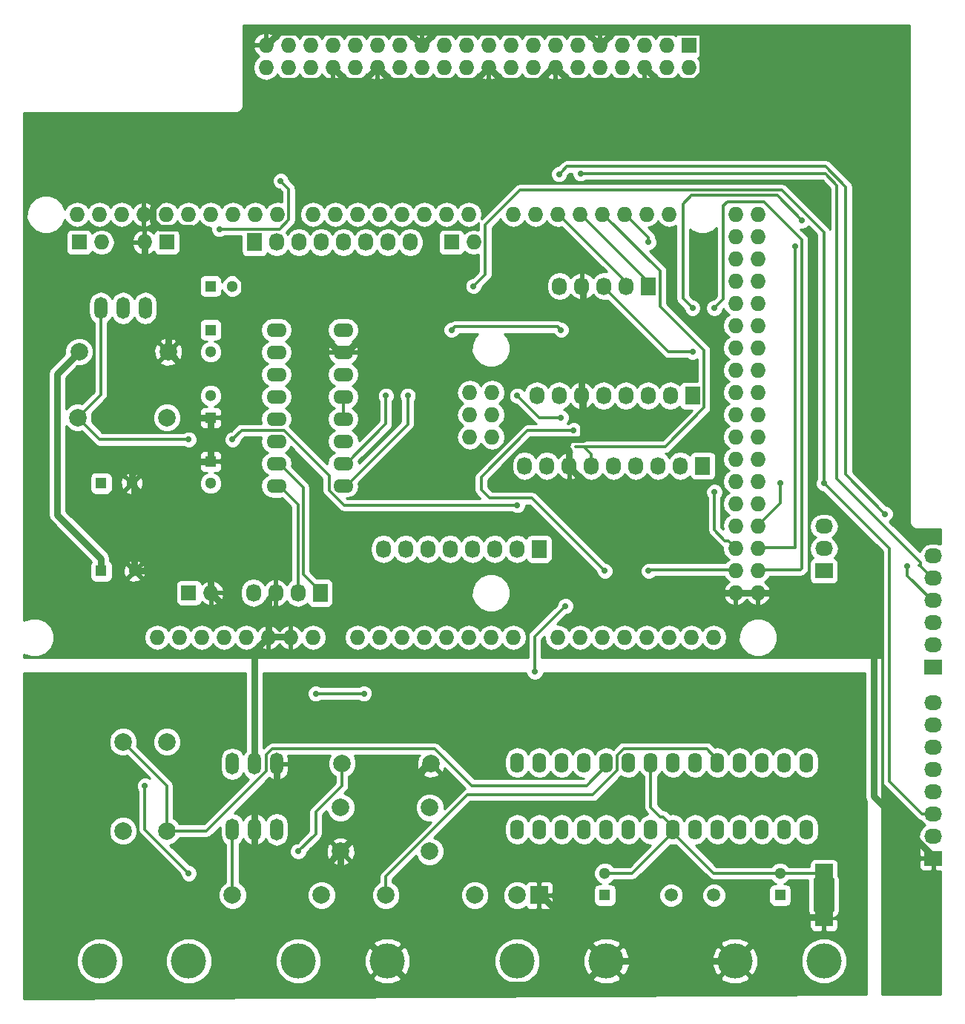
<source format=gbl>
G04 #@! TF.FileFunction,Copper,L2,Bot,Signal*
%FSLAX46Y46*%
G04 Gerber Fmt 4.6, Leading zero omitted, Abs format (unit mm)*
G04 Created by KiCad (PCBNEW 4.0.2+dfsg1-stable) date ma. 28. mai 2018 kl. 15.54 +0200*
%MOMM*%
G01*
G04 APERTURE LIST*
%ADD10C,0.100000*%
%ADD11C,0.304800*%
%ADD12O,1.727200X1.727200*%
%ADD13R,1.300000X1.300000*%
%ADD14C,1.300000*%
%ADD15R,2.000000X2.000000*%
%ADD16C,2.000000*%
%ADD17O,1.600000X2.300000*%
%ADD18C,4.000500*%
%ADD19R,1.727200X2.032000*%
%ADD20O,1.727200X2.032000*%
%ADD21R,1.727200X1.727200*%
%ADD22R,2.032000X1.727200*%
%ADD23O,2.032000X1.727200*%
%ADD24C,1.998980*%
%ADD25O,1.501140X2.499360*%
%ADD26O,2.300000X1.600000*%
%ADD27C,1.501140*%
%ADD28R,1.998980X1.998980*%
%ADD29C,0.700000*%
%ADD30C,0.300000*%
%ADD31C,0.750000*%
%ADD32C,0.254000*%
G04 APERTURE END LIST*
D10*
D11*
X253516000Y-130222000D02*
X253516000Y-133778000D01*
X253516000Y-133778000D02*
X253262000Y-133778000D01*
X253262000Y-133778000D02*
X253262000Y-130222000D01*
X253262000Y-130222000D02*
X253008000Y-130222000D01*
X253008000Y-130222000D02*
X253008000Y-133778000D01*
X253008000Y-133778000D02*
X252754000Y-133778000D01*
X252754000Y-133778000D02*
X252754000Y-130222000D01*
X252754000Y-130222000D02*
X252500000Y-130222000D01*
X252500000Y-130222000D02*
X252500000Y-133778000D01*
X252500000Y-133778000D02*
X252246000Y-133778000D01*
X252246000Y-133778000D02*
X252246000Y-130222000D01*
X252246000Y-130222000D02*
X251992000Y-130222000D01*
X251992000Y-130222000D02*
X251992000Y-133778000D01*
X251992000Y-133778000D02*
X251738000Y-133778000D01*
X251738000Y-133778000D02*
X251738000Y-130222000D01*
X251738000Y-130222000D02*
X251484000Y-130222000D01*
X251484000Y-130222000D02*
X251484000Y-133778000D01*
D12*
X212087000Y-79720000D03*
X214627000Y-79720000D03*
X214627000Y-77180000D03*
X212087000Y-77180000D03*
X214627000Y-74640000D03*
X199260000Y-102580000D03*
X194180000Y-102580000D03*
X191640000Y-102580000D03*
X189100000Y-102580000D03*
X186560000Y-102580000D03*
X184020000Y-102580000D03*
X181480000Y-102580000D03*
X178940000Y-102580000D03*
X234820000Y-54320000D03*
X232280000Y-54320000D03*
X229740000Y-54320000D03*
X227200000Y-54320000D03*
X224660000Y-54320000D03*
X222120000Y-54320000D03*
X219580000Y-54320000D03*
X217040000Y-54320000D03*
X211960000Y-54320000D03*
X209420000Y-54320000D03*
X206880000Y-54320000D03*
X204340000Y-54320000D03*
X201800000Y-54320000D03*
X199260000Y-54320000D03*
X196720000Y-54320000D03*
X194180000Y-54320000D03*
X174876000Y-54320000D03*
X190116000Y-54320000D03*
X187576000Y-54320000D03*
X185036000Y-54320000D03*
X167256000Y-54320000D03*
X169796000Y-54320000D03*
X172336000Y-54320000D03*
X177416000Y-54320000D03*
X179956000Y-54320000D03*
X182496000Y-54320000D03*
X176400000Y-102580000D03*
X201800000Y-102580000D03*
X204340000Y-102580000D03*
X206880000Y-102580000D03*
X209420000Y-102580000D03*
X211960000Y-102580000D03*
X214500000Y-102580000D03*
X217040000Y-102580000D03*
X222120000Y-102580000D03*
X224660000Y-102580000D03*
X227200000Y-102580000D03*
X229740000Y-102580000D03*
X232280000Y-102580000D03*
X234820000Y-102580000D03*
X237360000Y-102580000D03*
X239900000Y-102580000D03*
X242440000Y-54320000D03*
X244980000Y-54320000D03*
X242440000Y-56860000D03*
X244980000Y-56860000D03*
X242440000Y-59400000D03*
X244980000Y-59400000D03*
X242440000Y-61940000D03*
X244980000Y-61940000D03*
X242440000Y-64480000D03*
X244980000Y-64480000D03*
X242440000Y-67020000D03*
X244980000Y-67020000D03*
X242440000Y-69560000D03*
X244980000Y-69560000D03*
X242440000Y-72100000D03*
X244980000Y-72100000D03*
X242440000Y-74640000D03*
X244980000Y-74640000D03*
X242440000Y-77180000D03*
X244980000Y-77180000D03*
X242440000Y-79720000D03*
X244980000Y-79720000D03*
X242440000Y-82260000D03*
X244980000Y-82260000D03*
X242440000Y-84800000D03*
X244980000Y-84800000D03*
X242440000Y-87340000D03*
X244980000Y-87340000D03*
X242440000Y-89880000D03*
X244980000Y-89880000D03*
X242440000Y-92420000D03*
X244980000Y-92420000D03*
X242440000Y-94960000D03*
X244980000Y-94960000D03*
X242440000Y-97500000D03*
X244980000Y-97500000D03*
X212087000Y-74640000D03*
D13*
X247500000Y-132000000D03*
D14*
X247500000Y-129500000D03*
D13*
X227500000Y-132000000D03*
D14*
X227500000Y-129500000D03*
X173500000Y-85000000D03*
D13*
X170000000Y-85000000D03*
X182500000Y-67500000D03*
D14*
X182500000Y-70000000D03*
D13*
X182500000Y-62500000D03*
D14*
X185000000Y-62500000D03*
D13*
X182500000Y-77500000D03*
D14*
X182500000Y-75000000D03*
D13*
X182500000Y-82500000D03*
D14*
X182500000Y-85000000D03*
D13*
X170000000Y-95000000D03*
D14*
X173800000Y-95000000D03*
D15*
X220000000Y-132000000D03*
D16*
X217460000Y-132000000D03*
D17*
X217500000Y-124500000D03*
X220040000Y-124500000D03*
X222580000Y-124500000D03*
X225120000Y-124500000D03*
X227660000Y-124500000D03*
X230200000Y-124500000D03*
X232740000Y-124500000D03*
X235280000Y-124500000D03*
X237820000Y-124500000D03*
X240360000Y-124500000D03*
X242900000Y-124500000D03*
X245440000Y-124500000D03*
X247980000Y-124500000D03*
X250520000Y-124500000D03*
X250520000Y-116880000D03*
X247980000Y-116880000D03*
X245440000Y-116880000D03*
X242900000Y-116880000D03*
X240360000Y-116880000D03*
X237820000Y-116880000D03*
X235280000Y-116880000D03*
X232740000Y-116880000D03*
X230200000Y-116880000D03*
X227660000Y-116880000D03*
X225120000Y-116880000D03*
X222580000Y-116880000D03*
X220040000Y-116880000D03*
X217500000Y-116880000D03*
D18*
X180000000Y-139500000D03*
X169840000Y-139500000D03*
X217500000Y-139500000D03*
X227660000Y-139500000D03*
X192500000Y-139500000D03*
X202660000Y-139500000D03*
X252500000Y-139500000D03*
X242340000Y-139500000D03*
D19*
X238660000Y-83000000D03*
D20*
X236120000Y-83000000D03*
X233580000Y-83000000D03*
X231040000Y-83000000D03*
X228500000Y-83000000D03*
X225960000Y-83000000D03*
X223420000Y-83000000D03*
X220880000Y-83000000D03*
X218340000Y-83000000D03*
D19*
X237500000Y-75000000D03*
D20*
X234960000Y-75000000D03*
X232420000Y-75000000D03*
X229880000Y-75000000D03*
X227340000Y-75000000D03*
X224800000Y-75000000D03*
X222260000Y-75000000D03*
X219720000Y-75000000D03*
D19*
X232500000Y-62500000D03*
D20*
X229960000Y-62500000D03*
X227420000Y-62500000D03*
X224880000Y-62500000D03*
X222340000Y-62500000D03*
D19*
X195000000Y-97500000D03*
D20*
X192460000Y-97500000D03*
X189920000Y-97500000D03*
X187380000Y-97500000D03*
D21*
X177500000Y-57500000D03*
D12*
X174960000Y-57500000D03*
D19*
X220000000Y-92500000D03*
D20*
X217460000Y-92500000D03*
X214920000Y-92500000D03*
X212380000Y-92500000D03*
X209840000Y-92500000D03*
X207300000Y-92500000D03*
X204760000Y-92500000D03*
X202220000Y-92500000D03*
D19*
X187500000Y-57500000D03*
D20*
X190040000Y-57500000D03*
X192580000Y-57500000D03*
X195120000Y-57500000D03*
X197660000Y-57500000D03*
X200200000Y-57500000D03*
X202740000Y-57500000D03*
X205280000Y-57500000D03*
D22*
X252500000Y-95000000D03*
D23*
X252500000Y-92460000D03*
X252500000Y-89920000D03*
D21*
X167500000Y-57500000D03*
D12*
X170040000Y-57500000D03*
D21*
X210000000Y-57500000D03*
D12*
X212540000Y-57500000D03*
D21*
X180000000Y-97500000D03*
D12*
X182540000Y-97500000D03*
D24*
X177500000Y-114500000D03*
X177500000Y-124660000D03*
X172500000Y-114500000D03*
X172500000Y-124660000D03*
X207500000Y-122000000D03*
X197340000Y-122000000D03*
X202500000Y-132000000D03*
X212660000Y-132000000D03*
X185000000Y-132000000D03*
X195160000Y-132000000D03*
X197500000Y-117000000D03*
X207660000Y-117000000D03*
X207500000Y-127000000D03*
X197340000Y-127000000D03*
X177500000Y-77500000D03*
X167340000Y-77500000D03*
X167500000Y-70000000D03*
X177660000Y-70000000D03*
D25*
X187500000Y-124500000D03*
X184960000Y-124500000D03*
X190040000Y-124500000D03*
X187500000Y-117000000D03*
X184960000Y-117000000D03*
X190040000Y-117000000D03*
D26*
X190000000Y-67500000D03*
X190000000Y-70040000D03*
X190000000Y-72580000D03*
X190000000Y-75120000D03*
X190000000Y-77660000D03*
X190000000Y-80200000D03*
X190000000Y-82740000D03*
X190000000Y-85280000D03*
X197620000Y-85280000D03*
X197620000Y-82740000D03*
X197620000Y-80200000D03*
X197620000Y-77660000D03*
X197620000Y-75120000D03*
X197620000Y-72580000D03*
X197620000Y-70040000D03*
X197620000Y-67500000D03*
D25*
X172500000Y-65000000D03*
X169960000Y-65000000D03*
X175040000Y-65000000D03*
D27*
X235059060Y-132000000D03*
X239940940Y-132000000D03*
D28*
X252500000Y-134540000D03*
X252500000Y-129460000D03*
D22*
X265000000Y-106000000D03*
D23*
X265000000Y-103460000D03*
X265000000Y-100920000D03*
X265000000Y-98380000D03*
X265000000Y-95840000D03*
X265000000Y-93300000D03*
D22*
X265000000Y-127780000D03*
D23*
X265000000Y-125240000D03*
X265000000Y-122700000D03*
X265000000Y-120160000D03*
X265000000Y-117620000D03*
X265000000Y-115080000D03*
X265000000Y-112540000D03*
X265000000Y-110000000D03*
D21*
X237080000Y-35000000D03*
D12*
X237080000Y-37540000D03*
X234540000Y-35000000D03*
X234540000Y-37540000D03*
X232000000Y-35000000D03*
X232000000Y-37540000D03*
X229460000Y-35000000D03*
X229460000Y-37540000D03*
X226920000Y-35000000D03*
X226920000Y-37540000D03*
X224380000Y-35000000D03*
X224380000Y-37540000D03*
X221840000Y-35000000D03*
X221840000Y-37540000D03*
X219300000Y-35000000D03*
X219300000Y-37540000D03*
X216760000Y-35000000D03*
X216760000Y-37540000D03*
X214220000Y-35000000D03*
X214220000Y-37540000D03*
X211680000Y-35000000D03*
X211680000Y-37540000D03*
X209140000Y-35000000D03*
X209140000Y-37540000D03*
X206600000Y-35000000D03*
X206600000Y-37540000D03*
X204060000Y-35000000D03*
X204060000Y-37540000D03*
X201520000Y-35000000D03*
X201520000Y-37540000D03*
X198980000Y-35000000D03*
X198980000Y-37540000D03*
X196440000Y-35000000D03*
X196440000Y-37540000D03*
X193900000Y-35000000D03*
X193900000Y-37540000D03*
X191360000Y-35000000D03*
X191360000Y-37540000D03*
X188820000Y-35000000D03*
X188820000Y-37540000D03*
D29*
X175000000Y-119500000D03*
X180000000Y-129500000D03*
X192500000Y-127000000D03*
X190500000Y-50500000D03*
X183500000Y-56000000D03*
X223000000Y-99000000D03*
X219500000Y-106500000D03*
X200000000Y-109000000D03*
X194500000Y-109000000D03*
X232500000Y-57500000D03*
X217500000Y-75000000D03*
X222500000Y-77500000D03*
X240000000Y-65000000D03*
X237500000Y-65000000D03*
X250000000Y-55000000D03*
X249199990Y-57934877D03*
X249199990Y-57934877D03*
X240000000Y-86000000D03*
X227500000Y-95000000D03*
X232500000Y-95000000D03*
X223933240Y-78974990D03*
X224718855Y-49655552D03*
X259500000Y-88500000D03*
X262000000Y-94500000D03*
X222277472Y-49728307D03*
X237500000Y-70000000D03*
X222500000Y-67500000D03*
X210000000Y-67500000D03*
X212500000Y-62500000D03*
X252500000Y-85000000D03*
X247500000Y-85000000D03*
X217500000Y-87500000D03*
X185000000Y-80000000D03*
X180000000Y-80000000D03*
X205000000Y-75000000D03*
X202500000Y-75000000D03*
D30*
X235280000Y-124500000D02*
X235280000Y-124850000D01*
X235280000Y-124850000D02*
X239930000Y-129500000D01*
X239930000Y-129500000D02*
X246580762Y-129500000D01*
X246580762Y-129500000D02*
X247500000Y-129500000D01*
X227500000Y-129500000D02*
X230630000Y-129500000D01*
X230630000Y-129500000D02*
X235280000Y-124850000D01*
X232740000Y-116880000D02*
X232740000Y-121960000D01*
X232740000Y-121960000D02*
X233830000Y-123050000D01*
X233830000Y-123050000D02*
X234180000Y-123050000D01*
X234180000Y-123050000D02*
X235280000Y-124150000D01*
X235280000Y-124150000D02*
X235280000Y-124500000D01*
X247500000Y-129500000D02*
X252460000Y-129500000D01*
X252460000Y-129500000D02*
X252500000Y-129460000D01*
D31*
X187500000Y-124500000D02*
X187500000Y-129500000D01*
X187500000Y-129500000D02*
X194840000Y-129500000D01*
X194840000Y-129500000D02*
X197340000Y-127000000D01*
X197340000Y-127000000D02*
X207340000Y-117000000D01*
X207340000Y-117000000D02*
X207660000Y-117000000D01*
X187500000Y-122000000D02*
X190040000Y-119460000D01*
X190040000Y-119460000D02*
X190040000Y-117000000D01*
X187500000Y-124500000D02*
X187500000Y-122000000D01*
X197340000Y-127000000D02*
X197340000Y-134180000D01*
X197340000Y-134180000D02*
X202660000Y-139500000D01*
X202660000Y-139500000D02*
X205335251Y-142175251D01*
X205335251Y-142175251D02*
X224984749Y-142175251D01*
X224984749Y-142175251D02*
X225659751Y-141500249D01*
X225659751Y-141500249D02*
X227660000Y-139500000D01*
X227660000Y-139500000D02*
X220160000Y-132000000D01*
X220160000Y-132000000D02*
X220000000Y-132000000D01*
X242340000Y-139500000D02*
X227660000Y-139500000D01*
X252500000Y-134540000D02*
X247300000Y-134540000D01*
X247300000Y-134540000D02*
X242340000Y-139500000D01*
D30*
X185000000Y-132000000D02*
X185000000Y-124540000D01*
X185000000Y-124540000D02*
X184960000Y-124500000D01*
X180000000Y-129500000D02*
X175000000Y-124500000D01*
X175000000Y-124500000D02*
X175000000Y-119500000D01*
X195000000Y-122000000D02*
X194498270Y-122501730D01*
X194498270Y-122501730D02*
X194498270Y-125001730D01*
X194498270Y-125001730D02*
X192500000Y-127000000D01*
X197500000Y-117000000D02*
X197500000Y-119500000D01*
X197500000Y-119500000D02*
X195000000Y-122000000D01*
X183500000Y-56000000D02*
X190380130Y-56000000D01*
X190380130Y-56000000D02*
X191429601Y-54950529D01*
X191429601Y-54950529D02*
X191429601Y-51429601D01*
X191429601Y-51429601D02*
X190500000Y-50500000D01*
X219500000Y-106500000D02*
X219500000Y-102500000D01*
X219500000Y-102500000D02*
X223000000Y-99000000D01*
X199000000Y-109000000D02*
X200000000Y-109000000D01*
X194500000Y-109000000D02*
X199000000Y-109000000D01*
X197620000Y-75120000D02*
X197620000Y-77660000D01*
X240360000Y-116880000D02*
X240360000Y-116530000D01*
X240360000Y-116530000D02*
X239109990Y-115279990D01*
X229642249Y-115279990D02*
X228910010Y-116012229D01*
X228910010Y-116012229D02*
X228910010Y-117747771D01*
X239109990Y-115279990D02*
X229642249Y-115279990D01*
X226107272Y-120550509D02*
X211804243Y-120550509D01*
X228910010Y-117747771D02*
X226107272Y-120550509D01*
X211804243Y-120550509D02*
X202500000Y-129854752D01*
X202500000Y-129854752D02*
X202500000Y-130586508D01*
X202500000Y-130586508D02*
X202500000Y-132000000D01*
X177500000Y-124660000D02*
X177500000Y-119500000D01*
X177500000Y-119500000D02*
X172500000Y-114500000D01*
X227660000Y-116880000D02*
X227660000Y-117230000D01*
X178913492Y-124660000D02*
X177500000Y-124660000D01*
X227660000Y-117230000D02*
X225390000Y-119500000D01*
X225390000Y-119500000D02*
X212305248Y-119500000D01*
X212305248Y-119500000D02*
X208105558Y-115300310D01*
X208105558Y-115300310D02*
X189542704Y-115300310D01*
X189542704Y-115300310D02*
X188839420Y-116003594D01*
X188839420Y-116003594D02*
X188839420Y-117857566D01*
X188839420Y-117857566D02*
X182036986Y-124660000D01*
X182036986Y-124660000D02*
X178913492Y-124660000D01*
X232500000Y-57500000D02*
X232500000Y-56922500D01*
X232500000Y-56922500D02*
X229781100Y-54203600D01*
X222500000Y-77500000D02*
X220000000Y-77500000D01*
X220000000Y-77500000D02*
X217500000Y-75000000D01*
X234364592Y-80825010D02*
X224500000Y-80825010D01*
X224500000Y-80825010D02*
X224174990Y-80825010D01*
X225960000Y-81684000D02*
X225101010Y-80825010D01*
X225960000Y-83000000D02*
X225960000Y-81684000D01*
X225101010Y-80825010D02*
X224500000Y-80825010D01*
X227241100Y-54203600D02*
X233813601Y-60776101D01*
X233813601Y-60776101D02*
X233813601Y-64853139D01*
X233813601Y-64853139D02*
X238813601Y-69853139D01*
X238813601Y-69853139D02*
X238813601Y-76376001D01*
X238813601Y-76376001D02*
X234364592Y-80825010D01*
X245021100Y-94843600D02*
X249843600Y-94843600D01*
X250000000Y-57238370D02*
X245651629Y-52889999D01*
X245651629Y-52889999D02*
X241479392Y-52889999D01*
X241479392Y-52889999D02*
X241040096Y-53329295D01*
X249843600Y-94843600D02*
X250000000Y-94687200D01*
X250000000Y-94687200D02*
X250000000Y-57238370D01*
X241040096Y-53329295D02*
X241040096Y-63959904D01*
X241040096Y-63959904D02*
X240000000Y-65000000D01*
X250000000Y-55000000D02*
X247153599Y-52153599D01*
X247153599Y-52153599D02*
X237405218Y-52153599D01*
X237405218Y-52153599D02*
X236413533Y-53145284D01*
X236413533Y-53145284D02*
X236413533Y-63913533D01*
X236413533Y-63913533D02*
X237500000Y-65000000D01*
X249203590Y-92303600D02*
X249203590Y-57938477D01*
X249203590Y-57938477D02*
X249199990Y-57934877D01*
X245021100Y-92303600D02*
X249203590Y-92303600D01*
X242440000Y-92420000D02*
X241576401Y-91556401D01*
X241576401Y-91556401D02*
X241209401Y-91556401D01*
X241209401Y-91556401D02*
X240000000Y-90347000D01*
X240000000Y-86000000D02*
X240000000Y-90347000D01*
X227500000Y-95000000D02*
X219199999Y-86699999D01*
X219199999Y-86699999D02*
X214369874Y-86699999D01*
X214369874Y-86699999D02*
X213366390Y-85696515D01*
X213366390Y-85696515D02*
X213366390Y-84303485D01*
X213366390Y-84303485D02*
X218694885Y-78974990D01*
X218694885Y-78974990D02*
X223933240Y-78974990D01*
X233000000Y-94843600D02*
X232656400Y-94843600D01*
X242481100Y-94843600D02*
X233000000Y-94843600D01*
X232656400Y-94843600D02*
X232500000Y-95000000D01*
X263507600Y-94500000D02*
X263507600Y-94007600D01*
X254000000Y-51000000D02*
X252655552Y-49655552D01*
X263507600Y-94007600D02*
X254000000Y-84500000D01*
X254000000Y-84500000D02*
X254000000Y-51000000D01*
X252655552Y-49655552D02*
X224718855Y-49655552D01*
X263507600Y-94500000D02*
X263381970Y-94374370D01*
X264847600Y-95840000D02*
X263507600Y-94500000D01*
X265000000Y-95840000D02*
X264847600Y-95840000D01*
X224701100Y-54203600D02*
X232500000Y-62002500D01*
X232500000Y-62002500D02*
X232500000Y-62500000D01*
X255000000Y-84000000D02*
X255000000Y-51151458D01*
X255000000Y-51151458D02*
X252704093Y-48855551D01*
X252704093Y-48855551D02*
X223150228Y-48855551D01*
X223150228Y-48855551D02*
X222627471Y-49378308D01*
X222627471Y-49378308D02*
X222277472Y-49728307D01*
X259500000Y-88500000D02*
X255000000Y-84000000D01*
X265000000Y-98380000D02*
X264847600Y-98380000D01*
X264847600Y-98380000D02*
X262000000Y-95532400D01*
X262000000Y-95532400D02*
X262000000Y-94500000D01*
X222161100Y-54203600D02*
X229960000Y-62002500D01*
X229960000Y-62002500D02*
X229960000Y-62500000D01*
X265000000Y-122700000D02*
X263684000Y-122700000D01*
X263684000Y-122700000D02*
X259960753Y-118976753D01*
X259960753Y-118976753D02*
X259960753Y-92460753D01*
X259960753Y-92460753D02*
X252849999Y-85349999D01*
X252849999Y-85349999D02*
X252500000Y-85000000D01*
X234767600Y-70000000D02*
X237500000Y-70000000D01*
X227420000Y-62652400D02*
X234767600Y-70000000D01*
X210000000Y-67500000D02*
X210349999Y-67150001D01*
X210349999Y-67150001D02*
X222150001Y-67150001D01*
X222150001Y-67150001D02*
X222500000Y-67500000D01*
X252500000Y-85000000D02*
X252500000Y-56315998D01*
X252500000Y-56315998D02*
X247737591Y-51553589D01*
X247737591Y-51553589D02*
X217786981Y-51553589D01*
X217786981Y-51553589D02*
X213853601Y-55486969D01*
X213853601Y-55486969D02*
X213853601Y-61146399D01*
X213853601Y-61146399D02*
X212500000Y-62500000D01*
X245021100Y-89763600D02*
X247500000Y-87284700D01*
X247500000Y-87284700D02*
X247500000Y-85000000D01*
X227420000Y-62500000D02*
X227420000Y-62652400D01*
X193060010Y-95407610D02*
X193060010Y-85450010D01*
X193060010Y-85450010D02*
X190350000Y-82740000D01*
X190350000Y-82740000D02*
X190000000Y-82740000D01*
X195000000Y-97500000D02*
X195000000Y-97347600D01*
X195000000Y-97347600D02*
X193060010Y-95407610D01*
X192460000Y-97500000D02*
X192460000Y-87390000D01*
X192460000Y-87390000D02*
X190350000Y-85280000D01*
X190350000Y-85280000D02*
X190000000Y-85280000D01*
X185000000Y-80000000D02*
X186050010Y-78949990D01*
X186050010Y-78949990D02*
X190867771Y-78949990D01*
X196019990Y-85797771D02*
X197722219Y-87500000D01*
X197722219Y-87500000D02*
X217500000Y-87500000D01*
X190867771Y-78949990D02*
X196019990Y-84102209D01*
X196019990Y-84102209D02*
X196019990Y-85797771D01*
X167340000Y-77500000D02*
X169840000Y-80000000D01*
X169840000Y-80000000D02*
X180000000Y-80000000D01*
X167340000Y-77500000D02*
X169960000Y-74880000D01*
X169960000Y-74880000D02*
X169960000Y-65000000D01*
X197620000Y-85280000D02*
X197970000Y-85280000D01*
X197970000Y-85280000D02*
X205000000Y-78250000D01*
X205000000Y-78250000D02*
X205000000Y-75000000D01*
X202500000Y-75000000D02*
X202500000Y-78210000D01*
X202500000Y-78210000D02*
X197970000Y-82740000D01*
X197970000Y-82740000D02*
X197620000Y-82740000D01*
D31*
X265000000Y-127780000D02*
X265000000Y-127568323D01*
X265000000Y-127568323D02*
X258178580Y-120746903D01*
X258178580Y-120746903D02*
X258178580Y-97500000D01*
X258178580Y-97500000D02*
X244980000Y-97500000D01*
X192230000Y-65000000D02*
X186000000Y-65000000D01*
X197978601Y-39078601D02*
X190380269Y-39078601D01*
X180319603Y-55858601D02*
X186325001Y-61863999D01*
X186000000Y-65000000D02*
X177660000Y-65000000D01*
X190380269Y-39078601D02*
X175877399Y-53581471D01*
X175877399Y-53581471D02*
X175877399Y-55058529D01*
X175877399Y-55058529D02*
X176677471Y-55858601D01*
X176677471Y-55858601D02*
X180319603Y-55858601D01*
X186325001Y-61863999D02*
X186325001Y-64674999D01*
X186325001Y-64674999D02*
X186000000Y-65000000D01*
X201520000Y-37540000D02*
X199981399Y-39078601D01*
X199981399Y-39078601D02*
X197978601Y-39078601D01*
X197978601Y-39078601D02*
X197303599Y-38403599D01*
X197303599Y-38403599D02*
X196440000Y-37540000D01*
X214220000Y-37540000D02*
X212681399Y-39078601D01*
X212681399Y-39078601D02*
X203058601Y-39078601D01*
X203058601Y-39078601D02*
X202383599Y-38403599D01*
X202383599Y-38403599D02*
X201520000Y-37540000D01*
X221840000Y-37540000D02*
X221577130Y-37540000D01*
X221577130Y-37540000D02*
X220038529Y-39078601D01*
X220038529Y-39078601D02*
X215758601Y-39078601D01*
X215758601Y-39078601D02*
X215083599Y-38403599D01*
X215083599Y-38403599D02*
X214220000Y-37540000D01*
X188820000Y-35000000D02*
X190358601Y-33461399D01*
X190358601Y-33461399D02*
X238483601Y-33461399D01*
X238483601Y-33461399D02*
X238618601Y-33596399D01*
X237818529Y-39078601D02*
X223378601Y-39078601D01*
X238618601Y-33596399D02*
X238618601Y-38278529D01*
X238618601Y-38278529D02*
X237818529Y-39078601D01*
X223378601Y-39078601D02*
X222703599Y-38403599D01*
X222703599Y-38403599D02*
X221840000Y-37540000D01*
X206600000Y-35000000D02*
X205061399Y-33461399D01*
X205061399Y-33461399D02*
X190358601Y-33461399D01*
X226920000Y-35000000D02*
X225381399Y-33461399D01*
X225381399Y-33461399D02*
X208138601Y-33461399D01*
X208138601Y-33461399D02*
X207463599Y-34136401D01*
X207463599Y-34136401D02*
X206600000Y-35000000D01*
X232000000Y-37540000D02*
X233538601Y-39078601D01*
X233538601Y-39078601D02*
X237818529Y-39078601D01*
X238483601Y-33461399D02*
X228458601Y-33461399D01*
X228458601Y-33461399D02*
X227783599Y-34136401D01*
X227783599Y-34136401D02*
X226920000Y-35000000D01*
X230000000Y-97500000D02*
X230000000Y-89732400D01*
X230000000Y-89732400D02*
X223420000Y-83152400D01*
X223420000Y-83152400D02*
X223420000Y-83000000D01*
X242440000Y-97500000D02*
X230000000Y-97500000D01*
X244980000Y-97500000D02*
X242440000Y-97500000D01*
X187500000Y-110000000D02*
X187500000Y-117000000D01*
X223420000Y-83000000D02*
X223420000Y-81234000D01*
X223420000Y-81234000D02*
X222500000Y-80314000D01*
X222500000Y-80314000D02*
X222500000Y-80000000D01*
X197620000Y-70040000D02*
X197970000Y-70040000D01*
X197970000Y-70040000D02*
X203010000Y-65000000D01*
X203010000Y-65000000D02*
X225000000Y-65000000D01*
X225000000Y-65000000D02*
X225000000Y-72500000D01*
X187500000Y-110000000D02*
X187500000Y-104104700D01*
X187500000Y-104104700D02*
X189141100Y-102463600D01*
X225000000Y-80000000D02*
X222500000Y-80000000D01*
X225000000Y-75352400D02*
X225000000Y-80000000D01*
X224800000Y-75000000D02*
X224800000Y-75152400D01*
X224800000Y-75152400D02*
X225000000Y-75352400D01*
X225000000Y-62500000D02*
X224880000Y-62500000D01*
X225000000Y-72500000D02*
X225000000Y-62500000D01*
X225000000Y-72500000D02*
X224800000Y-72700000D01*
X224800000Y-72700000D02*
X224800000Y-75000000D01*
X177660000Y-70000000D02*
X177660000Y-65000000D01*
X177660000Y-65000000D02*
X177660000Y-62660000D01*
X197620000Y-70040000D02*
X197270000Y-70040000D01*
X197270000Y-70040000D02*
X192230000Y-65000000D01*
X177660000Y-62660000D02*
X177500000Y-62500000D01*
X177660000Y-62660000D02*
X174960000Y-59960000D01*
X174960000Y-59960000D02*
X174960000Y-57500000D01*
X180000000Y-77500000D02*
X180000000Y-72340000D01*
X180000000Y-72340000D02*
X177660000Y-70000000D01*
X182500000Y-77500000D02*
X180000000Y-77500000D01*
X182500000Y-82500000D02*
X182500000Y-77500000D01*
X175000000Y-82500000D02*
X182500000Y-82500000D01*
X173500000Y-84000000D02*
X175000000Y-82500000D01*
X173500000Y-85000000D02*
X173500000Y-84000000D01*
X173800000Y-95000000D02*
X173800000Y-85300000D01*
X173800000Y-85300000D02*
X173500000Y-85000000D01*
X182540000Y-95040000D02*
X182500000Y-95000000D01*
X182500000Y-95000000D02*
X173800000Y-95000000D01*
X182540000Y-97500000D02*
X182540000Y-95040000D01*
X189141100Y-102463600D02*
X189141100Y-100000000D01*
X189141100Y-100000000D02*
X189141100Y-98278900D01*
X185000000Y-99960000D02*
X189101100Y-99960000D01*
X189101100Y-99960000D02*
X189141100Y-100000000D01*
X182540000Y-97500000D02*
X185000000Y-99960000D01*
X189141100Y-98278900D02*
X189920000Y-97500000D01*
X189141100Y-102463600D02*
X191681100Y-102463600D01*
X167500000Y-70000000D02*
X165000000Y-72500000D01*
X165000000Y-72500000D02*
X165000000Y-88600000D01*
X165000000Y-88600000D02*
X170000000Y-93600000D01*
X170000000Y-93600000D02*
X170000000Y-95000000D01*
D32*
G36*
X186490000Y-115529499D02*
X186230000Y-115918616D01*
X185939746Y-115484221D01*
X185490235Y-115183867D01*
X184960000Y-115078397D01*
X184429765Y-115183867D01*
X183980254Y-115484221D01*
X183679900Y-115933732D01*
X183574430Y-116463967D01*
X183574430Y-117536033D01*
X183679900Y-118066268D01*
X183980254Y-118515779D01*
X184429765Y-118816133D01*
X184960000Y-118921603D01*
X185490235Y-118816133D01*
X185939746Y-118515779D01*
X186230000Y-118081384D01*
X186520254Y-118515779D01*
X186850431Y-118736397D01*
X181711828Y-123875000D01*
X178944166Y-123875000D01*
X178886462Y-123735345D01*
X178427073Y-123275154D01*
X178285000Y-123216160D01*
X178285000Y-119500000D01*
X178225245Y-119199594D01*
X178055079Y-118944921D01*
X174076258Y-114966100D01*
X174134206Y-114826547D01*
X174134208Y-114823694D01*
X175865226Y-114823694D01*
X176113538Y-115424655D01*
X176572927Y-115884846D01*
X177173453Y-116134206D01*
X177823694Y-116134774D01*
X178424655Y-115886462D01*
X178884846Y-115427073D01*
X179134206Y-114826547D01*
X179134774Y-114176306D01*
X178886462Y-113575345D01*
X178427073Y-113115154D01*
X177826547Y-112865794D01*
X177176306Y-112865226D01*
X176575345Y-113113538D01*
X176115154Y-113572927D01*
X175865794Y-114173453D01*
X175865226Y-114823694D01*
X174134208Y-114823694D01*
X174134774Y-114176306D01*
X173886462Y-113575345D01*
X173427073Y-113115154D01*
X172826547Y-112865794D01*
X172176306Y-112865226D01*
X171575345Y-113113538D01*
X171115154Y-113572927D01*
X170865794Y-114173453D01*
X170865226Y-114823694D01*
X171113538Y-115424655D01*
X171572927Y-115884846D01*
X172173453Y-116134206D01*
X172823694Y-116134774D01*
X172965870Y-116076028D01*
X175552873Y-118663031D01*
X175196788Y-118515172D01*
X174804931Y-118514830D01*
X174442771Y-118664471D01*
X174165445Y-118941314D01*
X174015172Y-119303212D01*
X174014830Y-119695069D01*
X174164471Y-120057229D01*
X174215000Y-120107846D01*
X174215000Y-124500000D01*
X174274755Y-124800407D01*
X174444921Y-125055079D01*
X179014891Y-129625049D01*
X179014830Y-129695069D01*
X179164471Y-130057229D01*
X179441314Y-130334555D01*
X179803212Y-130484828D01*
X180195069Y-130485170D01*
X180557229Y-130335529D01*
X180834555Y-130058686D01*
X180984828Y-129696788D01*
X180985170Y-129304931D01*
X180835529Y-128942771D01*
X180558686Y-128665445D01*
X180196788Y-128515172D01*
X180125268Y-128515110D01*
X177881179Y-126271021D01*
X178424655Y-126046462D01*
X178884846Y-125587073D01*
X178943840Y-125445000D01*
X182036986Y-125445000D01*
X182337393Y-125385245D01*
X182592065Y-125215079D01*
X183574430Y-124232714D01*
X183574430Y-125036033D01*
X183679900Y-125566268D01*
X183980254Y-126015779D01*
X184215000Y-126172631D01*
X184215000Y-130555834D01*
X184075345Y-130613538D01*
X183615154Y-131072927D01*
X183365794Y-131673453D01*
X183365226Y-132323694D01*
X183613538Y-132924655D01*
X184072927Y-133384846D01*
X184673453Y-133634206D01*
X185323694Y-133634774D01*
X185924655Y-133386462D01*
X186384846Y-132927073D01*
X186634206Y-132326547D01*
X186634208Y-132323694D01*
X193525226Y-132323694D01*
X193773538Y-132924655D01*
X194232927Y-133384846D01*
X194833453Y-133634206D01*
X195483694Y-133634774D01*
X196084655Y-133386462D01*
X196544846Y-132927073D01*
X196794206Y-132326547D01*
X196794774Y-131676306D01*
X196546462Y-131075345D01*
X196087073Y-130615154D01*
X195486547Y-130365794D01*
X194836306Y-130365226D01*
X194235345Y-130613538D01*
X193775154Y-131072927D01*
X193525794Y-131673453D01*
X193525226Y-132323694D01*
X186634208Y-132323694D01*
X186634774Y-131676306D01*
X186386462Y-131075345D01*
X185927073Y-130615154D01*
X185785000Y-130556160D01*
X185785000Y-128152163D01*
X196367443Y-128152163D01*
X196466042Y-128418965D01*
X197075582Y-128645401D01*
X197725377Y-128621341D01*
X198213958Y-128418965D01*
X198312557Y-128152163D01*
X197340000Y-127179605D01*
X196367443Y-128152163D01*
X185785000Y-128152163D01*
X185785000Y-126119177D01*
X185939746Y-126015779D01*
X186240100Y-125566268D01*
X186241950Y-125556968D01*
X186268501Y-125646677D01*
X186610056Y-126068658D01*
X187087097Y-126327810D01*
X187158725Y-126341993D01*
X187373000Y-126219339D01*
X187373000Y-124627000D01*
X187353000Y-124627000D01*
X187353000Y-124373000D01*
X187373000Y-124373000D01*
X187373000Y-122780661D01*
X187627000Y-122780661D01*
X187627000Y-124373000D01*
X187647000Y-124373000D01*
X187647000Y-124627000D01*
X187627000Y-124627000D01*
X187627000Y-126219339D01*
X187841275Y-126341993D01*
X187912903Y-126327810D01*
X188389944Y-126068658D01*
X188731499Y-125646677D01*
X188758050Y-125556968D01*
X188759900Y-125566268D01*
X189060254Y-126015779D01*
X189509765Y-126316133D01*
X190040000Y-126421603D01*
X190570235Y-126316133D01*
X191019746Y-126015779D01*
X191320100Y-125566268D01*
X191425570Y-125036033D01*
X191425570Y-123963967D01*
X191320100Y-123433732D01*
X191019746Y-122984221D01*
X190570235Y-122683867D01*
X190040000Y-122578397D01*
X189509765Y-122683867D01*
X189060254Y-122984221D01*
X188759900Y-123433732D01*
X188758050Y-123443032D01*
X188731499Y-123353323D01*
X188389944Y-122931342D01*
X187912903Y-122672190D01*
X187841275Y-122658007D01*
X187627000Y-122780661D01*
X187373000Y-122780661D01*
X187158725Y-122658007D01*
X187087097Y-122672190D01*
X186610056Y-122931342D01*
X186268501Y-123353323D01*
X186241950Y-123443032D01*
X186240100Y-123433732D01*
X185939746Y-122984221D01*
X185490235Y-122683867D01*
X185184159Y-122622985D01*
X189207357Y-118599787D01*
X189627097Y-118827810D01*
X189698725Y-118841993D01*
X189913000Y-118719339D01*
X189913000Y-117127000D01*
X190167000Y-117127000D01*
X190167000Y-118719339D01*
X190381275Y-118841993D01*
X190452903Y-118827810D01*
X190929944Y-118568658D01*
X191271499Y-118146677D01*
X191425570Y-117626110D01*
X191425570Y-117127000D01*
X190167000Y-117127000D01*
X189913000Y-117127000D01*
X189893000Y-117127000D01*
X189893000Y-116873000D01*
X189913000Y-116873000D01*
X189913000Y-116853000D01*
X190167000Y-116853000D01*
X190167000Y-116873000D01*
X191425570Y-116873000D01*
X191425570Y-116373890D01*
X191340160Y-116085310D01*
X196110012Y-116085310D01*
X195865794Y-116673453D01*
X195865226Y-117323694D01*
X196113538Y-117924655D01*
X196572927Y-118384846D01*
X196715000Y-118443840D01*
X196715000Y-119174842D01*
X193943191Y-121946651D01*
X193773025Y-122201323D01*
X193760359Y-122265000D01*
X193713270Y-122501730D01*
X193713270Y-124676573D01*
X192374951Y-126014891D01*
X192304931Y-126014830D01*
X191942771Y-126164471D01*
X191665445Y-126441314D01*
X191515172Y-126803212D01*
X191514830Y-127195069D01*
X191664471Y-127557229D01*
X191941314Y-127834555D01*
X192303212Y-127984828D01*
X192695069Y-127985170D01*
X193057229Y-127835529D01*
X193334555Y-127558686D01*
X193484828Y-127196788D01*
X193484890Y-127125267D01*
X193874575Y-126735582D01*
X195694599Y-126735582D01*
X195718659Y-127385377D01*
X195921035Y-127873958D01*
X196187837Y-127972557D01*
X197160395Y-127000000D01*
X197519605Y-127000000D01*
X198492163Y-127972557D01*
X198758965Y-127873958D01*
X198985401Y-127264418D01*
X198961341Y-126614623D01*
X198758965Y-126126042D01*
X198492163Y-126027443D01*
X197519605Y-127000000D01*
X197160395Y-127000000D01*
X196187837Y-126027443D01*
X195921035Y-126126042D01*
X195694599Y-126735582D01*
X193874575Y-126735582D01*
X194762320Y-125847837D01*
X196367443Y-125847837D01*
X197340000Y-126820395D01*
X198312557Y-125847837D01*
X198213958Y-125581035D01*
X197604418Y-125354599D01*
X196954623Y-125378659D01*
X196466042Y-125581035D01*
X196367443Y-125847837D01*
X194762320Y-125847837D01*
X195053346Y-125556811D01*
X195053349Y-125556809D01*
X195223515Y-125302136D01*
X195240832Y-125215079D01*
X195283271Y-125001730D01*
X195283270Y-125001725D01*
X195283270Y-122826888D01*
X195728979Y-122381179D01*
X195953538Y-122924655D01*
X196412927Y-123384846D01*
X197013453Y-123634206D01*
X197663694Y-123634774D01*
X198264655Y-123386462D01*
X198724846Y-122927073D01*
X198974206Y-122326547D01*
X198974774Y-121676306D01*
X198726462Y-121075345D01*
X198267073Y-120615154D01*
X197721532Y-120388626D01*
X198055079Y-120055079D01*
X198225245Y-119800406D01*
X198285000Y-119500000D01*
X198285000Y-118444166D01*
X198424655Y-118386462D01*
X198659363Y-118152163D01*
X206687443Y-118152163D01*
X206786042Y-118418965D01*
X207395582Y-118645401D01*
X208045377Y-118621341D01*
X208533958Y-118418965D01*
X208632557Y-118152163D01*
X207660000Y-117179605D01*
X206687443Y-118152163D01*
X198659363Y-118152163D01*
X198884846Y-117927073D01*
X199134206Y-117326547D01*
X199134774Y-116676306D01*
X198890579Y-116085310D01*
X206351253Y-116085310D01*
X206241035Y-116126042D01*
X206014599Y-116735582D01*
X206038659Y-117385377D01*
X206241035Y-117873958D01*
X206507837Y-117972557D01*
X207480395Y-117000000D01*
X207466252Y-116985858D01*
X207645858Y-116806252D01*
X207660000Y-116820395D01*
X207674142Y-116806252D01*
X207853748Y-116985858D01*
X207839605Y-117000000D01*
X208812163Y-117972557D01*
X209078965Y-117873958D01*
X209211711Y-117516621D01*
X211517614Y-119822524D01*
X211503837Y-119825264D01*
X211249164Y-119995430D01*
X209134395Y-122110199D01*
X209134774Y-121676306D01*
X208886462Y-121075345D01*
X208427073Y-120615154D01*
X207826547Y-120365794D01*
X207176306Y-120365226D01*
X206575345Y-120613538D01*
X206115154Y-121072927D01*
X205865794Y-121673453D01*
X205865226Y-122323694D01*
X206113538Y-122924655D01*
X206572927Y-123384846D01*
X207173453Y-123634206D01*
X207610007Y-123634587D01*
X201944921Y-129299673D01*
X201774755Y-129554345D01*
X201774755Y-129554346D01*
X201715000Y-129854752D01*
X201715000Y-130555834D01*
X201575345Y-130613538D01*
X201115154Y-131072927D01*
X200865794Y-131673453D01*
X200865226Y-132323694D01*
X201113538Y-132924655D01*
X201572927Y-133384846D01*
X202173453Y-133634206D01*
X202823694Y-133634774D01*
X203424655Y-133386462D01*
X203884846Y-132927073D01*
X204134206Y-132326547D01*
X204134208Y-132323694D01*
X211025226Y-132323694D01*
X211273538Y-132924655D01*
X211732927Y-133384846D01*
X212333453Y-133634206D01*
X212983694Y-133634774D01*
X213584655Y-133386462D01*
X214044846Y-132927073D01*
X214294206Y-132326547D01*
X214294208Y-132323795D01*
X215824716Y-132323795D01*
X216073106Y-132924943D01*
X216532637Y-133385278D01*
X217133352Y-133634716D01*
X217783795Y-133635284D01*
X218384943Y-133386894D01*
X218447197Y-133324749D01*
X218461673Y-133359698D01*
X218640301Y-133538327D01*
X218873690Y-133635000D01*
X219714250Y-133635000D01*
X219873000Y-133476250D01*
X219873000Y-132127000D01*
X220127000Y-132127000D01*
X220127000Y-133476250D01*
X220285750Y-133635000D01*
X221126310Y-133635000D01*
X221359699Y-133538327D01*
X221538327Y-133359698D01*
X221635000Y-133126309D01*
X221635000Y-132285750D01*
X221476250Y-132127000D01*
X220127000Y-132127000D01*
X219873000Y-132127000D01*
X219853000Y-132127000D01*
X219853000Y-131873000D01*
X219873000Y-131873000D01*
X219873000Y-130523750D01*
X220127000Y-130523750D01*
X220127000Y-131873000D01*
X221476250Y-131873000D01*
X221635000Y-131714250D01*
X221635000Y-130873691D01*
X221538327Y-130640302D01*
X221359699Y-130461673D01*
X221126310Y-130365000D01*
X220285750Y-130365000D01*
X220127000Y-130523750D01*
X219873000Y-130523750D01*
X219714250Y-130365000D01*
X218873690Y-130365000D01*
X218640301Y-130461673D01*
X218461673Y-130640302D01*
X218447370Y-130674834D01*
X218387363Y-130614722D01*
X217786648Y-130365284D01*
X217136205Y-130364716D01*
X216535057Y-130613106D01*
X216074722Y-131072637D01*
X215825284Y-131673352D01*
X215824716Y-132323795D01*
X214294208Y-132323795D01*
X214294774Y-131676306D01*
X214046462Y-131075345D01*
X213587073Y-130615154D01*
X212986547Y-130365794D01*
X212336306Y-130365226D01*
X211735345Y-130613538D01*
X211275154Y-131072927D01*
X211025794Y-131673453D01*
X211025226Y-132323694D01*
X204134208Y-132323694D01*
X204134774Y-131676306D01*
X203886462Y-131075345D01*
X203427073Y-130615154D01*
X203285000Y-130556160D01*
X203285000Y-130179910D01*
X205945920Y-127518990D01*
X206113538Y-127924655D01*
X206572927Y-128384846D01*
X207173453Y-128634206D01*
X207823694Y-128634774D01*
X208424655Y-128386462D01*
X208884846Y-127927073D01*
X209134206Y-127326547D01*
X209134774Y-126676306D01*
X208886462Y-126075345D01*
X208427073Y-125615154D01*
X208019143Y-125445767D01*
X212129401Y-121335509D01*
X226107272Y-121335509D01*
X226407679Y-121275754D01*
X226662351Y-121105588D01*
X229366919Y-118401020D01*
X229650849Y-118590737D01*
X230200000Y-118699970D01*
X230749151Y-118590737D01*
X231214698Y-118279668D01*
X231470000Y-117897582D01*
X231725302Y-118279668D01*
X231955000Y-118433148D01*
X231955000Y-121960000D01*
X232014755Y-122260407D01*
X232184921Y-122515079D01*
X232414598Y-122744756D01*
X232190849Y-122789263D01*
X231725302Y-123100332D01*
X231470000Y-123482418D01*
X231214698Y-123100332D01*
X230749151Y-122789263D01*
X230200000Y-122680030D01*
X229650849Y-122789263D01*
X229185302Y-123100332D01*
X228930000Y-123482418D01*
X228674698Y-123100332D01*
X228209151Y-122789263D01*
X227660000Y-122680030D01*
X227110849Y-122789263D01*
X226645302Y-123100332D01*
X226390000Y-123482418D01*
X226134698Y-123100332D01*
X225669151Y-122789263D01*
X225120000Y-122680030D01*
X224570849Y-122789263D01*
X224105302Y-123100332D01*
X223850000Y-123482418D01*
X223594698Y-123100332D01*
X223129151Y-122789263D01*
X222580000Y-122680030D01*
X222030849Y-122789263D01*
X221565302Y-123100332D01*
X221310000Y-123482418D01*
X221054698Y-123100332D01*
X220589151Y-122789263D01*
X220040000Y-122680030D01*
X219490849Y-122789263D01*
X219025302Y-123100332D01*
X218770000Y-123482418D01*
X218514698Y-123100332D01*
X218049151Y-122789263D01*
X217500000Y-122680030D01*
X216950849Y-122789263D01*
X216485302Y-123100332D01*
X216174233Y-123565879D01*
X216065000Y-124115030D01*
X216065000Y-124884970D01*
X216174233Y-125434121D01*
X216485302Y-125899668D01*
X216950849Y-126210737D01*
X217500000Y-126319970D01*
X218049151Y-126210737D01*
X218514698Y-125899668D01*
X218770000Y-125517582D01*
X219025302Y-125899668D01*
X219490849Y-126210737D01*
X220040000Y-126319970D01*
X220589151Y-126210737D01*
X221054698Y-125899668D01*
X221310000Y-125517582D01*
X221565302Y-125899668D01*
X222030849Y-126210737D01*
X222580000Y-126319970D01*
X223129151Y-126210737D01*
X223594698Y-125899668D01*
X223850000Y-125517582D01*
X224105302Y-125899668D01*
X224570849Y-126210737D01*
X225120000Y-126319970D01*
X225669151Y-126210737D01*
X226134698Y-125899668D01*
X226390000Y-125517582D01*
X226645302Y-125899668D01*
X227110849Y-126210737D01*
X227660000Y-126319970D01*
X228209151Y-126210737D01*
X228674698Y-125899668D01*
X228930000Y-125517582D01*
X229185302Y-125899668D01*
X229650849Y-126210737D01*
X230200000Y-126319970D01*
X230749151Y-126210737D01*
X231214698Y-125899668D01*
X231470000Y-125517582D01*
X231725302Y-125899668D01*
X232190849Y-126210737D01*
X232706530Y-126313312D01*
X230304842Y-128715000D01*
X228532049Y-128715000D01*
X228228845Y-128411265D01*
X227756724Y-128215223D01*
X227245519Y-128214777D01*
X226773057Y-128409995D01*
X226411265Y-128771155D01*
X226215223Y-129243276D01*
X226214777Y-129754481D01*
X226409995Y-130226943D01*
X226771155Y-130588735D01*
X227045276Y-130702560D01*
X226850000Y-130702560D01*
X226614683Y-130746838D01*
X226398559Y-130885910D01*
X226253569Y-131098110D01*
X226202560Y-131350000D01*
X226202560Y-132650000D01*
X226246838Y-132885317D01*
X226385910Y-133101441D01*
X226598110Y-133246431D01*
X226850000Y-133297440D01*
X228150000Y-133297440D01*
X228385317Y-133253162D01*
X228601441Y-133114090D01*
X228746431Y-132901890D01*
X228797440Y-132650000D01*
X228797440Y-132274398D01*
X233673250Y-132274398D01*
X233883746Y-132783837D01*
X234273173Y-133173944D01*
X234782244Y-133385329D01*
X235333458Y-133385810D01*
X235842897Y-133175314D01*
X236233004Y-132785887D01*
X236444389Y-132276816D01*
X236444391Y-132274398D01*
X238555130Y-132274398D01*
X238765626Y-132783837D01*
X239155053Y-133173944D01*
X239664124Y-133385329D01*
X240215338Y-133385810D01*
X240724777Y-133175314D01*
X241114884Y-132785887D01*
X241326269Y-132276816D01*
X241326750Y-131725602D01*
X241116254Y-131216163D01*
X240726827Y-130826056D01*
X240217756Y-130614671D01*
X239666542Y-130614190D01*
X239157103Y-130824686D01*
X238766996Y-131214113D01*
X238555611Y-131723184D01*
X238555130Y-132274398D01*
X236444391Y-132274398D01*
X236444870Y-131725602D01*
X236234374Y-131216163D01*
X235844947Y-130826056D01*
X235335876Y-130614671D01*
X234784662Y-130614190D01*
X234275223Y-130824686D01*
X233885116Y-131214113D01*
X233673731Y-131723184D01*
X233673250Y-132274398D01*
X228797440Y-132274398D01*
X228797440Y-131350000D01*
X228753162Y-131114683D01*
X228614090Y-130898559D01*
X228401890Y-130753569D01*
X228150000Y-130702560D01*
X227954540Y-130702560D01*
X228226943Y-130590005D01*
X228532482Y-130285000D01*
X230630000Y-130285000D01*
X230930407Y-130225245D01*
X231185079Y-130055079D01*
X234979885Y-126260273D01*
X235280000Y-126319970D01*
X235580115Y-126260273D01*
X239374921Y-130055079D01*
X239629593Y-130225245D01*
X239930000Y-130285000D01*
X246467951Y-130285000D01*
X246771155Y-130588735D01*
X247045276Y-130702560D01*
X246850000Y-130702560D01*
X246614683Y-130746838D01*
X246398559Y-130885910D01*
X246253569Y-131098110D01*
X246202560Y-131350000D01*
X246202560Y-132650000D01*
X246246838Y-132885317D01*
X246385910Y-133101441D01*
X246598110Y-133246431D01*
X246850000Y-133297440D01*
X248150000Y-133297440D01*
X248385317Y-133253162D01*
X248601441Y-133114090D01*
X248746431Y-132901890D01*
X248797440Y-132650000D01*
X248797440Y-131350000D01*
X248753162Y-131114683D01*
X248614090Y-130898559D01*
X248401890Y-130753569D01*
X248150000Y-130702560D01*
X247954540Y-130702560D01*
X248226943Y-130590005D01*
X248532482Y-130285000D01*
X250696600Y-130285000D01*
X250696600Y-133778000D01*
X250756537Y-134079325D01*
X250865510Y-134242415D01*
X250865510Y-134254250D01*
X250889343Y-134278083D01*
X250927224Y-134334776D01*
X250983917Y-134372657D01*
X251024260Y-134413000D01*
X251044294Y-134413000D01*
X251182675Y-134505463D01*
X251484000Y-134565400D01*
X251611000Y-134540138D01*
X251738000Y-134565400D01*
X251992000Y-134565400D01*
X252119000Y-134540138D01*
X252246000Y-134565400D01*
X252500000Y-134565400D01*
X252627000Y-134540138D01*
X252754000Y-134565400D01*
X253008000Y-134565400D01*
X253135000Y-134540138D01*
X253262000Y-134565400D01*
X253516000Y-134565400D01*
X253817325Y-134505463D01*
X253955706Y-134413000D01*
X253975740Y-134413000D01*
X254016083Y-134372657D01*
X254072776Y-134334776D01*
X254110657Y-134278083D01*
X254134490Y-134254250D01*
X254134490Y-134242415D01*
X254243463Y-134079325D01*
X254303400Y-133778000D01*
X254303400Y-130222000D01*
X254243463Y-129920675D01*
X254146930Y-129776203D01*
X254146930Y-128460510D01*
X254102652Y-128225193D01*
X253963580Y-128009069D01*
X253751380Y-127864079D01*
X253499490Y-127813070D01*
X251500510Y-127813070D01*
X251265193Y-127857348D01*
X251049069Y-127996420D01*
X250904079Y-128208620D01*
X250853070Y-128460510D01*
X250853070Y-128715000D01*
X248532049Y-128715000D01*
X248228845Y-128411265D01*
X247756724Y-128215223D01*
X247245519Y-128214777D01*
X246773057Y-128409995D01*
X246467518Y-128715000D01*
X240255158Y-128715000D01*
X237853470Y-126313312D01*
X238369151Y-126210737D01*
X238834698Y-125899668D01*
X239090000Y-125517582D01*
X239345302Y-125899668D01*
X239810849Y-126210737D01*
X240360000Y-126319970D01*
X240909151Y-126210737D01*
X241374698Y-125899668D01*
X241630000Y-125517582D01*
X241885302Y-125899668D01*
X242350849Y-126210737D01*
X242900000Y-126319970D01*
X243449151Y-126210737D01*
X243914698Y-125899668D01*
X244170000Y-125517582D01*
X244425302Y-125899668D01*
X244890849Y-126210737D01*
X245440000Y-126319970D01*
X245989151Y-126210737D01*
X246454698Y-125899668D01*
X246710000Y-125517582D01*
X246965302Y-125899668D01*
X247430849Y-126210737D01*
X247980000Y-126319970D01*
X248529151Y-126210737D01*
X248994698Y-125899668D01*
X249250000Y-125517582D01*
X249505302Y-125899668D01*
X249970849Y-126210737D01*
X250520000Y-126319970D01*
X251069151Y-126210737D01*
X251534698Y-125899668D01*
X251845767Y-125434121D01*
X251955000Y-124884970D01*
X251955000Y-124115030D01*
X251845767Y-123565879D01*
X251534698Y-123100332D01*
X251069151Y-122789263D01*
X250520000Y-122680030D01*
X249970849Y-122789263D01*
X249505302Y-123100332D01*
X249250000Y-123482418D01*
X248994698Y-123100332D01*
X248529151Y-122789263D01*
X247980000Y-122680030D01*
X247430849Y-122789263D01*
X246965302Y-123100332D01*
X246710000Y-123482418D01*
X246454698Y-123100332D01*
X245989151Y-122789263D01*
X245440000Y-122680030D01*
X244890849Y-122789263D01*
X244425302Y-123100332D01*
X244170000Y-123482418D01*
X243914698Y-123100332D01*
X243449151Y-122789263D01*
X242900000Y-122680030D01*
X242350849Y-122789263D01*
X241885302Y-123100332D01*
X241630000Y-123482418D01*
X241374698Y-123100332D01*
X240909151Y-122789263D01*
X240360000Y-122680030D01*
X239810849Y-122789263D01*
X239345302Y-123100332D01*
X239090000Y-123482418D01*
X238834698Y-123100332D01*
X238369151Y-122789263D01*
X237820000Y-122680030D01*
X237270849Y-122789263D01*
X236805302Y-123100332D01*
X236550000Y-123482418D01*
X236294698Y-123100332D01*
X235829151Y-122789263D01*
X235280000Y-122680030D01*
X234979885Y-122739727D01*
X234735079Y-122494921D01*
X234480407Y-122324755D01*
X234180000Y-122265000D01*
X234155158Y-122265000D01*
X233525000Y-121634842D01*
X233525000Y-118433148D01*
X233754698Y-118279668D01*
X234010000Y-117897582D01*
X234265302Y-118279668D01*
X234730849Y-118590737D01*
X235280000Y-118699970D01*
X235829151Y-118590737D01*
X236294698Y-118279668D01*
X236550000Y-117897582D01*
X236805302Y-118279668D01*
X237270849Y-118590737D01*
X237820000Y-118699970D01*
X238369151Y-118590737D01*
X238834698Y-118279668D01*
X239090000Y-117897582D01*
X239345302Y-118279668D01*
X239810849Y-118590737D01*
X240360000Y-118699970D01*
X240909151Y-118590737D01*
X241374698Y-118279668D01*
X241630000Y-117897582D01*
X241885302Y-118279668D01*
X242350849Y-118590737D01*
X242900000Y-118699970D01*
X243449151Y-118590737D01*
X243914698Y-118279668D01*
X244170000Y-117897582D01*
X244425302Y-118279668D01*
X244890849Y-118590737D01*
X245440000Y-118699970D01*
X245989151Y-118590737D01*
X246454698Y-118279668D01*
X246710000Y-117897582D01*
X246965302Y-118279668D01*
X247430849Y-118590737D01*
X247980000Y-118699970D01*
X248529151Y-118590737D01*
X248994698Y-118279668D01*
X249250000Y-117897582D01*
X249505302Y-118279668D01*
X249970849Y-118590737D01*
X250520000Y-118699970D01*
X251069151Y-118590737D01*
X251534698Y-118279668D01*
X251845767Y-117814121D01*
X251955000Y-117264970D01*
X251955000Y-116495030D01*
X251845767Y-115945879D01*
X251534698Y-115480332D01*
X251069151Y-115169263D01*
X250520000Y-115060030D01*
X249970849Y-115169263D01*
X249505302Y-115480332D01*
X249250000Y-115862418D01*
X248994698Y-115480332D01*
X248529151Y-115169263D01*
X247980000Y-115060030D01*
X247430849Y-115169263D01*
X246965302Y-115480332D01*
X246710000Y-115862418D01*
X246454698Y-115480332D01*
X245989151Y-115169263D01*
X245440000Y-115060030D01*
X244890849Y-115169263D01*
X244425302Y-115480332D01*
X244170000Y-115862418D01*
X243914698Y-115480332D01*
X243449151Y-115169263D01*
X242900000Y-115060030D01*
X242350849Y-115169263D01*
X241885302Y-115480332D01*
X241630000Y-115862418D01*
X241374698Y-115480332D01*
X240909151Y-115169263D01*
X240360000Y-115060030D01*
X240059885Y-115119727D01*
X239665069Y-114724911D01*
X239410397Y-114554745D01*
X239109990Y-114494990D01*
X229642249Y-114494990D01*
X229341842Y-114554745D01*
X229087170Y-114724911D01*
X228469115Y-115342966D01*
X228209151Y-115169263D01*
X227660000Y-115060030D01*
X227110849Y-115169263D01*
X226645302Y-115480332D01*
X226390000Y-115862418D01*
X226134698Y-115480332D01*
X225669151Y-115169263D01*
X225120000Y-115060030D01*
X224570849Y-115169263D01*
X224105302Y-115480332D01*
X223850000Y-115862418D01*
X223594698Y-115480332D01*
X223129151Y-115169263D01*
X222580000Y-115060030D01*
X222030849Y-115169263D01*
X221565302Y-115480332D01*
X221310000Y-115862418D01*
X221054698Y-115480332D01*
X220589151Y-115169263D01*
X220040000Y-115060030D01*
X219490849Y-115169263D01*
X219025302Y-115480332D01*
X218770000Y-115862418D01*
X218514698Y-115480332D01*
X218049151Y-115169263D01*
X217500000Y-115060030D01*
X216950849Y-115169263D01*
X216485302Y-115480332D01*
X216174233Y-115945879D01*
X216065000Y-116495030D01*
X216065000Y-117264970D01*
X216174233Y-117814121D01*
X216485302Y-118279668D01*
X216950849Y-118590737D01*
X217500000Y-118699970D01*
X218049151Y-118590737D01*
X218514698Y-118279668D01*
X218770000Y-117897582D01*
X219025302Y-118279668D01*
X219490849Y-118590737D01*
X220040000Y-118699970D01*
X220589151Y-118590737D01*
X221054698Y-118279668D01*
X221310000Y-117897582D01*
X221565302Y-118279668D01*
X222030849Y-118590737D01*
X222580000Y-118699970D01*
X223129151Y-118590737D01*
X223594698Y-118279668D01*
X223850000Y-117897582D01*
X224105302Y-118279668D01*
X224570849Y-118590737D01*
X225086530Y-118693312D01*
X225064842Y-118715000D01*
X212630406Y-118715000D01*
X208660637Y-114745231D01*
X208405965Y-114575065D01*
X208105558Y-114515310D01*
X189542704Y-114515310D01*
X189242298Y-114575065D01*
X188987625Y-114745231D01*
X188510000Y-115222856D01*
X188510000Y-109195069D01*
X193514830Y-109195069D01*
X193664471Y-109557229D01*
X193941314Y-109834555D01*
X194303212Y-109984828D01*
X194695069Y-109985170D01*
X195057229Y-109835529D01*
X195107846Y-109785000D01*
X199391845Y-109785000D01*
X199441314Y-109834555D01*
X199803212Y-109984828D01*
X200195069Y-109985170D01*
X200557229Y-109835529D01*
X200834555Y-109558686D01*
X200984828Y-109196788D01*
X200985170Y-108804931D01*
X200835529Y-108442771D01*
X200558686Y-108165445D01*
X200196788Y-108015172D01*
X199804931Y-108014830D01*
X199442771Y-108164471D01*
X199392154Y-108215000D01*
X195108155Y-108215000D01*
X195058686Y-108165445D01*
X194696788Y-108015172D01*
X194304931Y-108014830D01*
X193942771Y-108164471D01*
X193665445Y-108441314D01*
X193515172Y-108803212D01*
X193514830Y-109195069D01*
X188510000Y-109195069D01*
X188510000Y-106627000D01*
X218514889Y-106627000D01*
X218514830Y-106695069D01*
X218664471Y-107057229D01*
X218941314Y-107334555D01*
X219303212Y-107484828D01*
X219695069Y-107485170D01*
X220057229Y-107335529D01*
X220334555Y-107058686D01*
X220484828Y-106696788D01*
X220484889Y-106627000D01*
X257168580Y-106627000D01*
X257168580Y-120746903D01*
X257245462Y-121133413D01*
X257373000Y-121324288D01*
X257373000Y-143333044D01*
X161210000Y-143786643D01*
X161210000Y-140021884D01*
X167204293Y-140021884D01*
X167604641Y-140990799D01*
X168345302Y-141732754D01*
X169313517Y-142134792D01*
X170361884Y-142135707D01*
X171330799Y-141735359D01*
X172072754Y-140994698D01*
X172474792Y-140026483D01*
X172474796Y-140021884D01*
X177364293Y-140021884D01*
X177764641Y-140990799D01*
X178505302Y-141732754D01*
X179473517Y-142134792D01*
X180521884Y-142135707D01*
X181490799Y-141735359D01*
X182232754Y-140994698D01*
X182634792Y-140026483D01*
X182634796Y-140021884D01*
X189864293Y-140021884D01*
X190264641Y-140990799D01*
X191005302Y-141732754D01*
X191973517Y-142134792D01*
X193021884Y-142135707D01*
X193990799Y-141735359D01*
X194351585Y-141375202D01*
X200964403Y-141375202D01*
X201185203Y-141745949D01*
X202156953Y-142139367D01*
X203205287Y-142130965D01*
X204134797Y-141745949D01*
X204355597Y-141375202D01*
X202660000Y-139679605D01*
X200964403Y-141375202D01*
X194351585Y-141375202D01*
X194732754Y-140994698D01*
X195134792Y-140026483D01*
X195135690Y-138996953D01*
X200020633Y-138996953D01*
X200029035Y-140045287D01*
X200414051Y-140974797D01*
X200784798Y-141195597D01*
X202480395Y-139500000D01*
X202839605Y-139500000D01*
X204535202Y-141195597D01*
X204905949Y-140974797D01*
X205291740Y-140021884D01*
X214864293Y-140021884D01*
X215264641Y-140990799D01*
X216005302Y-141732754D01*
X216973517Y-142134792D01*
X218021884Y-142135707D01*
X218990799Y-141735359D01*
X219351585Y-141375202D01*
X225964403Y-141375202D01*
X226185203Y-141745949D01*
X227156953Y-142139367D01*
X228205287Y-142130965D01*
X229134797Y-141745949D01*
X229355597Y-141375202D01*
X240644403Y-141375202D01*
X240865203Y-141745949D01*
X241836953Y-142139367D01*
X242885287Y-142130965D01*
X243814797Y-141745949D01*
X244035597Y-141375202D01*
X242340000Y-139679605D01*
X240644403Y-141375202D01*
X229355597Y-141375202D01*
X227660000Y-139679605D01*
X225964403Y-141375202D01*
X219351585Y-141375202D01*
X219732754Y-140994698D01*
X220134792Y-140026483D01*
X220135690Y-138996953D01*
X225020633Y-138996953D01*
X225029035Y-140045287D01*
X225414051Y-140974797D01*
X225784798Y-141195597D01*
X227480395Y-139500000D01*
X227839605Y-139500000D01*
X229535202Y-141195597D01*
X229905949Y-140974797D01*
X230299367Y-140003047D01*
X230291304Y-138996953D01*
X239700633Y-138996953D01*
X239709035Y-140045287D01*
X240094051Y-140974797D01*
X240464798Y-141195597D01*
X242160395Y-139500000D01*
X242519605Y-139500000D01*
X244215202Y-141195597D01*
X244585949Y-140974797D01*
X244971740Y-140021884D01*
X249864293Y-140021884D01*
X250264641Y-140990799D01*
X251005302Y-141732754D01*
X251973517Y-142134792D01*
X253021884Y-142135707D01*
X253990799Y-141735359D01*
X254732754Y-140994698D01*
X255134792Y-140026483D01*
X255135707Y-138978116D01*
X254735359Y-138009201D01*
X253994698Y-137267246D01*
X253026483Y-136865208D01*
X251978116Y-136864293D01*
X251009201Y-137264641D01*
X250267246Y-138005302D01*
X249865208Y-138973517D01*
X249864293Y-140021884D01*
X244971740Y-140021884D01*
X244979367Y-140003047D01*
X244970965Y-138954713D01*
X244585949Y-138025203D01*
X244215202Y-137804403D01*
X242519605Y-139500000D01*
X242160395Y-139500000D01*
X240464798Y-137804403D01*
X240094051Y-138025203D01*
X239700633Y-138996953D01*
X230291304Y-138996953D01*
X230290965Y-138954713D01*
X229905949Y-138025203D01*
X229535202Y-137804403D01*
X227839605Y-139500000D01*
X227480395Y-139500000D01*
X225784798Y-137804403D01*
X225414051Y-138025203D01*
X225020633Y-138996953D01*
X220135690Y-138996953D01*
X220135707Y-138978116D01*
X219735359Y-138009201D01*
X219351627Y-137624798D01*
X225964403Y-137624798D01*
X227660000Y-139320395D01*
X229355597Y-137624798D01*
X240644403Y-137624798D01*
X242340000Y-139320395D01*
X244035597Y-137624798D01*
X243814797Y-137254051D01*
X242843047Y-136860633D01*
X241794713Y-136869035D01*
X240865203Y-137254051D01*
X240644403Y-137624798D01*
X229355597Y-137624798D01*
X229134797Y-137254051D01*
X228163047Y-136860633D01*
X227114713Y-136869035D01*
X226185203Y-137254051D01*
X225964403Y-137624798D01*
X219351627Y-137624798D01*
X218994698Y-137267246D01*
X218026483Y-136865208D01*
X216978116Y-136864293D01*
X216009201Y-137264641D01*
X215267246Y-138005302D01*
X214865208Y-138973517D01*
X214864293Y-140021884D01*
X205291740Y-140021884D01*
X205299367Y-140003047D01*
X205290965Y-138954713D01*
X204905949Y-138025203D01*
X204535202Y-137804403D01*
X202839605Y-139500000D01*
X202480395Y-139500000D01*
X200784798Y-137804403D01*
X200414051Y-138025203D01*
X200020633Y-138996953D01*
X195135690Y-138996953D01*
X195135707Y-138978116D01*
X194735359Y-138009201D01*
X194351627Y-137624798D01*
X200964403Y-137624798D01*
X202660000Y-139320395D01*
X204355597Y-137624798D01*
X204134797Y-137254051D01*
X203163047Y-136860633D01*
X202114713Y-136869035D01*
X201185203Y-137254051D01*
X200964403Y-137624798D01*
X194351627Y-137624798D01*
X193994698Y-137267246D01*
X193026483Y-136865208D01*
X191978116Y-136864293D01*
X191009201Y-137264641D01*
X190267246Y-138005302D01*
X189865208Y-138973517D01*
X189864293Y-140021884D01*
X182634796Y-140021884D01*
X182635707Y-138978116D01*
X182235359Y-138009201D01*
X181494698Y-137267246D01*
X180526483Y-136865208D01*
X179478116Y-136864293D01*
X178509201Y-137264641D01*
X177767246Y-138005302D01*
X177365208Y-138973517D01*
X177364293Y-140021884D01*
X172474796Y-140021884D01*
X172475707Y-138978116D01*
X172075359Y-138009201D01*
X171334698Y-137267246D01*
X170366483Y-136865208D01*
X169318116Y-136864293D01*
X168349201Y-137264641D01*
X167607246Y-138005302D01*
X167205208Y-138973517D01*
X167204293Y-140021884D01*
X161210000Y-140021884D01*
X161210000Y-134825750D01*
X250865510Y-134825750D01*
X250865510Y-135665799D01*
X250962183Y-135899188D01*
X251140811Y-136077817D01*
X251374200Y-136174490D01*
X252214250Y-136174490D01*
X252373000Y-136015740D01*
X252373000Y-134667000D01*
X252627000Y-134667000D01*
X252627000Y-136015740D01*
X252785750Y-136174490D01*
X253625800Y-136174490D01*
X253859189Y-136077817D01*
X254037817Y-135899188D01*
X254134490Y-135665799D01*
X254134490Y-134825750D01*
X253975740Y-134667000D01*
X252627000Y-134667000D01*
X252373000Y-134667000D01*
X251024260Y-134667000D01*
X250865510Y-134825750D01*
X161210000Y-134825750D01*
X161210000Y-124983694D01*
X170865226Y-124983694D01*
X171113538Y-125584655D01*
X171572927Y-126044846D01*
X172173453Y-126294206D01*
X172823694Y-126294774D01*
X173424655Y-126046462D01*
X173884846Y-125587073D01*
X174134206Y-124986547D01*
X174134774Y-124336306D01*
X173886462Y-123735345D01*
X173427073Y-123275154D01*
X172826547Y-123025794D01*
X172176306Y-123025226D01*
X171575345Y-123273538D01*
X171115154Y-123732927D01*
X170865794Y-124333453D01*
X170865226Y-124983694D01*
X161210000Y-124983694D01*
X161210000Y-106627000D01*
X186490000Y-106627000D01*
X186490000Y-115529499D01*
X186490000Y-115529499D01*
G37*
X186490000Y-115529499D02*
X186230000Y-115918616D01*
X185939746Y-115484221D01*
X185490235Y-115183867D01*
X184960000Y-115078397D01*
X184429765Y-115183867D01*
X183980254Y-115484221D01*
X183679900Y-115933732D01*
X183574430Y-116463967D01*
X183574430Y-117536033D01*
X183679900Y-118066268D01*
X183980254Y-118515779D01*
X184429765Y-118816133D01*
X184960000Y-118921603D01*
X185490235Y-118816133D01*
X185939746Y-118515779D01*
X186230000Y-118081384D01*
X186520254Y-118515779D01*
X186850431Y-118736397D01*
X181711828Y-123875000D01*
X178944166Y-123875000D01*
X178886462Y-123735345D01*
X178427073Y-123275154D01*
X178285000Y-123216160D01*
X178285000Y-119500000D01*
X178225245Y-119199594D01*
X178055079Y-118944921D01*
X174076258Y-114966100D01*
X174134206Y-114826547D01*
X174134208Y-114823694D01*
X175865226Y-114823694D01*
X176113538Y-115424655D01*
X176572927Y-115884846D01*
X177173453Y-116134206D01*
X177823694Y-116134774D01*
X178424655Y-115886462D01*
X178884846Y-115427073D01*
X179134206Y-114826547D01*
X179134774Y-114176306D01*
X178886462Y-113575345D01*
X178427073Y-113115154D01*
X177826547Y-112865794D01*
X177176306Y-112865226D01*
X176575345Y-113113538D01*
X176115154Y-113572927D01*
X175865794Y-114173453D01*
X175865226Y-114823694D01*
X174134208Y-114823694D01*
X174134774Y-114176306D01*
X173886462Y-113575345D01*
X173427073Y-113115154D01*
X172826547Y-112865794D01*
X172176306Y-112865226D01*
X171575345Y-113113538D01*
X171115154Y-113572927D01*
X170865794Y-114173453D01*
X170865226Y-114823694D01*
X171113538Y-115424655D01*
X171572927Y-115884846D01*
X172173453Y-116134206D01*
X172823694Y-116134774D01*
X172965870Y-116076028D01*
X175552873Y-118663031D01*
X175196788Y-118515172D01*
X174804931Y-118514830D01*
X174442771Y-118664471D01*
X174165445Y-118941314D01*
X174015172Y-119303212D01*
X174014830Y-119695069D01*
X174164471Y-120057229D01*
X174215000Y-120107846D01*
X174215000Y-124500000D01*
X174274755Y-124800407D01*
X174444921Y-125055079D01*
X179014891Y-129625049D01*
X179014830Y-129695069D01*
X179164471Y-130057229D01*
X179441314Y-130334555D01*
X179803212Y-130484828D01*
X180195069Y-130485170D01*
X180557229Y-130335529D01*
X180834555Y-130058686D01*
X180984828Y-129696788D01*
X180985170Y-129304931D01*
X180835529Y-128942771D01*
X180558686Y-128665445D01*
X180196788Y-128515172D01*
X180125268Y-128515110D01*
X177881179Y-126271021D01*
X178424655Y-126046462D01*
X178884846Y-125587073D01*
X178943840Y-125445000D01*
X182036986Y-125445000D01*
X182337393Y-125385245D01*
X182592065Y-125215079D01*
X183574430Y-124232714D01*
X183574430Y-125036033D01*
X183679900Y-125566268D01*
X183980254Y-126015779D01*
X184215000Y-126172631D01*
X184215000Y-130555834D01*
X184075345Y-130613538D01*
X183615154Y-131072927D01*
X183365794Y-131673453D01*
X183365226Y-132323694D01*
X183613538Y-132924655D01*
X184072927Y-133384846D01*
X184673453Y-133634206D01*
X185323694Y-133634774D01*
X185924655Y-133386462D01*
X186384846Y-132927073D01*
X186634206Y-132326547D01*
X186634208Y-132323694D01*
X193525226Y-132323694D01*
X193773538Y-132924655D01*
X194232927Y-133384846D01*
X194833453Y-133634206D01*
X195483694Y-133634774D01*
X196084655Y-133386462D01*
X196544846Y-132927073D01*
X196794206Y-132326547D01*
X196794774Y-131676306D01*
X196546462Y-131075345D01*
X196087073Y-130615154D01*
X195486547Y-130365794D01*
X194836306Y-130365226D01*
X194235345Y-130613538D01*
X193775154Y-131072927D01*
X193525794Y-131673453D01*
X193525226Y-132323694D01*
X186634208Y-132323694D01*
X186634774Y-131676306D01*
X186386462Y-131075345D01*
X185927073Y-130615154D01*
X185785000Y-130556160D01*
X185785000Y-128152163D01*
X196367443Y-128152163D01*
X196466042Y-128418965D01*
X197075582Y-128645401D01*
X197725377Y-128621341D01*
X198213958Y-128418965D01*
X198312557Y-128152163D01*
X197340000Y-127179605D01*
X196367443Y-128152163D01*
X185785000Y-128152163D01*
X185785000Y-126119177D01*
X185939746Y-126015779D01*
X186240100Y-125566268D01*
X186241950Y-125556968D01*
X186268501Y-125646677D01*
X186610056Y-126068658D01*
X187087097Y-126327810D01*
X187158725Y-126341993D01*
X187373000Y-126219339D01*
X187373000Y-124627000D01*
X187353000Y-124627000D01*
X187353000Y-124373000D01*
X187373000Y-124373000D01*
X187373000Y-122780661D01*
X187627000Y-122780661D01*
X187627000Y-124373000D01*
X187647000Y-124373000D01*
X187647000Y-124627000D01*
X187627000Y-124627000D01*
X187627000Y-126219339D01*
X187841275Y-126341993D01*
X187912903Y-126327810D01*
X188389944Y-126068658D01*
X188731499Y-125646677D01*
X188758050Y-125556968D01*
X188759900Y-125566268D01*
X189060254Y-126015779D01*
X189509765Y-126316133D01*
X190040000Y-126421603D01*
X190570235Y-126316133D01*
X191019746Y-126015779D01*
X191320100Y-125566268D01*
X191425570Y-125036033D01*
X191425570Y-123963967D01*
X191320100Y-123433732D01*
X191019746Y-122984221D01*
X190570235Y-122683867D01*
X190040000Y-122578397D01*
X189509765Y-122683867D01*
X189060254Y-122984221D01*
X188759900Y-123433732D01*
X188758050Y-123443032D01*
X188731499Y-123353323D01*
X188389944Y-122931342D01*
X187912903Y-122672190D01*
X187841275Y-122658007D01*
X187627000Y-122780661D01*
X187373000Y-122780661D01*
X187158725Y-122658007D01*
X187087097Y-122672190D01*
X186610056Y-122931342D01*
X186268501Y-123353323D01*
X186241950Y-123443032D01*
X186240100Y-123433732D01*
X185939746Y-122984221D01*
X185490235Y-122683867D01*
X185184159Y-122622985D01*
X189207357Y-118599787D01*
X189627097Y-118827810D01*
X189698725Y-118841993D01*
X189913000Y-118719339D01*
X189913000Y-117127000D01*
X190167000Y-117127000D01*
X190167000Y-118719339D01*
X190381275Y-118841993D01*
X190452903Y-118827810D01*
X190929944Y-118568658D01*
X191271499Y-118146677D01*
X191425570Y-117626110D01*
X191425570Y-117127000D01*
X190167000Y-117127000D01*
X189913000Y-117127000D01*
X189893000Y-117127000D01*
X189893000Y-116873000D01*
X189913000Y-116873000D01*
X189913000Y-116853000D01*
X190167000Y-116853000D01*
X190167000Y-116873000D01*
X191425570Y-116873000D01*
X191425570Y-116373890D01*
X191340160Y-116085310D01*
X196110012Y-116085310D01*
X195865794Y-116673453D01*
X195865226Y-117323694D01*
X196113538Y-117924655D01*
X196572927Y-118384846D01*
X196715000Y-118443840D01*
X196715000Y-119174842D01*
X193943191Y-121946651D01*
X193773025Y-122201323D01*
X193760359Y-122265000D01*
X193713270Y-122501730D01*
X193713270Y-124676573D01*
X192374951Y-126014891D01*
X192304931Y-126014830D01*
X191942771Y-126164471D01*
X191665445Y-126441314D01*
X191515172Y-126803212D01*
X191514830Y-127195069D01*
X191664471Y-127557229D01*
X191941314Y-127834555D01*
X192303212Y-127984828D01*
X192695069Y-127985170D01*
X193057229Y-127835529D01*
X193334555Y-127558686D01*
X193484828Y-127196788D01*
X193484890Y-127125267D01*
X193874575Y-126735582D01*
X195694599Y-126735582D01*
X195718659Y-127385377D01*
X195921035Y-127873958D01*
X196187837Y-127972557D01*
X197160395Y-127000000D01*
X197519605Y-127000000D01*
X198492163Y-127972557D01*
X198758965Y-127873958D01*
X198985401Y-127264418D01*
X198961341Y-126614623D01*
X198758965Y-126126042D01*
X198492163Y-126027443D01*
X197519605Y-127000000D01*
X197160395Y-127000000D01*
X196187837Y-126027443D01*
X195921035Y-126126042D01*
X195694599Y-126735582D01*
X193874575Y-126735582D01*
X194762320Y-125847837D01*
X196367443Y-125847837D01*
X197340000Y-126820395D01*
X198312557Y-125847837D01*
X198213958Y-125581035D01*
X197604418Y-125354599D01*
X196954623Y-125378659D01*
X196466042Y-125581035D01*
X196367443Y-125847837D01*
X194762320Y-125847837D01*
X195053346Y-125556811D01*
X195053349Y-125556809D01*
X195223515Y-125302136D01*
X195240832Y-125215079D01*
X195283271Y-125001730D01*
X195283270Y-125001725D01*
X195283270Y-122826888D01*
X195728979Y-122381179D01*
X195953538Y-122924655D01*
X196412927Y-123384846D01*
X197013453Y-123634206D01*
X197663694Y-123634774D01*
X198264655Y-123386462D01*
X198724846Y-122927073D01*
X198974206Y-122326547D01*
X198974774Y-121676306D01*
X198726462Y-121075345D01*
X198267073Y-120615154D01*
X197721532Y-120388626D01*
X198055079Y-120055079D01*
X198225245Y-119800406D01*
X198285000Y-119500000D01*
X198285000Y-118444166D01*
X198424655Y-118386462D01*
X198659363Y-118152163D01*
X206687443Y-118152163D01*
X206786042Y-118418965D01*
X207395582Y-118645401D01*
X208045377Y-118621341D01*
X208533958Y-118418965D01*
X208632557Y-118152163D01*
X207660000Y-117179605D01*
X206687443Y-118152163D01*
X198659363Y-118152163D01*
X198884846Y-117927073D01*
X199134206Y-117326547D01*
X199134774Y-116676306D01*
X198890579Y-116085310D01*
X206351253Y-116085310D01*
X206241035Y-116126042D01*
X206014599Y-116735582D01*
X206038659Y-117385377D01*
X206241035Y-117873958D01*
X206507837Y-117972557D01*
X207480395Y-117000000D01*
X207466252Y-116985858D01*
X207645858Y-116806252D01*
X207660000Y-116820395D01*
X207674142Y-116806252D01*
X207853748Y-116985858D01*
X207839605Y-117000000D01*
X208812163Y-117972557D01*
X209078965Y-117873958D01*
X209211711Y-117516621D01*
X211517614Y-119822524D01*
X211503837Y-119825264D01*
X211249164Y-119995430D01*
X209134395Y-122110199D01*
X209134774Y-121676306D01*
X208886462Y-121075345D01*
X208427073Y-120615154D01*
X207826547Y-120365794D01*
X207176306Y-120365226D01*
X206575345Y-120613538D01*
X206115154Y-121072927D01*
X205865794Y-121673453D01*
X205865226Y-122323694D01*
X206113538Y-122924655D01*
X206572927Y-123384846D01*
X207173453Y-123634206D01*
X207610007Y-123634587D01*
X201944921Y-129299673D01*
X201774755Y-129554345D01*
X201774755Y-129554346D01*
X201715000Y-129854752D01*
X201715000Y-130555834D01*
X201575345Y-130613538D01*
X201115154Y-131072927D01*
X200865794Y-131673453D01*
X200865226Y-132323694D01*
X201113538Y-132924655D01*
X201572927Y-133384846D01*
X202173453Y-133634206D01*
X202823694Y-133634774D01*
X203424655Y-133386462D01*
X203884846Y-132927073D01*
X204134206Y-132326547D01*
X204134208Y-132323694D01*
X211025226Y-132323694D01*
X211273538Y-132924655D01*
X211732927Y-133384846D01*
X212333453Y-133634206D01*
X212983694Y-133634774D01*
X213584655Y-133386462D01*
X214044846Y-132927073D01*
X214294206Y-132326547D01*
X214294208Y-132323795D01*
X215824716Y-132323795D01*
X216073106Y-132924943D01*
X216532637Y-133385278D01*
X217133352Y-133634716D01*
X217783795Y-133635284D01*
X218384943Y-133386894D01*
X218447197Y-133324749D01*
X218461673Y-133359698D01*
X218640301Y-133538327D01*
X218873690Y-133635000D01*
X219714250Y-133635000D01*
X219873000Y-133476250D01*
X219873000Y-132127000D01*
X220127000Y-132127000D01*
X220127000Y-133476250D01*
X220285750Y-133635000D01*
X221126310Y-133635000D01*
X221359699Y-133538327D01*
X221538327Y-133359698D01*
X221635000Y-133126309D01*
X221635000Y-132285750D01*
X221476250Y-132127000D01*
X220127000Y-132127000D01*
X219873000Y-132127000D01*
X219853000Y-132127000D01*
X219853000Y-131873000D01*
X219873000Y-131873000D01*
X219873000Y-130523750D01*
X220127000Y-130523750D01*
X220127000Y-131873000D01*
X221476250Y-131873000D01*
X221635000Y-131714250D01*
X221635000Y-130873691D01*
X221538327Y-130640302D01*
X221359699Y-130461673D01*
X221126310Y-130365000D01*
X220285750Y-130365000D01*
X220127000Y-130523750D01*
X219873000Y-130523750D01*
X219714250Y-130365000D01*
X218873690Y-130365000D01*
X218640301Y-130461673D01*
X218461673Y-130640302D01*
X218447370Y-130674834D01*
X218387363Y-130614722D01*
X217786648Y-130365284D01*
X217136205Y-130364716D01*
X216535057Y-130613106D01*
X216074722Y-131072637D01*
X215825284Y-131673352D01*
X215824716Y-132323795D01*
X214294208Y-132323795D01*
X214294774Y-131676306D01*
X214046462Y-131075345D01*
X213587073Y-130615154D01*
X212986547Y-130365794D01*
X212336306Y-130365226D01*
X211735345Y-130613538D01*
X211275154Y-131072927D01*
X211025794Y-131673453D01*
X211025226Y-132323694D01*
X204134208Y-132323694D01*
X204134774Y-131676306D01*
X203886462Y-131075345D01*
X203427073Y-130615154D01*
X203285000Y-130556160D01*
X203285000Y-130179910D01*
X205945920Y-127518990D01*
X206113538Y-127924655D01*
X206572927Y-128384846D01*
X207173453Y-128634206D01*
X207823694Y-128634774D01*
X208424655Y-128386462D01*
X208884846Y-127927073D01*
X209134206Y-127326547D01*
X209134774Y-126676306D01*
X208886462Y-126075345D01*
X208427073Y-125615154D01*
X208019143Y-125445767D01*
X212129401Y-121335509D01*
X226107272Y-121335509D01*
X226407679Y-121275754D01*
X226662351Y-121105588D01*
X229366919Y-118401020D01*
X229650849Y-118590737D01*
X230200000Y-118699970D01*
X230749151Y-118590737D01*
X231214698Y-118279668D01*
X231470000Y-117897582D01*
X231725302Y-118279668D01*
X231955000Y-118433148D01*
X231955000Y-121960000D01*
X232014755Y-122260407D01*
X232184921Y-122515079D01*
X232414598Y-122744756D01*
X232190849Y-122789263D01*
X231725302Y-123100332D01*
X231470000Y-123482418D01*
X231214698Y-123100332D01*
X230749151Y-122789263D01*
X230200000Y-122680030D01*
X229650849Y-122789263D01*
X229185302Y-123100332D01*
X228930000Y-123482418D01*
X228674698Y-123100332D01*
X228209151Y-122789263D01*
X227660000Y-122680030D01*
X227110849Y-122789263D01*
X226645302Y-123100332D01*
X226390000Y-123482418D01*
X226134698Y-123100332D01*
X225669151Y-122789263D01*
X225120000Y-122680030D01*
X224570849Y-122789263D01*
X224105302Y-123100332D01*
X223850000Y-123482418D01*
X223594698Y-123100332D01*
X223129151Y-122789263D01*
X222580000Y-122680030D01*
X222030849Y-122789263D01*
X221565302Y-123100332D01*
X221310000Y-123482418D01*
X221054698Y-123100332D01*
X220589151Y-122789263D01*
X220040000Y-122680030D01*
X219490849Y-122789263D01*
X219025302Y-123100332D01*
X218770000Y-123482418D01*
X218514698Y-123100332D01*
X218049151Y-122789263D01*
X217500000Y-122680030D01*
X216950849Y-122789263D01*
X216485302Y-123100332D01*
X216174233Y-123565879D01*
X216065000Y-124115030D01*
X216065000Y-124884970D01*
X216174233Y-125434121D01*
X216485302Y-125899668D01*
X216950849Y-126210737D01*
X217500000Y-126319970D01*
X218049151Y-126210737D01*
X218514698Y-125899668D01*
X218770000Y-125517582D01*
X219025302Y-125899668D01*
X219490849Y-126210737D01*
X220040000Y-126319970D01*
X220589151Y-126210737D01*
X221054698Y-125899668D01*
X221310000Y-125517582D01*
X221565302Y-125899668D01*
X222030849Y-126210737D01*
X222580000Y-126319970D01*
X223129151Y-126210737D01*
X223594698Y-125899668D01*
X223850000Y-125517582D01*
X224105302Y-125899668D01*
X224570849Y-126210737D01*
X225120000Y-126319970D01*
X225669151Y-126210737D01*
X226134698Y-125899668D01*
X226390000Y-125517582D01*
X226645302Y-125899668D01*
X227110849Y-126210737D01*
X227660000Y-126319970D01*
X228209151Y-126210737D01*
X228674698Y-125899668D01*
X228930000Y-125517582D01*
X229185302Y-125899668D01*
X229650849Y-126210737D01*
X230200000Y-126319970D01*
X230749151Y-126210737D01*
X231214698Y-125899668D01*
X231470000Y-125517582D01*
X231725302Y-125899668D01*
X232190849Y-126210737D01*
X232706530Y-126313312D01*
X230304842Y-128715000D01*
X228532049Y-128715000D01*
X228228845Y-128411265D01*
X227756724Y-128215223D01*
X227245519Y-128214777D01*
X226773057Y-128409995D01*
X226411265Y-128771155D01*
X226215223Y-129243276D01*
X226214777Y-129754481D01*
X226409995Y-130226943D01*
X226771155Y-130588735D01*
X227045276Y-130702560D01*
X226850000Y-130702560D01*
X226614683Y-130746838D01*
X226398559Y-130885910D01*
X226253569Y-131098110D01*
X226202560Y-131350000D01*
X226202560Y-132650000D01*
X226246838Y-132885317D01*
X226385910Y-133101441D01*
X226598110Y-133246431D01*
X226850000Y-133297440D01*
X228150000Y-133297440D01*
X228385317Y-133253162D01*
X228601441Y-133114090D01*
X228746431Y-132901890D01*
X228797440Y-132650000D01*
X228797440Y-132274398D01*
X233673250Y-132274398D01*
X233883746Y-132783837D01*
X234273173Y-133173944D01*
X234782244Y-133385329D01*
X235333458Y-133385810D01*
X235842897Y-133175314D01*
X236233004Y-132785887D01*
X236444389Y-132276816D01*
X236444391Y-132274398D01*
X238555130Y-132274398D01*
X238765626Y-132783837D01*
X239155053Y-133173944D01*
X239664124Y-133385329D01*
X240215338Y-133385810D01*
X240724777Y-133175314D01*
X241114884Y-132785887D01*
X241326269Y-132276816D01*
X241326750Y-131725602D01*
X241116254Y-131216163D01*
X240726827Y-130826056D01*
X240217756Y-130614671D01*
X239666542Y-130614190D01*
X239157103Y-130824686D01*
X238766996Y-131214113D01*
X238555611Y-131723184D01*
X238555130Y-132274398D01*
X236444391Y-132274398D01*
X236444870Y-131725602D01*
X236234374Y-131216163D01*
X235844947Y-130826056D01*
X235335876Y-130614671D01*
X234784662Y-130614190D01*
X234275223Y-130824686D01*
X233885116Y-131214113D01*
X233673731Y-131723184D01*
X233673250Y-132274398D01*
X228797440Y-132274398D01*
X228797440Y-131350000D01*
X228753162Y-131114683D01*
X228614090Y-130898559D01*
X228401890Y-130753569D01*
X228150000Y-130702560D01*
X227954540Y-130702560D01*
X228226943Y-130590005D01*
X228532482Y-130285000D01*
X230630000Y-130285000D01*
X230930407Y-130225245D01*
X231185079Y-130055079D01*
X234979885Y-126260273D01*
X235280000Y-126319970D01*
X235580115Y-126260273D01*
X239374921Y-130055079D01*
X239629593Y-130225245D01*
X239930000Y-130285000D01*
X246467951Y-130285000D01*
X246771155Y-130588735D01*
X247045276Y-130702560D01*
X246850000Y-130702560D01*
X246614683Y-130746838D01*
X246398559Y-130885910D01*
X246253569Y-131098110D01*
X246202560Y-131350000D01*
X246202560Y-132650000D01*
X246246838Y-132885317D01*
X246385910Y-133101441D01*
X246598110Y-133246431D01*
X246850000Y-133297440D01*
X248150000Y-133297440D01*
X248385317Y-133253162D01*
X248601441Y-133114090D01*
X248746431Y-132901890D01*
X248797440Y-132650000D01*
X248797440Y-131350000D01*
X248753162Y-131114683D01*
X248614090Y-130898559D01*
X248401890Y-130753569D01*
X248150000Y-130702560D01*
X247954540Y-130702560D01*
X248226943Y-130590005D01*
X248532482Y-130285000D01*
X250696600Y-130285000D01*
X250696600Y-133778000D01*
X250756537Y-134079325D01*
X250865510Y-134242415D01*
X250865510Y-134254250D01*
X250889343Y-134278083D01*
X250927224Y-134334776D01*
X250983917Y-134372657D01*
X251024260Y-134413000D01*
X251044294Y-134413000D01*
X251182675Y-134505463D01*
X251484000Y-134565400D01*
X251611000Y-134540138D01*
X251738000Y-134565400D01*
X251992000Y-134565400D01*
X252119000Y-134540138D01*
X252246000Y-134565400D01*
X252500000Y-134565400D01*
X252627000Y-134540138D01*
X252754000Y-134565400D01*
X253008000Y-134565400D01*
X253135000Y-134540138D01*
X253262000Y-134565400D01*
X253516000Y-134565400D01*
X253817325Y-134505463D01*
X253955706Y-134413000D01*
X253975740Y-134413000D01*
X254016083Y-134372657D01*
X254072776Y-134334776D01*
X254110657Y-134278083D01*
X254134490Y-134254250D01*
X254134490Y-134242415D01*
X254243463Y-134079325D01*
X254303400Y-133778000D01*
X254303400Y-130222000D01*
X254243463Y-129920675D01*
X254146930Y-129776203D01*
X254146930Y-128460510D01*
X254102652Y-128225193D01*
X253963580Y-128009069D01*
X253751380Y-127864079D01*
X253499490Y-127813070D01*
X251500510Y-127813070D01*
X251265193Y-127857348D01*
X251049069Y-127996420D01*
X250904079Y-128208620D01*
X250853070Y-128460510D01*
X250853070Y-128715000D01*
X248532049Y-128715000D01*
X248228845Y-128411265D01*
X247756724Y-128215223D01*
X247245519Y-128214777D01*
X246773057Y-128409995D01*
X246467518Y-128715000D01*
X240255158Y-128715000D01*
X237853470Y-126313312D01*
X238369151Y-126210737D01*
X238834698Y-125899668D01*
X239090000Y-125517582D01*
X239345302Y-125899668D01*
X239810849Y-126210737D01*
X240360000Y-126319970D01*
X240909151Y-126210737D01*
X241374698Y-125899668D01*
X241630000Y-125517582D01*
X241885302Y-125899668D01*
X242350849Y-126210737D01*
X242900000Y-126319970D01*
X243449151Y-126210737D01*
X243914698Y-125899668D01*
X244170000Y-125517582D01*
X244425302Y-125899668D01*
X244890849Y-126210737D01*
X245440000Y-126319970D01*
X245989151Y-126210737D01*
X246454698Y-125899668D01*
X246710000Y-125517582D01*
X246965302Y-125899668D01*
X247430849Y-126210737D01*
X247980000Y-126319970D01*
X248529151Y-126210737D01*
X248994698Y-125899668D01*
X249250000Y-125517582D01*
X249505302Y-125899668D01*
X249970849Y-126210737D01*
X250520000Y-126319970D01*
X251069151Y-126210737D01*
X251534698Y-125899668D01*
X251845767Y-125434121D01*
X251955000Y-124884970D01*
X251955000Y-124115030D01*
X251845767Y-123565879D01*
X251534698Y-123100332D01*
X251069151Y-122789263D01*
X250520000Y-122680030D01*
X249970849Y-122789263D01*
X249505302Y-123100332D01*
X249250000Y-123482418D01*
X248994698Y-123100332D01*
X248529151Y-122789263D01*
X247980000Y-122680030D01*
X247430849Y-122789263D01*
X246965302Y-123100332D01*
X246710000Y-123482418D01*
X246454698Y-123100332D01*
X245989151Y-122789263D01*
X245440000Y-122680030D01*
X244890849Y-122789263D01*
X244425302Y-123100332D01*
X244170000Y-123482418D01*
X243914698Y-123100332D01*
X243449151Y-122789263D01*
X242900000Y-122680030D01*
X242350849Y-122789263D01*
X241885302Y-123100332D01*
X241630000Y-123482418D01*
X241374698Y-123100332D01*
X240909151Y-122789263D01*
X240360000Y-122680030D01*
X239810849Y-122789263D01*
X239345302Y-123100332D01*
X239090000Y-123482418D01*
X238834698Y-123100332D01*
X238369151Y-122789263D01*
X237820000Y-122680030D01*
X237270849Y-122789263D01*
X236805302Y-123100332D01*
X236550000Y-123482418D01*
X236294698Y-123100332D01*
X235829151Y-122789263D01*
X235280000Y-122680030D01*
X234979885Y-122739727D01*
X234735079Y-122494921D01*
X234480407Y-122324755D01*
X234180000Y-122265000D01*
X234155158Y-122265000D01*
X233525000Y-121634842D01*
X233525000Y-118433148D01*
X233754698Y-118279668D01*
X234010000Y-117897582D01*
X234265302Y-118279668D01*
X234730849Y-118590737D01*
X235280000Y-118699970D01*
X235829151Y-118590737D01*
X236294698Y-118279668D01*
X236550000Y-117897582D01*
X236805302Y-118279668D01*
X237270849Y-118590737D01*
X237820000Y-118699970D01*
X238369151Y-118590737D01*
X238834698Y-118279668D01*
X239090000Y-117897582D01*
X239345302Y-118279668D01*
X239810849Y-118590737D01*
X240360000Y-118699970D01*
X240909151Y-118590737D01*
X241374698Y-118279668D01*
X241630000Y-117897582D01*
X241885302Y-118279668D01*
X242350849Y-118590737D01*
X242900000Y-118699970D01*
X243449151Y-118590737D01*
X243914698Y-118279668D01*
X244170000Y-117897582D01*
X244425302Y-118279668D01*
X244890849Y-118590737D01*
X245440000Y-118699970D01*
X245989151Y-118590737D01*
X246454698Y-118279668D01*
X246710000Y-117897582D01*
X246965302Y-118279668D01*
X247430849Y-118590737D01*
X247980000Y-118699970D01*
X248529151Y-118590737D01*
X248994698Y-118279668D01*
X249250000Y-117897582D01*
X249505302Y-118279668D01*
X249970849Y-118590737D01*
X250520000Y-118699970D01*
X251069151Y-118590737D01*
X251534698Y-118279668D01*
X251845767Y-117814121D01*
X251955000Y-117264970D01*
X251955000Y-116495030D01*
X251845767Y-115945879D01*
X251534698Y-115480332D01*
X251069151Y-115169263D01*
X250520000Y-115060030D01*
X249970849Y-115169263D01*
X249505302Y-115480332D01*
X249250000Y-115862418D01*
X248994698Y-115480332D01*
X248529151Y-115169263D01*
X247980000Y-115060030D01*
X247430849Y-115169263D01*
X246965302Y-115480332D01*
X246710000Y-115862418D01*
X246454698Y-115480332D01*
X245989151Y-115169263D01*
X245440000Y-115060030D01*
X244890849Y-115169263D01*
X244425302Y-115480332D01*
X244170000Y-115862418D01*
X243914698Y-115480332D01*
X243449151Y-115169263D01*
X242900000Y-115060030D01*
X242350849Y-115169263D01*
X241885302Y-115480332D01*
X241630000Y-115862418D01*
X241374698Y-115480332D01*
X240909151Y-115169263D01*
X240360000Y-115060030D01*
X240059885Y-115119727D01*
X239665069Y-114724911D01*
X239410397Y-114554745D01*
X239109990Y-114494990D01*
X229642249Y-114494990D01*
X229341842Y-114554745D01*
X229087170Y-114724911D01*
X228469115Y-115342966D01*
X228209151Y-115169263D01*
X227660000Y-115060030D01*
X227110849Y-115169263D01*
X226645302Y-115480332D01*
X226390000Y-115862418D01*
X226134698Y-115480332D01*
X225669151Y-115169263D01*
X225120000Y-115060030D01*
X224570849Y-115169263D01*
X224105302Y-115480332D01*
X223850000Y-115862418D01*
X223594698Y-115480332D01*
X223129151Y-115169263D01*
X222580000Y-115060030D01*
X222030849Y-115169263D01*
X221565302Y-115480332D01*
X221310000Y-115862418D01*
X221054698Y-115480332D01*
X220589151Y-115169263D01*
X220040000Y-115060030D01*
X219490849Y-115169263D01*
X219025302Y-115480332D01*
X218770000Y-115862418D01*
X218514698Y-115480332D01*
X218049151Y-115169263D01*
X217500000Y-115060030D01*
X216950849Y-115169263D01*
X216485302Y-115480332D01*
X216174233Y-115945879D01*
X216065000Y-116495030D01*
X216065000Y-117264970D01*
X216174233Y-117814121D01*
X216485302Y-118279668D01*
X216950849Y-118590737D01*
X217500000Y-118699970D01*
X218049151Y-118590737D01*
X218514698Y-118279668D01*
X218770000Y-117897582D01*
X219025302Y-118279668D01*
X219490849Y-118590737D01*
X220040000Y-118699970D01*
X220589151Y-118590737D01*
X221054698Y-118279668D01*
X221310000Y-117897582D01*
X221565302Y-118279668D01*
X222030849Y-118590737D01*
X222580000Y-118699970D01*
X223129151Y-118590737D01*
X223594698Y-118279668D01*
X223850000Y-117897582D01*
X224105302Y-118279668D01*
X224570849Y-118590737D01*
X225086530Y-118693312D01*
X225064842Y-118715000D01*
X212630406Y-118715000D01*
X208660637Y-114745231D01*
X208405965Y-114575065D01*
X208105558Y-114515310D01*
X189542704Y-114515310D01*
X189242298Y-114575065D01*
X188987625Y-114745231D01*
X188510000Y-115222856D01*
X188510000Y-109195069D01*
X193514830Y-109195069D01*
X193664471Y-109557229D01*
X193941314Y-109834555D01*
X194303212Y-109984828D01*
X194695069Y-109985170D01*
X195057229Y-109835529D01*
X195107846Y-109785000D01*
X199391845Y-109785000D01*
X199441314Y-109834555D01*
X199803212Y-109984828D01*
X200195069Y-109985170D01*
X200557229Y-109835529D01*
X200834555Y-109558686D01*
X200984828Y-109196788D01*
X200985170Y-108804931D01*
X200835529Y-108442771D01*
X200558686Y-108165445D01*
X200196788Y-108015172D01*
X199804931Y-108014830D01*
X199442771Y-108164471D01*
X199392154Y-108215000D01*
X195108155Y-108215000D01*
X195058686Y-108165445D01*
X194696788Y-108015172D01*
X194304931Y-108014830D01*
X193942771Y-108164471D01*
X193665445Y-108441314D01*
X193515172Y-108803212D01*
X193514830Y-109195069D01*
X188510000Y-109195069D01*
X188510000Y-106627000D01*
X218514889Y-106627000D01*
X218514830Y-106695069D01*
X218664471Y-107057229D01*
X218941314Y-107334555D01*
X219303212Y-107484828D01*
X219695069Y-107485170D01*
X220057229Y-107335529D01*
X220334555Y-107058686D01*
X220484828Y-106696788D01*
X220484889Y-106627000D01*
X257168580Y-106627000D01*
X257168580Y-120746903D01*
X257245462Y-121133413D01*
X257373000Y-121324288D01*
X257373000Y-143333044D01*
X161210000Y-143786643D01*
X161210000Y-140021884D01*
X167204293Y-140021884D01*
X167604641Y-140990799D01*
X168345302Y-141732754D01*
X169313517Y-142134792D01*
X170361884Y-142135707D01*
X171330799Y-141735359D01*
X172072754Y-140994698D01*
X172474792Y-140026483D01*
X172474796Y-140021884D01*
X177364293Y-140021884D01*
X177764641Y-140990799D01*
X178505302Y-141732754D01*
X179473517Y-142134792D01*
X180521884Y-142135707D01*
X181490799Y-141735359D01*
X182232754Y-140994698D01*
X182634792Y-140026483D01*
X182634796Y-140021884D01*
X189864293Y-140021884D01*
X190264641Y-140990799D01*
X191005302Y-141732754D01*
X191973517Y-142134792D01*
X193021884Y-142135707D01*
X193990799Y-141735359D01*
X194351585Y-141375202D01*
X200964403Y-141375202D01*
X201185203Y-141745949D01*
X202156953Y-142139367D01*
X203205287Y-142130965D01*
X204134797Y-141745949D01*
X204355597Y-141375202D01*
X202660000Y-139679605D01*
X200964403Y-141375202D01*
X194351585Y-141375202D01*
X194732754Y-140994698D01*
X195134792Y-140026483D01*
X195135690Y-138996953D01*
X200020633Y-138996953D01*
X200029035Y-140045287D01*
X200414051Y-140974797D01*
X200784798Y-141195597D01*
X202480395Y-139500000D01*
X202839605Y-139500000D01*
X204535202Y-141195597D01*
X204905949Y-140974797D01*
X205291740Y-140021884D01*
X214864293Y-140021884D01*
X215264641Y-140990799D01*
X216005302Y-141732754D01*
X216973517Y-142134792D01*
X218021884Y-142135707D01*
X218990799Y-141735359D01*
X219351585Y-141375202D01*
X225964403Y-141375202D01*
X226185203Y-141745949D01*
X227156953Y-142139367D01*
X228205287Y-142130965D01*
X229134797Y-141745949D01*
X229355597Y-141375202D01*
X240644403Y-141375202D01*
X240865203Y-141745949D01*
X241836953Y-142139367D01*
X242885287Y-142130965D01*
X243814797Y-141745949D01*
X244035597Y-141375202D01*
X242340000Y-139679605D01*
X240644403Y-141375202D01*
X229355597Y-141375202D01*
X227660000Y-139679605D01*
X225964403Y-141375202D01*
X219351585Y-141375202D01*
X219732754Y-140994698D01*
X220134792Y-140026483D01*
X220135690Y-138996953D01*
X225020633Y-138996953D01*
X225029035Y-140045287D01*
X225414051Y-140974797D01*
X225784798Y-141195597D01*
X227480395Y-139500000D01*
X227839605Y-139500000D01*
X229535202Y-141195597D01*
X229905949Y-140974797D01*
X230299367Y-140003047D01*
X230291304Y-138996953D01*
X239700633Y-138996953D01*
X239709035Y-140045287D01*
X240094051Y-140974797D01*
X240464798Y-141195597D01*
X242160395Y-139500000D01*
X242519605Y-139500000D01*
X244215202Y-141195597D01*
X244585949Y-140974797D01*
X244971740Y-140021884D01*
X249864293Y-140021884D01*
X250264641Y-140990799D01*
X251005302Y-141732754D01*
X251973517Y-142134792D01*
X253021884Y-142135707D01*
X253990799Y-141735359D01*
X254732754Y-140994698D01*
X255134792Y-140026483D01*
X255135707Y-138978116D01*
X254735359Y-138009201D01*
X253994698Y-137267246D01*
X253026483Y-136865208D01*
X251978116Y-136864293D01*
X251009201Y-137264641D01*
X250267246Y-138005302D01*
X249865208Y-138973517D01*
X249864293Y-140021884D01*
X244971740Y-140021884D01*
X244979367Y-140003047D01*
X244970965Y-138954713D01*
X244585949Y-138025203D01*
X244215202Y-137804403D01*
X242519605Y-139500000D01*
X242160395Y-139500000D01*
X240464798Y-137804403D01*
X240094051Y-138025203D01*
X239700633Y-138996953D01*
X230291304Y-138996953D01*
X230290965Y-138954713D01*
X229905949Y-138025203D01*
X229535202Y-137804403D01*
X227839605Y-139500000D01*
X227480395Y-139500000D01*
X225784798Y-137804403D01*
X225414051Y-138025203D01*
X225020633Y-138996953D01*
X220135690Y-138996953D01*
X220135707Y-138978116D01*
X219735359Y-138009201D01*
X219351627Y-137624798D01*
X225964403Y-137624798D01*
X227660000Y-139320395D01*
X229355597Y-137624798D01*
X240644403Y-137624798D01*
X242340000Y-139320395D01*
X244035597Y-137624798D01*
X243814797Y-137254051D01*
X242843047Y-136860633D01*
X241794713Y-136869035D01*
X240865203Y-137254051D01*
X240644403Y-137624798D01*
X229355597Y-137624798D01*
X229134797Y-137254051D01*
X228163047Y-136860633D01*
X227114713Y-136869035D01*
X226185203Y-137254051D01*
X225964403Y-137624798D01*
X219351627Y-137624798D01*
X218994698Y-137267246D01*
X218026483Y-136865208D01*
X216978116Y-136864293D01*
X216009201Y-137264641D01*
X215267246Y-138005302D01*
X214865208Y-138973517D01*
X214864293Y-140021884D01*
X205291740Y-140021884D01*
X205299367Y-140003047D01*
X205290965Y-138954713D01*
X204905949Y-138025203D01*
X204535202Y-137804403D01*
X202839605Y-139500000D01*
X202480395Y-139500000D01*
X200784798Y-137804403D01*
X200414051Y-138025203D01*
X200020633Y-138996953D01*
X195135690Y-138996953D01*
X195135707Y-138978116D01*
X194735359Y-138009201D01*
X194351627Y-137624798D01*
X200964403Y-137624798D01*
X202660000Y-139320395D01*
X204355597Y-137624798D01*
X204134797Y-137254051D01*
X203163047Y-136860633D01*
X202114713Y-136869035D01*
X201185203Y-137254051D01*
X200964403Y-137624798D01*
X194351627Y-137624798D01*
X193994698Y-137267246D01*
X193026483Y-136865208D01*
X191978116Y-136864293D01*
X191009201Y-137264641D01*
X190267246Y-138005302D01*
X189865208Y-138973517D01*
X189864293Y-140021884D01*
X182634796Y-140021884D01*
X182635707Y-138978116D01*
X182235359Y-138009201D01*
X181494698Y-137267246D01*
X180526483Y-136865208D01*
X179478116Y-136864293D01*
X178509201Y-137264641D01*
X177767246Y-138005302D01*
X177365208Y-138973517D01*
X177364293Y-140021884D01*
X172474796Y-140021884D01*
X172475707Y-138978116D01*
X172075359Y-138009201D01*
X171334698Y-137267246D01*
X170366483Y-136865208D01*
X169318116Y-136864293D01*
X168349201Y-137264641D01*
X167607246Y-138005302D01*
X167205208Y-138973517D01*
X167204293Y-140021884D01*
X161210000Y-140021884D01*
X161210000Y-134825750D01*
X250865510Y-134825750D01*
X250865510Y-135665799D01*
X250962183Y-135899188D01*
X251140811Y-136077817D01*
X251374200Y-136174490D01*
X252214250Y-136174490D01*
X252373000Y-136015740D01*
X252373000Y-134667000D01*
X252627000Y-134667000D01*
X252627000Y-136015740D01*
X252785750Y-136174490D01*
X253625800Y-136174490D01*
X253859189Y-136077817D01*
X254037817Y-135899188D01*
X254134490Y-135665799D01*
X254134490Y-134825750D01*
X253975740Y-134667000D01*
X252627000Y-134667000D01*
X252373000Y-134667000D01*
X251024260Y-134667000D01*
X250865510Y-134825750D01*
X161210000Y-134825750D01*
X161210000Y-124983694D01*
X170865226Y-124983694D01*
X171113538Y-125584655D01*
X171572927Y-126044846D01*
X172173453Y-126294206D01*
X172823694Y-126294774D01*
X173424655Y-126046462D01*
X173884846Y-125587073D01*
X174134206Y-124986547D01*
X174134774Y-124336306D01*
X173886462Y-123735345D01*
X173427073Y-123275154D01*
X172826547Y-123025794D01*
X172176306Y-123025226D01*
X171575345Y-123273538D01*
X171115154Y-123732927D01*
X170865794Y-124333453D01*
X170865226Y-124983694D01*
X161210000Y-124983694D01*
X161210000Y-106627000D01*
X186490000Y-106627000D01*
X186490000Y-115529499D01*
G36*
X262290000Y-89500000D02*
X262344046Y-89771705D01*
X262497954Y-90002046D01*
X262728295Y-90155954D01*
X263000000Y-90210000D01*
X265790000Y-90210000D01*
X265790000Y-91936699D01*
X265758234Y-91915474D01*
X265184745Y-91801400D01*
X264815255Y-91801400D01*
X264241766Y-91915474D01*
X263755585Y-92240330D01*
X263430729Y-92726511D01*
X263415123Y-92804965D01*
X259978300Y-89368142D01*
X260057229Y-89335529D01*
X260334555Y-89058686D01*
X260484828Y-88696788D01*
X260485170Y-88304931D01*
X260335529Y-87942771D01*
X260058686Y-87665445D01*
X259696788Y-87515172D01*
X259625268Y-87515110D01*
X255785000Y-83674842D01*
X255785000Y-51151458D01*
X255725245Y-50851052D01*
X255555079Y-50596379D01*
X253259172Y-48300472D01*
X253004500Y-48130306D01*
X252704093Y-48070551D01*
X223150228Y-48070551D01*
X222849821Y-48130306D01*
X222595149Y-48300472D01*
X222152423Y-48743198D01*
X222082403Y-48743137D01*
X221720243Y-48892778D01*
X221442917Y-49169621D01*
X221292644Y-49531519D01*
X221292302Y-49923376D01*
X221441943Y-50285536D01*
X221718786Y-50562862D01*
X222080684Y-50713135D01*
X222472541Y-50713477D01*
X222834701Y-50563836D01*
X223112027Y-50286993D01*
X223262300Y-49925095D01*
X223262362Y-49853575D01*
X223475386Y-49640551D01*
X223733868Y-49640551D01*
X223733685Y-49850621D01*
X223883326Y-50212781D01*
X224160169Y-50490107D01*
X224522067Y-50640380D01*
X224913924Y-50640722D01*
X225276084Y-50491081D01*
X225326701Y-50440552D01*
X252330394Y-50440552D01*
X253215000Y-51325158D01*
X253215000Y-56000259D01*
X253055079Y-55760919D01*
X248292670Y-50998510D01*
X248037998Y-50828344D01*
X247737591Y-50768589D01*
X217786981Y-50768589D01*
X217486574Y-50828344D01*
X217231902Y-50998510D01*
X213383063Y-54847349D01*
X213487959Y-54320000D01*
X213373885Y-53746511D01*
X213049029Y-53260330D01*
X212562848Y-52935474D01*
X211989359Y-52821400D01*
X211930641Y-52821400D01*
X211357152Y-52935474D01*
X210870971Y-53260330D01*
X210690000Y-53531172D01*
X210509029Y-53260330D01*
X210022848Y-52935474D01*
X209449359Y-52821400D01*
X209390641Y-52821400D01*
X208817152Y-52935474D01*
X208330971Y-53260330D01*
X208150000Y-53531172D01*
X207969029Y-53260330D01*
X207482848Y-52935474D01*
X206909359Y-52821400D01*
X206850641Y-52821400D01*
X206277152Y-52935474D01*
X205790971Y-53260330D01*
X205610000Y-53531172D01*
X205429029Y-53260330D01*
X204942848Y-52935474D01*
X204369359Y-52821400D01*
X204310641Y-52821400D01*
X203737152Y-52935474D01*
X203250971Y-53260330D01*
X203070000Y-53531172D01*
X202889029Y-53260330D01*
X202402848Y-52935474D01*
X201829359Y-52821400D01*
X201770641Y-52821400D01*
X201197152Y-52935474D01*
X200710971Y-53260330D01*
X200530000Y-53531172D01*
X200349029Y-53260330D01*
X199862848Y-52935474D01*
X199289359Y-52821400D01*
X199230641Y-52821400D01*
X198657152Y-52935474D01*
X198170971Y-53260330D01*
X197990000Y-53531172D01*
X197809029Y-53260330D01*
X197322848Y-52935474D01*
X196749359Y-52821400D01*
X196690641Y-52821400D01*
X196117152Y-52935474D01*
X195630971Y-53260330D01*
X195450000Y-53531172D01*
X195269029Y-53260330D01*
X194782848Y-52935474D01*
X194209359Y-52821400D01*
X194150641Y-52821400D01*
X193577152Y-52935474D01*
X193090971Y-53260330D01*
X192766115Y-53746511D01*
X192652041Y-54320000D01*
X192766115Y-54893489D01*
X193090971Y-55379670D01*
X193577152Y-55704526D01*
X194150641Y-55818600D01*
X194209359Y-55818600D01*
X194782848Y-55704526D01*
X195269029Y-55379670D01*
X195450000Y-55108828D01*
X195630971Y-55379670D01*
X196117152Y-55704526D01*
X196690641Y-55818600D01*
X196749359Y-55818600D01*
X197322848Y-55704526D01*
X197809029Y-55379670D01*
X197990000Y-55108828D01*
X198170971Y-55379670D01*
X198657152Y-55704526D01*
X199230641Y-55818600D01*
X199289359Y-55818600D01*
X199862848Y-55704526D01*
X200349029Y-55379670D01*
X200530000Y-55108828D01*
X200710971Y-55379670D01*
X201197152Y-55704526D01*
X201770641Y-55818600D01*
X201829359Y-55818600D01*
X202402848Y-55704526D01*
X202889029Y-55379670D01*
X203070000Y-55108828D01*
X203250971Y-55379670D01*
X203737152Y-55704526D01*
X204310641Y-55818600D01*
X204369359Y-55818600D01*
X204942848Y-55704526D01*
X205429029Y-55379670D01*
X205610000Y-55108828D01*
X205790971Y-55379670D01*
X206277152Y-55704526D01*
X206850641Y-55818600D01*
X206909359Y-55818600D01*
X207482848Y-55704526D01*
X207969029Y-55379670D01*
X208150000Y-55108828D01*
X208330971Y-55379670D01*
X208817152Y-55704526D01*
X209390641Y-55818600D01*
X209449359Y-55818600D01*
X210022848Y-55704526D01*
X210509029Y-55379670D01*
X210690000Y-55108828D01*
X210870971Y-55379670D01*
X211357152Y-55704526D01*
X211930641Y-55818600D01*
X211989359Y-55818600D01*
X212562848Y-55704526D01*
X213049029Y-55379670D01*
X213107288Y-55292480D01*
X213068601Y-55486969D01*
X213068601Y-56100705D01*
X212569359Y-56001400D01*
X212510641Y-56001400D01*
X211937152Y-56115474D01*
X211471558Y-56426574D01*
X211466762Y-56401083D01*
X211327690Y-56184959D01*
X211115490Y-56039969D01*
X210863600Y-55988960D01*
X209136400Y-55988960D01*
X208901083Y-56033238D01*
X208684959Y-56172310D01*
X208539969Y-56384510D01*
X208488960Y-56636400D01*
X208488960Y-58363600D01*
X208533238Y-58598917D01*
X208672310Y-58815041D01*
X208884510Y-58960031D01*
X209136400Y-59011040D01*
X210863600Y-59011040D01*
X211098917Y-58966762D01*
X211315041Y-58827690D01*
X211460031Y-58615490D01*
X211468908Y-58571655D01*
X211937152Y-58884526D01*
X212510641Y-58998600D01*
X212569359Y-58998600D01*
X213068601Y-58899295D01*
X213068601Y-60821241D01*
X212374951Y-61514891D01*
X212304931Y-61514830D01*
X211942771Y-61664471D01*
X211665445Y-61941314D01*
X211515172Y-62303212D01*
X211514830Y-62695069D01*
X211664471Y-63057229D01*
X211941314Y-63334555D01*
X212303212Y-63484828D01*
X212695069Y-63485170D01*
X213057229Y-63335529D01*
X213334555Y-63058686D01*
X213484828Y-62696788D01*
X213484890Y-62625268D01*
X213794903Y-62315255D01*
X220841400Y-62315255D01*
X220841400Y-62684745D01*
X220955474Y-63258234D01*
X221280330Y-63744415D01*
X221766511Y-64069271D01*
X222340000Y-64183345D01*
X222913489Y-64069271D01*
X223399670Y-63744415D01*
X223606461Y-63434931D01*
X223977964Y-63850732D01*
X224505209Y-64104709D01*
X224520974Y-64107358D01*
X224753000Y-63986217D01*
X224753000Y-62627000D01*
X224733000Y-62627000D01*
X224733000Y-62373000D01*
X224753000Y-62373000D01*
X224753000Y-61013783D01*
X224520974Y-60892642D01*
X224505209Y-60895291D01*
X223977964Y-61149268D01*
X223606461Y-61565069D01*
X223399670Y-61255585D01*
X222913489Y-60930729D01*
X222340000Y-60816655D01*
X221766511Y-60930729D01*
X221280330Y-61255585D01*
X220955474Y-61741766D01*
X220841400Y-62315255D01*
X213794903Y-62315255D01*
X214408680Y-61701478D01*
X214578846Y-61446805D01*
X214638601Y-61146399D01*
X214638601Y-55812127D01*
X215614688Y-54836040D01*
X215626115Y-54893489D01*
X215950971Y-55379670D01*
X216437152Y-55704526D01*
X217010641Y-55818600D01*
X217069359Y-55818600D01*
X217642848Y-55704526D01*
X218129029Y-55379670D01*
X218310000Y-55108828D01*
X218490971Y-55379670D01*
X218977152Y-55704526D01*
X219550641Y-55818600D01*
X219609359Y-55818600D01*
X220182848Y-55704526D01*
X220669029Y-55379670D01*
X220850000Y-55108828D01*
X221030971Y-55379670D01*
X221517152Y-55704526D01*
X222090641Y-55818600D01*
X222149359Y-55818600D01*
X222580235Y-55732893D01*
X227724582Y-60877240D01*
X227420000Y-60816655D01*
X226846511Y-60930729D01*
X226360330Y-61255585D01*
X226153539Y-61565069D01*
X225782036Y-61149268D01*
X225254791Y-60895291D01*
X225239026Y-60892642D01*
X225007000Y-61013783D01*
X225007000Y-62373000D01*
X225027000Y-62373000D01*
X225027000Y-62627000D01*
X225007000Y-62627000D01*
X225007000Y-63986217D01*
X225239026Y-64107358D01*
X225254791Y-64104709D01*
X225782036Y-63850732D01*
X226153539Y-63434931D01*
X226360330Y-63744415D01*
X226846511Y-64069271D01*
X227420000Y-64183345D01*
X227770974Y-64113532D01*
X234212521Y-70555079D01*
X234467194Y-70725245D01*
X234767600Y-70785001D01*
X234767605Y-70785000D01*
X236891845Y-70785000D01*
X236941314Y-70834555D01*
X237303212Y-70984828D01*
X237695069Y-70985170D01*
X238028601Y-70847358D01*
X238028601Y-73336560D01*
X236636400Y-73336560D01*
X236401083Y-73380838D01*
X236184959Y-73519910D01*
X236039969Y-73732110D01*
X236031600Y-73773439D01*
X236019670Y-73755585D01*
X235533489Y-73430729D01*
X234960000Y-73316655D01*
X234386511Y-73430729D01*
X233900330Y-73755585D01*
X233690000Y-74070366D01*
X233479670Y-73755585D01*
X232993489Y-73430729D01*
X232420000Y-73316655D01*
X231846511Y-73430729D01*
X231360330Y-73755585D01*
X231150000Y-74070366D01*
X230939670Y-73755585D01*
X230453489Y-73430729D01*
X229880000Y-73316655D01*
X229306511Y-73430729D01*
X228820330Y-73755585D01*
X228610000Y-74070366D01*
X228399670Y-73755585D01*
X227913489Y-73430729D01*
X227340000Y-73316655D01*
X226766511Y-73430729D01*
X226280330Y-73755585D01*
X226073539Y-74065069D01*
X225702036Y-73649268D01*
X225174791Y-73395291D01*
X225159026Y-73392642D01*
X224927000Y-73513783D01*
X224927000Y-74873000D01*
X224947000Y-74873000D01*
X224947000Y-75127000D01*
X224927000Y-75127000D01*
X224927000Y-76486217D01*
X225159026Y-76607358D01*
X225174791Y-76604709D01*
X225702036Y-76350732D01*
X226073539Y-75934931D01*
X226280330Y-76244415D01*
X226766511Y-76569271D01*
X227340000Y-76683345D01*
X227913489Y-76569271D01*
X228399670Y-76244415D01*
X228610000Y-75929634D01*
X228820330Y-76244415D01*
X229306511Y-76569271D01*
X229880000Y-76683345D01*
X230453489Y-76569271D01*
X230939670Y-76244415D01*
X231150000Y-75929634D01*
X231360330Y-76244415D01*
X231846511Y-76569271D01*
X232420000Y-76683345D01*
X232993489Y-76569271D01*
X233479670Y-76244415D01*
X233690000Y-75929634D01*
X233900330Y-76244415D01*
X234386511Y-76569271D01*
X234960000Y-76683345D01*
X235533489Y-76569271D01*
X236019670Y-76244415D01*
X236029243Y-76230087D01*
X236033238Y-76251317D01*
X236172310Y-76467441D01*
X236384510Y-76612431D01*
X236636400Y-76663440D01*
X237416004Y-76663440D01*
X234039434Y-80040010D01*
X224174990Y-80040010D01*
X223874584Y-80099765D01*
X223619911Y-80269931D01*
X223449745Y-80524604D01*
X223389990Y-80825010D01*
X223449745Y-81125416D01*
X223619911Y-81380089D01*
X223700251Y-81433770D01*
X223547000Y-81513783D01*
X223547000Y-82873000D01*
X223567000Y-82873000D01*
X223567000Y-83127000D01*
X223547000Y-83127000D01*
X223547000Y-84486217D01*
X223779026Y-84607358D01*
X223794791Y-84604709D01*
X224322036Y-84350732D01*
X224693539Y-83934931D01*
X224900330Y-84244415D01*
X225386511Y-84569271D01*
X225960000Y-84683345D01*
X226533489Y-84569271D01*
X227019670Y-84244415D01*
X227230000Y-83929634D01*
X227440330Y-84244415D01*
X227926511Y-84569271D01*
X228500000Y-84683345D01*
X229073489Y-84569271D01*
X229559670Y-84244415D01*
X229770000Y-83929634D01*
X229980330Y-84244415D01*
X230466511Y-84569271D01*
X231040000Y-84683345D01*
X231613489Y-84569271D01*
X232099670Y-84244415D01*
X232310000Y-83929634D01*
X232520330Y-84244415D01*
X233006511Y-84569271D01*
X233580000Y-84683345D01*
X234153489Y-84569271D01*
X234639670Y-84244415D01*
X234850000Y-83929634D01*
X235060330Y-84244415D01*
X235546511Y-84569271D01*
X236120000Y-84683345D01*
X236693489Y-84569271D01*
X237179670Y-84244415D01*
X237189243Y-84230087D01*
X237193238Y-84251317D01*
X237332310Y-84467441D01*
X237544510Y-84612431D01*
X237796400Y-84663440D01*
X239523600Y-84663440D01*
X239758917Y-84619162D01*
X239975041Y-84480090D01*
X240120031Y-84267890D01*
X240171040Y-84016000D01*
X240171040Y-81984000D01*
X240126762Y-81748683D01*
X239987690Y-81532559D01*
X239775490Y-81387569D01*
X239523600Y-81336560D01*
X237796400Y-81336560D01*
X237561083Y-81380838D01*
X237344959Y-81519910D01*
X237199969Y-81732110D01*
X237191600Y-81773439D01*
X237179670Y-81755585D01*
X236693489Y-81430729D01*
X236120000Y-81316655D01*
X235546511Y-81430729D01*
X235060330Y-81755585D01*
X234850000Y-82070366D01*
X234639670Y-81755585D01*
X234408678Y-81601241D01*
X234664999Y-81550255D01*
X234919671Y-81380089D01*
X239368680Y-76931080D01*
X239538846Y-76676407D01*
X239598601Y-76376001D01*
X239598601Y-69853139D01*
X239538846Y-69552733D01*
X239368680Y-69298060D01*
X234598601Y-64527981D01*
X234598601Y-60776101D01*
X234538846Y-60475694D01*
X234368680Y-60221022D01*
X232632774Y-58485116D01*
X232695069Y-58485170D01*
X233057229Y-58335529D01*
X233334555Y-58058686D01*
X233484828Y-57696788D01*
X233485170Y-57304931D01*
X233335529Y-56942771D01*
X233277462Y-56884602D01*
X233267700Y-56835529D01*
X233225245Y-56622093D01*
X233055079Y-56367421D01*
X232473590Y-55785932D01*
X232882848Y-55704526D01*
X233369029Y-55379670D01*
X233550000Y-55108828D01*
X233730971Y-55379670D01*
X234217152Y-55704526D01*
X234790641Y-55818600D01*
X234849359Y-55818600D01*
X235422848Y-55704526D01*
X235628533Y-55567092D01*
X235628533Y-63913533D01*
X235688288Y-64213940D01*
X235858454Y-64468612D01*
X236514891Y-65125049D01*
X236514830Y-65195069D01*
X236664471Y-65557229D01*
X236941314Y-65834555D01*
X237303212Y-65984828D01*
X237695069Y-65985170D01*
X238057229Y-65835529D01*
X238334555Y-65558686D01*
X238484828Y-65196788D01*
X238485170Y-64804931D01*
X238335529Y-64442771D01*
X238058686Y-64165445D01*
X237696788Y-64015172D01*
X237625268Y-64015110D01*
X237198533Y-63588375D01*
X237198533Y-56049562D01*
X237362321Y-56213636D01*
X238183481Y-56554611D01*
X239072619Y-56555387D01*
X239894372Y-56215845D01*
X240255096Y-55855750D01*
X240255096Y-63634746D01*
X239874951Y-64014891D01*
X239804931Y-64014830D01*
X239442771Y-64164471D01*
X239165445Y-64441314D01*
X239015172Y-64803212D01*
X239014830Y-65195069D01*
X239164471Y-65557229D01*
X239441314Y-65834555D01*
X239803212Y-65984828D01*
X240195069Y-65985170D01*
X240557229Y-65835529D01*
X240834555Y-65558686D01*
X240984828Y-65196788D01*
X240984890Y-65125268D01*
X241038353Y-65071805D01*
X241350971Y-65539670D01*
X241665752Y-65750000D01*
X241350971Y-65960330D01*
X241026115Y-66446511D01*
X240912041Y-67020000D01*
X241026115Y-67593489D01*
X241350971Y-68079670D01*
X241665752Y-68290000D01*
X241350971Y-68500330D01*
X241026115Y-68986511D01*
X240912041Y-69560000D01*
X241026115Y-70133489D01*
X241350971Y-70619670D01*
X241665752Y-70830000D01*
X241350971Y-71040330D01*
X241026115Y-71526511D01*
X240912041Y-72100000D01*
X241026115Y-72673489D01*
X241350971Y-73159670D01*
X241665752Y-73370000D01*
X241350971Y-73580330D01*
X241026115Y-74066511D01*
X240912041Y-74640000D01*
X241026115Y-75213489D01*
X241350971Y-75699670D01*
X241665752Y-75910000D01*
X241350971Y-76120330D01*
X241026115Y-76606511D01*
X240912041Y-77180000D01*
X241026115Y-77753489D01*
X241350971Y-78239670D01*
X241665752Y-78450000D01*
X241350971Y-78660330D01*
X241026115Y-79146511D01*
X240912041Y-79720000D01*
X241026115Y-80293489D01*
X241350971Y-80779670D01*
X241665752Y-80990000D01*
X241350971Y-81200330D01*
X241026115Y-81686511D01*
X240912041Y-82260000D01*
X241026115Y-82833489D01*
X241350971Y-83319670D01*
X241665752Y-83530000D01*
X241350971Y-83740330D01*
X241026115Y-84226511D01*
X240912041Y-84800000D01*
X241026115Y-85373489D01*
X241350971Y-85859670D01*
X241665752Y-86070000D01*
X241350971Y-86280330D01*
X241026115Y-86766511D01*
X240912041Y-87340000D01*
X241026115Y-87913489D01*
X241350971Y-88399670D01*
X241665752Y-88610000D01*
X241350971Y-88820330D01*
X241026115Y-89306511D01*
X240912041Y-89880000D01*
X240978805Y-90215647D01*
X240785000Y-90021842D01*
X240785000Y-86608155D01*
X240834555Y-86558686D01*
X240984828Y-86196788D01*
X240985170Y-85804931D01*
X240835529Y-85442771D01*
X240558686Y-85165445D01*
X240196788Y-85015172D01*
X239804931Y-85014830D01*
X239442771Y-85164471D01*
X239165445Y-85441314D01*
X239015172Y-85803212D01*
X239014830Y-86195069D01*
X239164471Y-86557229D01*
X239215000Y-86607846D01*
X239215000Y-90347000D01*
X239274755Y-90647407D01*
X239444921Y-90902079D01*
X240654322Y-92111480D01*
X240908994Y-92281646D01*
X240938398Y-92287495D01*
X240912041Y-92420000D01*
X241026115Y-92993489D01*
X241350971Y-93479670D01*
X241665752Y-93690000D01*
X241350971Y-93900330D01*
X241245218Y-94058600D01*
X232801374Y-94058600D01*
X232696788Y-94015172D01*
X232304931Y-94014830D01*
X231942771Y-94164471D01*
X231665445Y-94441314D01*
X231515172Y-94803212D01*
X231514830Y-95195069D01*
X231664471Y-95557229D01*
X231941314Y-95834555D01*
X232303212Y-95984828D01*
X232695069Y-95985170D01*
X233057229Y-95835529D01*
X233264519Y-95628600D01*
X241089666Y-95628600D01*
X241350971Y-96019670D01*
X241674228Y-96235664D01*
X241551510Y-96293179D01*
X241157312Y-96725053D01*
X240985042Y-97140974D01*
X241106183Y-97373000D01*
X242313000Y-97373000D01*
X242313000Y-97353000D01*
X242567000Y-97353000D01*
X242567000Y-97373000D01*
X244853000Y-97373000D01*
X244853000Y-97353000D01*
X245107000Y-97353000D01*
X245107000Y-97373000D01*
X246313817Y-97373000D01*
X246434958Y-97140974D01*
X246262688Y-96725053D01*
X245868490Y-96293179D01*
X245745772Y-96235664D01*
X246069029Y-96019670D01*
X246330334Y-95628600D01*
X249843600Y-95628600D01*
X250144007Y-95568845D01*
X250398679Y-95398679D01*
X250555079Y-95242279D01*
X250725245Y-94987607D01*
X250785000Y-94687200D01*
X250785000Y-89920000D01*
X250816655Y-89920000D01*
X250930729Y-90493489D01*
X251255585Y-90979670D01*
X251570366Y-91190000D01*
X251255585Y-91400330D01*
X250930729Y-91886511D01*
X250816655Y-92460000D01*
X250930729Y-93033489D01*
X251255585Y-93519670D01*
X251269913Y-93529243D01*
X251248683Y-93533238D01*
X251032559Y-93672310D01*
X250887569Y-93884510D01*
X250836560Y-94136400D01*
X250836560Y-95863600D01*
X250880838Y-96098917D01*
X251019910Y-96315041D01*
X251232110Y-96460031D01*
X251484000Y-96511040D01*
X253516000Y-96511040D01*
X253751317Y-96466762D01*
X253967441Y-96327690D01*
X254112431Y-96115490D01*
X254163440Y-95863600D01*
X254163440Y-94136400D01*
X254119162Y-93901083D01*
X253980090Y-93684959D01*
X253767890Y-93539969D01*
X253726561Y-93531600D01*
X253744415Y-93519670D01*
X254069271Y-93033489D01*
X254183345Y-92460000D01*
X254069271Y-91886511D01*
X253744415Y-91400330D01*
X253429634Y-91190000D01*
X253744415Y-90979670D01*
X254069271Y-90493489D01*
X254183345Y-89920000D01*
X254069271Y-89346511D01*
X253744415Y-88860330D01*
X253258234Y-88535474D01*
X252684745Y-88421400D01*
X252315255Y-88421400D01*
X251741766Y-88535474D01*
X251255585Y-88860330D01*
X250930729Y-89346511D01*
X250816655Y-89920000D01*
X250785000Y-89920000D01*
X250785000Y-57238370D01*
X250768114Y-57153477D01*
X250725245Y-56937963D01*
X250555079Y-56683291D01*
X249856663Y-55984875D01*
X250195069Y-55985170D01*
X250557229Y-55835529D01*
X250733454Y-55659610D01*
X251715000Y-56641156D01*
X251715000Y-84391845D01*
X251665445Y-84441314D01*
X251515172Y-84803212D01*
X251514830Y-85195069D01*
X251664471Y-85557229D01*
X251941314Y-85834555D01*
X252303212Y-85984828D01*
X252374732Y-85984890D01*
X259175753Y-92785911D01*
X259175753Y-118976753D01*
X259235508Y-119277160D01*
X259405674Y-119531832D01*
X263128921Y-123255079D01*
X263383594Y-123425245D01*
X263554897Y-123459320D01*
X263755585Y-123759670D01*
X264070366Y-123970000D01*
X263755585Y-124180330D01*
X263430729Y-124666511D01*
X263316655Y-125240000D01*
X263430729Y-125813489D01*
X263755585Y-126299670D01*
X263777780Y-126314500D01*
X263624302Y-126378073D01*
X263445673Y-126556701D01*
X263349000Y-126790090D01*
X263349000Y-127494250D01*
X263507750Y-127653000D01*
X264873000Y-127653000D01*
X264873000Y-127633000D01*
X265127000Y-127633000D01*
X265127000Y-127653000D01*
X265147000Y-127653000D01*
X265147000Y-127907000D01*
X265127000Y-127907000D01*
X265127000Y-129119850D01*
X265285750Y-129278600D01*
X265790000Y-129278600D01*
X265790000Y-143293341D01*
X259127000Y-143324770D01*
X259127000Y-128065750D01*
X263349000Y-128065750D01*
X263349000Y-128769910D01*
X263445673Y-129003299D01*
X263624302Y-129181927D01*
X263857691Y-129278600D01*
X264714250Y-129278600D01*
X264873000Y-129119850D01*
X264873000Y-127907000D01*
X263507750Y-127907000D01*
X263349000Y-128065750D01*
X259127000Y-128065750D01*
X259127000Y-105000000D01*
X259116994Y-104950590D01*
X259088553Y-104908965D01*
X259046159Y-104881685D01*
X259000000Y-104873000D01*
X220285000Y-104873000D01*
X220285000Y-102825158D01*
X220607407Y-102502751D01*
X220592041Y-102580000D01*
X220706115Y-103153489D01*
X221030971Y-103639670D01*
X221517152Y-103964526D01*
X222090641Y-104078600D01*
X222149359Y-104078600D01*
X222722848Y-103964526D01*
X223209029Y-103639670D01*
X223390000Y-103368828D01*
X223570971Y-103639670D01*
X224057152Y-103964526D01*
X224630641Y-104078600D01*
X224689359Y-104078600D01*
X225262848Y-103964526D01*
X225749029Y-103639670D01*
X225930000Y-103368828D01*
X226110971Y-103639670D01*
X226597152Y-103964526D01*
X227170641Y-104078600D01*
X227229359Y-104078600D01*
X227802848Y-103964526D01*
X228289029Y-103639670D01*
X228470000Y-103368828D01*
X228650971Y-103639670D01*
X229137152Y-103964526D01*
X229710641Y-104078600D01*
X229769359Y-104078600D01*
X230342848Y-103964526D01*
X230829029Y-103639670D01*
X231010000Y-103368828D01*
X231190971Y-103639670D01*
X231677152Y-103964526D01*
X232250641Y-104078600D01*
X232309359Y-104078600D01*
X232882848Y-103964526D01*
X233369029Y-103639670D01*
X233550000Y-103368828D01*
X233730971Y-103639670D01*
X234217152Y-103964526D01*
X234790641Y-104078600D01*
X234849359Y-104078600D01*
X235422848Y-103964526D01*
X235909029Y-103639670D01*
X236090000Y-103368828D01*
X236270971Y-103639670D01*
X236757152Y-103964526D01*
X237330641Y-104078600D01*
X237389359Y-104078600D01*
X237962848Y-103964526D01*
X238449029Y-103639670D01*
X238630000Y-103368828D01*
X238810971Y-103639670D01*
X239297152Y-103964526D01*
X239870641Y-104078600D01*
X239929359Y-104078600D01*
X240502848Y-103964526D01*
X240989029Y-103639670D01*
X241313885Y-103153489D01*
X241339916Y-103022619D01*
X242744613Y-103022619D01*
X243084155Y-103844372D01*
X243712321Y-104473636D01*
X244533481Y-104814611D01*
X245422619Y-104815387D01*
X246244372Y-104475845D01*
X246873636Y-103847679D01*
X247214611Y-103026519D01*
X247215387Y-102137381D01*
X246875845Y-101315628D01*
X246247679Y-100686364D01*
X245426519Y-100345389D01*
X244537381Y-100344613D01*
X243715628Y-100684155D01*
X243086364Y-101312321D01*
X242745389Y-102133481D01*
X242744613Y-103022619D01*
X241339916Y-103022619D01*
X241427959Y-102580000D01*
X241313885Y-102006511D01*
X240989029Y-101520330D01*
X240502848Y-101195474D01*
X239929359Y-101081400D01*
X239870641Y-101081400D01*
X239297152Y-101195474D01*
X238810971Y-101520330D01*
X238630000Y-101791172D01*
X238449029Y-101520330D01*
X237962848Y-101195474D01*
X237389359Y-101081400D01*
X237330641Y-101081400D01*
X236757152Y-101195474D01*
X236270971Y-101520330D01*
X236090000Y-101791172D01*
X235909029Y-101520330D01*
X235422848Y-101195474D01*
X234849359Y-101081400D01*
X234790641Y-101081400D01*
X234217152Y-101195474D01*
X233730971Y-101520330D01*
X233550000Y-101791172D01*
X233369029Y-101520330D01*
X232882848Y-101195474D01*
X232309359Y-101081400D01*
X232250641Y-101081400D01*
X231677152Y-101195474D01*
X231190971Y-101520330D01*
X231010000Y-101791172D01*
X230829029Y-101520330D01*
X230342848Y-101195474D01*
X229769359Y-101081400D01*
X229710641Y-101081400D01*
X229137152Y-101195474D01*
X228650971Y-101520330D01*
X228470000Y-101791172D01*
X228289029Y-101520330D01*
X227802848Y-101195474D01*
X227229359Y-101081400D01*
X227170641Y-101081400D01*
X226597152Y-101195474D01*
X226110971Y-101520330D01*
X225930000Y-101791172D01*
X225749029Y-101520330D01*
X225262848Y-101195474D01*
X224689359Y-101081400D01*
X224630641Y-101081400D01*
X224057152Y-101195474D01*
X223570971Y-101520330D01*
X223390000Y-101791172D01*
X223209029Y-101520330D01*
X222722848Y-101195474D01*
X222149359Y-101081400D01*
X222090641Y-101081400D01*
X222013392Y-101096766D01*
X223125048Y-99985109D01*
X223195069Y-99985170D01*
X223557229Y-99835529D01*
X223834555Y-99558686D01*
X223984828Y-99196788D01*
X223985170Y-98804931D01*
X223835529Y-98442771D01*
X223558686Y-98165445D01*
X223196788Y-98015172D01*
X222804931Y-98014830D01*
X222442771Y-98164471D01*
X222165445Y-98441314D01*
X222015172Y-98803212D01*
X222015110Y-98874733D01*
X218944921Y-101944921D01*
X218774755Y-102199593D01*
X218734826Y-102400330D01*
X218715000Y-102500000D01*
X218715000Y-104873000D01*
X161210000Y-104873000D01*
X161210000Y-104493434D01*
X161983481Y-104814611D01*
X162872619Y-104815387D01*
X163694372Y-104475845D01*
X164323636Y-103847679D01*
X164664611Y-103026519D01*
X164665000Y-102580000D01*
X174872041Y-102580000D01*
X174986115Y-103153489D01*
X175310971Y-103639670D01*
X175797152Y-103964526D01*
X176370641Y-104078600D01*
X176429359Y-104078600D01*
X177002848Y-103964526D01*
X177489029Y-103639670D01*
X177670000Y-103368828D01*
X177850971Y-103639670D01*
X178337152Y-103964526D01*
X178910641Y-104078600D01*
X178969359Y-104078600D01*
X179542848Y-103964526D01*
X180029029Y-103639670D01*
X180210000Y-103368828D01*
X180390971Y-103639670D01*
X180877152Y-103964526D01*
X181450641Y-104078600D01*
X181509359Y-104078600D01*
X182082848Y-103964526D01*
X182569029Y-103639670D01*
X182750000Y-103368828D01*
X182930971Y-103639670D01*
X183417152Y-103964526D01*
X183990641Y-104078600D01*
X184049359Y-104078600D01*
X184622848Y-103964526D01*
X185109029Y-103639670D01*
X185290000Y-103368828D01*
X185470971Y-103639670D01*
X185957152Y-103964526D01*
X186530641Y-104078600D01*
X186589359Y-104078600D01*
X187162848Y-103964526D01*
X187649029Y-103639670D01*
X187829992Y-103368839D01*
X188211510Y-103786821D01*
X188740973Y-104034968D01*
X188973000Y-103914469D01*
X188973000Y-102707000D01*
X189227000Y-102707000D01*
X189227000Y-103914469D01*
X189459027Y-104034968D01*
X189988490Y-103786821D01*
X190370000Y-103368848D01*
X190751510Y-103786821D01*
X191280973Y-104034968D01*
X191513000Y-103914469D01*
X191513000Y-102707000D01*
X189227000Y-102707000D01*
X188973000Y-102707000D01*
X188953000Y-102707000D01*
X188953000Y-102453000D01*
X188973000Y-102453000D01*
X188973000Y-101245531D01*
X189227000Y-101245531D01*
X189227000Y-102453000D01*
X191513000Y-102453000D01*
X191513000Y-101245531D01*
X191767000Y-101245531D01*
X191767000Y-102453000D01*
X191787000Y-102453000D01*
X191787000Y-102707000D01*
X191767000Y-102707000D01*
X191767000Y-103914469D01*
X191999027Y-104034968D01*
X192528490Y-103786821D01*
X192910008Y-103368839D01*
X193090971Y-103639670D01*
X193577152Y-103964526D01*
X194150641Y-104078600D01*
X194209359Y-104078600D01*
X194782848Y-103964526D01*
X195269029Y-103639670D01*
X195593885Y-103153489D01*
X195707959Y-102580000D01*
X197732041Y-102580000D01*
X197846115Y-103153489D01*
X198170971Y-103639670D01*
X198657152Y-103964526D01*
X199230641Y-104078600D01*
X199289359Y-104078600D01*
X199862848Y-103964526D01*
X200349029Y-103639670D01*
X200530000Y-103368828D01*
X200710971Y-103639670D01*
X201197152Y-103964526D01*
X201770641Y-104078600D01*
X201829359Y-104078600D01*
X202402848Y-103964526D01*
X202889029Y-103639670D01*
X203070000Y-103368828D01*
X203250971Y-103639670D01*
X203737152Y-103964526D01*
X204310641Y-104078600D01*
X204369359Y-104078600D01*
X204942848Y-103964526D01*
X205429029Y-103639670D01*
X205610000Y-103368828D01*
X205790971Y-103639670D01*
X206277152Y-103964526D01*
X206850641Y-104078600D01*
X206909359Y-104078600D01*
X207482848Y-103964526D01*
X207969029Y-103639670D01*
X208150000Y-103368828D01*
X208330971Y-103639670D01*
X208817152Y-103964526D01*
X209390641Y-104078600D01*
X209449359Y-104078600D01*
X210022848Y-103964526D01*
X210509029Y-103639670D01*
X210690000Y-103368828D01*
X210870971Y-103639670D01*
X211357152Y-103964526D01*
X211930641Y-104078600D01*
X211989359Y-104078600D01*
X212562848Y-103964526D01*
X213049029Y-103639670D01*
X213230000Y-103368828D01*
X213410971Y-103639670D01*
X213897152Y-103964526D01*
X214470641Y-104078600D01*
X214529359Y-104078600D01*
X215102848Y-103964526D01*
X215589029Y-103639670D01*
X215770000Y-103368828D01*
X215950971Y-103639670D01*
X216437152Y-103964526D01*
X217010641Y-104078600D01*
X217069359Y-104078600D01*
X217642848Y-103964526D01*
X218129029Y-103639670D01*
X218453885Y-103153489D01*
X218567959Y-102580000D01*
X218453885Y-102006511D01*
X218129029Y-101520330D01*
X217642848Y-101195474D01*
X217069359Y-101081400D01*
X217010641Y-101081400D01*
X216437152Y-101195474D01*
X215950971Y-101520330D01*
X215770000Y-101791172D01*
X215589029Y-101520330D01*
X215102848Y-101195474D01*
X214529359Y-101081400D01*
X214470641Y-101081400D01*
X213897152Y-101195474D01*
X213410971Y-101520330D01*
X213230000Y-101791172D01*
X213049029Y-101520330D01*
X212562848Y-101195474D01*
X211989359Y-101081400D01*
X211930641Y-101081400D01*
X211357152Y-101195474D01*
X210870971Y-101520330D01*
X210690000Y-101791172D01*
X210509029Y-101520330D01*
X210022848Y-101195474D01*
X209449359Y-101081400D01*
X209390641Y-101081400D01*
X208817152Y-101195474D01*
X208330971Y-101520330D01*
X208150000Y-101791172D01*
X207969029Y-101520330D01*
X207482848Y-101195474D01*
X206909359Y-101081400D01*
X206850641Y-101081400D01*
X206277152Y-101195474D01*
X205790971Y-101520330D01*
X205610000Y-101791172D01*
X205429029Y-101520330D01*
X204942848Y-101195474D01*
X204369359Y-101081400D01*
X204310641Y-101081400D01*
X203737152Y-101195474D01*
X203250971Y-101520330D01*
X203070000Y-101791172D01*
X202889029Y-101520330D01*
X202402848Y-101195474D01*
X201829359Y-101081400D01*
X201770641Y-101081400D01*
X201197152Y-101195474D01*
X200710971Y-101520330D01*
X200530000Y-101791172D01*
X200349029Y-101520330D01*
X199862848Y-101195474D01*
X199289359Y-101081400D01*
X199230641Y-101081400D01*
X198657152Y-101195474D01*
X198170971Y-101520330D01*
X197846115Y-102006511D01*
X197732041Y-102580000D01*
X195707959Y-102580000D01*
X195593885Y-102006511D01*
X195269029Y-101520330D01*
X194782848Y-101195474D01*
X194209359Y-101081400D01*
X194150641Y-101081400D01*
X193577152Y-101195474D01*
X193090971Y-101520330D01*
X192910008Y-101791161D01*
X192528490Y-101373179D01*
X191999027Y-101125032D01*
X191767000Y-101245531D01*
X191513000Y-101245531D01*
X191280973Y-101125032D01*
X190751510Y-101373179D01*
X190370000Y-101791152D01*
X189988490Y-101373179D01*
X189459027Y-101125032D01*
X189227000Y-101245531D01*
X188973000Y-101245531D01*
X188740973Y-101125032D01*
X188211510Y-101373179D01*
X187829992Y-101791161D01*
X187649029Y-101520330D01*
X187162848Y-101195474D01*
X186589359Y-101081400D01*
X186530641Y-101081400D01*
X185957152Y-101195474D01*
X185470971Y-101520330D01*
X185290000Y-101791172D01*
X185109029Y-101520330D01*
X184622848Y-101195474D01*
X184049359Y-101081400D01*
X183990641Y-101081400D01*
X183417152Y-101195474D01*
X182930971Y-101520330D01*
X182750000Y-101791172D01*
X182569029Y-101520330D01*
X182082848Y-101195474D01*
X181509359Y-101081400D01*
X181450641Y-101081400D01*
X180877152Y-101195474D01*
X180390971Y-101520330D01*
X180210000Y-101791172D01*
X180029029Y-101520330D01*
X179542848Y-101195474D01*
X178969359Y-101081400D01*
X178910641Y-101081400D01*
X178337152Y-101195474D01*
X177850971Y-101520330D01*
X177670000Y-101791172D01*
X177489029Y-101520330D01*
X177002848Y-101195474D01*
X176429359Y-101081400D01*
X176370641Y-101081400D01*
X175797152Y-101195474D01*
X175310971Y-101520330D01*
X174986115Y-102006511D01*
X174872041Y-102580000D01*
X164665000Y-102580000D01*
X164665387Y-102137381D01*
X164325845Y-101315628D01*
X163697679Y-100686364D01*
X162876519Y-100345389D01*
X161987381Y-100344613D01*
X161210000Y-100665821D01*
X161210000Y-96636400D01*
X178488960Y-96636400D01*
X178488960Y-98363600D01*
X178533238Y-98598917D01*
X178672310Y-98815041D01*
X178884510Y-98960031D01*
X179136400Y-99011040D01*
X180863600Y-99011040D01*
X181098917Y-98966762D01*
X181315041Y-98827690D01*
X181460031Y-98615490D01*
X181479662Y-98518549D01*
X181651510Y-98706821D01*
X182180973Y-98954968D01*
X182413000Y-98834469D01*
X182413000Y-97627000D01*
X182667000Y-97627000D01*
X182667000Y-98834469D01*
X182899027Y-98954968D01*
X183428490Y-98706821D01*
X183822688Y-98274947D01*
X183994958Y-97859026D01*
X183873817Y-97627000D01*
X182667000Y-97627000D01*
X182413000Y-97627000D01*
X182393000Y-97627000D01*
X182393000Y-97373000D01*
X182413000Y-97373000D01*
X182413000Y-96165531D01*
X182667000Y-96165531D01*
X182667000Y-97373000D01*
X183873817Y-97373000D01*
X183903965Y-97315255D01*
X185881400Y-97315255D01*
X185881400Y-97684745D01*
X185995474Y-98258234D01*
X186320330Y-98744415D01*
X186806511Y-99069271D01*
X187380000Y-99183345D01*
X187953489Y-99069271D01*
X188439670Y-98744415D01*
X188646461Y-98434931D01*
X189017964Y-98850732D01*
X189545209Y-99104709D01*
X189560974Y-99107358D01*
X189793000Y-98986217D01*
X189793000Y-97627000D01*
X189773000Y-97627000D01*
X189773000Y-97373000D01*
X189793000Y-97373000D01*
X189793000Y-96013783D01*
X189560974Y-95892642D01*
X189545209Y-95895291D01*
X189017964Y-96149268D01*
X188646461Y-96565069D01*
X188439670Y-96255585D01*
X187953489Y-95930729D01*
X187380000Y-95816655D01*
X186806511Y-95930729D01*
X186320330Y-96255585D01*
X185995474Y-96741766D01*
X185881400Y-97315255D01*
X183903965Y-97315255D01*
X183994958Y-97140974D01*
X183822688Y-96725053D01*
X183428490Y-96293179D01*
X182899027Y-96045032D01*
X182667000Y-96165531D01*
X182413000Y-96165531D01*
X182180973Y-96045032D01*
X181651510Y-96293179D01*
X181481505Y-96479433D01*
X181466762Y-96401083D01*
X181327690Y-96184959D01*
X181115490Y-96039969D01*
X180863600Y-95988960D01*
X179136400Y-95988960D01*
X178901083Y-96033238D01*
X178684959Y-96172310D01*
X178539969Y-96384510D01*
X178488960Y-96636400D01*
X161210000Y-96636400D01*
X161210000Y-72500000D01*
X163990000Y-72500000D01*
X163990000Y-88600000D01*
X164066882Y-88986510D01*
X164285822Y-89314178D01*
X168881914Y-93910270D01*
X168753569Y-94098110D01*
X168702560Y-94350000D01*
X168702560Y-95650000D01*
X168746838Y-95885317D01*
X168885910Y-96101441D01*
X169098110Y-96246431D01*
X169350000Y-96297440D01*
X170650000Y-96297440D01*
X170885317Y-96253162D01*
X171101441Y-96114090D01*
X171246431Y-95901890D01*
X171247012Y-95899016D01*
X173080590Y-95899016D01*
X173136271Y-96129611D01*
X173619078Y-96297622D01*
X174129428Y-96268083D01*
X174463729Y-96129611D01*
X174519410Y-95899016D01*
X173800000Y-95179605D01*
X173080590Y-95899016D01*
X171247012Y-95899016D01*
X171297440Y-95650000D01*
X171297440Y-94819078D01*
X172502378Y-94819078D01*
X172531917Y-95329428D01*
X172670389Y-95663729D01*
X172900984Y-95719410D01*
X173620395Y-95000000D01*
X173979605Y-95000000D01*
X174699016Y-95719410D01*
X174929611Y-95663729D01*
X175097622Y-95180922D01*
X175068083Y-94670572D01*
X174929611Y-94336271D01*
X174699016Y-94280590D01*
X173979605Y-95000000D01*
X173620395Y-95000000D01*
X172900984Y-94280590D01*
X172670389Y-94336271D01*
X172502378Y-94819078D01*
X171297440Y-94819078D01*
X171297440Y-94350000D01*
X171253162Y-94114683D01*
X171244347Y-94100984D01*
X173080590Y-94100984D01*
X173800000Y-94820395D01*
X174519410Y-94100984D01*
X174463729Y-93870389D01*
X173980922Y-93702378D01*
X173470572Y-93731917D01*
X173136271Y-93870389D01*
X173080590Y-94100984D01*
X171244347Y-94100984D01*
X171114090Y-93898559D01*
X171010000Y-93827437D01*
X171010000Y-93600000D01*
X170933118Y-93213490D01*
X170714178Y-92885822D01*
X166010000Y-88181644D01*
X166010000Y-84350000D01*
X168702560Y-84350000D01*
X168702560Y-85650000D01*
X168746838Y-85885317D01*
X168885910Y-86101441D01*
X169098110Y-86246431D01*
X169350000Y-86297440D01*
X170650000Y-86297440D01*
X170885317Y-86253162D01*
X171101441Y-86114090D01*
X171246431Y-85901890D01*
X171247012Y-85899016D01*
X172780590Y-85899016D01*
X172836271Y-86129611D01*
X173319078Y-86297622D01*
X173829428Y-86268083D01*
X174163729Y-86129611D01*
X174219410Y-85899016D01*
X173500000Y-85179605D01*
X172780590Y-85899016D01*
X171247012Y-85899016D01*
X171297440Y-85650000D01*
X171297440Y-84819078D01*
X172202378Y-84819078D01*
X172231917Y-85329428D01*
X172370389Y-85663729D01*
X172600984Y-85719410D01*
X173320395Y-85000000D01*
X173679605Y-85000000D01*
X174399016Y-85719410D01*
X174629611Y-85663729D01*
X174772024Y-85254481D01*
X181214777Y-85254481D01*
X181409995Y-85726943D01*
X181771155Y-86088735D01*
X182243276Y-86284777D01*
X182754481Y-86285223D01*
X183226943Y-86090005D01*
X183588735Y-85728845D01*
X183784777Y-85256724D01*
X183785223Y-84745519D01*
X183590005Y-84273057D01*
X183228845Y-83911265D01*
X182924765Y-83785000D01*
X183276310Y-83785000D01*
X183509699Y-83688327D01*
X183688327Y-83509698D01*
X183785000Y-83276309D01*
X183785000Y-82785750D01*
X183626250Y-82627000D01*
X182627000Y-82627000D01*
X182627000Y-82647000D01*
X182373000Y-82647000D01*
X182373000Y-82627000D01*
X181373750Y-82627000D01*
X181215000Y-82785750D01*
X181215000Y-83276309D01*
X181311673Y-83509698D01*
X181490301Y-83688327D01*
X181723690Y-83785000D01*
X182075567Y-83785000D01*
X181773057Y-83909995D01*
X181411265Y-84271155D01*
X181215223Y-84743276D01*
X181214777Y-85254481D01*
X174772024Y-85254481D01*
X174797622Y-85180922D01*
X174768083Y-84670572D01*
X174629611Y-84336271D01*
X174399016Y-84280590D01*
X173679605Y-85000000D01*
X173320395Y-85000000D01*
X172600984Y-84280590D01*
X172370389Y-84336271D01*
X172202378Y-84819078D01*
X171297440Y-84819078D01*
X171297440Y-84350000D01*
X171253162Y-84114683D01*
X171244347Y-84100984D01*
X172780590Y-84100984D01*
X173500000Y-84820395D01*
X174219410Y-84100984D01*
X174163729Y-83870389D01*
X173680922Y-83702378D01*
X173170572Y-83731917D01*
X172836271Y-83870389D01*
X172780590Y-84100984D01*
X171244347Y-84100984D01*
X171114090Y-83898559D01*
X170901890Y-83753569D01*
X170650000Y-83702560D01*
X169350000Y-83702560D01*
X169114683Y-83746838D01*
X168898559Y-83885910D01*
X168753569Y-84098110D01*
X168702560Y-84350000D01*
X166010000Y-84350000D01*
X166010000Y-81723691D01*
X181215000Y-81723691D01*
X181215000Y-82214250D01*
X181373750Y-82373000D01*
X182373000Y-82373000D01*
X182373000Y-81373750D01*
X182627000Y-81373750D01*
X182627000Y-82373000D01*
X183626250Y-82373000D01*
X183785000Y-82214250D01*
X183785000Y-81723691D01*
X183688327Y-81490302D01*
X183509699Y-81311673D01*
X183276310Y-81215000D01*
X182785750Y-81215000D01*
X182627000Y-81373750D01*
X182373000Y-81373750D01*
X182214250Y-81215000D01*
X181723690Y-81215000D01*
X181490301Y-81311673D01*
X181311673Y-81490302D01*
X181215000Y-81723691D01*
X166010000Y-81723691D01*
X166010000Y-78481216D01*
X166412927Y-78884846D01*
X167013453Y-79134206D01*
X167663694Y-79134774D01*
X167805870Y-79076028D01*
X169284921Y-80555079D01*
X169539594Y-80725245D01*
X169840000Y-80785000D01*
X179391845Y-80785000D01*
X179441314Y-80834555D01*
X179803212Y-80984828D01*
X180195069Y-80985170D01*
X180557229Y-80835529D01*
X180834555Y-80558686D01*
X180984828Y-80196788D01*
X180984829Y-80195069D01*
X184014830Y-80195069D01*
X184164471Y-80557229D01*
X184441314Y-80834555D01*
X184803212Y-80984828D01*
X185195069Y-80985170D01*
X185557229Y-80835529D01*
X185834555Y-80558686D01*
X185984828Y-80196788D01*
X185984890Y-80125268D01*
X186375168Y-79734990D01*
X188272526Y-79734990D01*
X188180030Y-80200000D01*
X188289263Y-80749151D01*
X188600332Y-81214698D01*
X188982418Y-81470000D01*
X188600332Y-81725302D01*
X188289263Y-82190849D01*
X188180030Y-82740000D01*
X188289263Y-83289151D01*
X188600332Y-83754698D01*
X188982418Y-84010000D01*
X188600332Y-84265302D01*
X188289263Y-84730849D01*
X188180030Y-85280000D01*
X188289263Y-85829151D01*
X188600332Y-86294698D01*
X189065879Y-86605767D01*
X189615030Y-86715000D01*
X190384970Y-86715000D01*
X190626749Y-86666907D01*
X191675000Y-87715158D01*
X191675000Y-96072056D01*
X191400330Y-96255585D01*
X191193539Y-96565069D01*
X190822036Y-96149268D01*
X190294791Y-95895291D01*
X190279026Y-95892642D01*
X190047000Y-96013783D01*
X190047000Y-97373000D01*
X190067000Y-97373000D01*
X190067000Y-97627000D01*
X190047000Y-97627000D01*
X190047000Y-98986217D01*
X190279026Y-99107358D01*
X190294791Y-99104709D01*
X190822036Y-98850732D01*
X191193539Y-98434931D01*
X191400330Y-98744415D01*
X191886511Y-99069271D01*
X192460000Y-99183345D01*
X193033489Y-99069271D01*
X193519670Y-98744415D01*
X193529243Y-98730087D01*
X193533238Y-98751317D01*
X193672310Y-98967441D01*
X193884510Y-99112431D01*
X194136400Y-99163440D01*
X195863600Y-99163440D01*
X196098917Y-99119162D01*
X196315041Y-98980090D01*
X196460031Y-98767890D01*
X196511040Y-98516000D01*
X196511040Y-97942619D01*
X212264613Y-97942619D01*
X212604155Y-98764372D01*
X213232321Y-99393636D01*
X214053481Y-99734611D01*
X214942619Y-99735387D01*
X215764372Y-99395845D01*
X216393636Y-98767679D01*
X216734611Y-97946519D01*
X216734687Y-97859026D01*
X240985042Y-97859026D01*
X241157312Y-98274947D01*
X241551510Y-98706821D01*
X242080973Y-98954968D01*
X242313000Y-98834469D01*
X242313000Y-97627000D01*
X242567000Y-97627000D01*
X242567000Y-98834469D01*
X242799027Y-98954968D01*
X243328490Y-98706821D01*
X243710000Y-98288848D01*
X244091510Y-98706821D01*
X244620973Y-98954968D01*
X244853000Y-98834469D01*
X244853000Y-97627000D01*
X245107000Y-97627000D01*
X245107000Y-98834469D01*
X245339027Y-98954968D01*
X245868490Y-98706821D01*
X246262688Y-98274947D01*
X246434958Y-97859026D01*
X246313817Y-97627000D01*
X245107000Y-97627000D01*
X244853000Y-97627000D01*
X242567000Y-97627000D01*
X242313000Y-97627000D01*
X241106183Y-97627000D01*
X240985042Y-97859026D01*
X216734687Y-97859026D01*
X216735387Y-97057381D01*
X216395845Y-96235628D01*
X215767679Y-95606364D01*
X214946519Y-95265389D01*
X214057381Y-95264613D01*
X213235628Y-95604155D01*
X212606364Y-96232321D01*
X212265389Y-97053481D01*
X212264613Y-97942619D01*
X196511040Y-97942619D01*
X196511040Y-96484000D01*
X196466762Y-96248683D01*
X196327690Y-96032559D01*
X196115490Y-95887569D01*
X195863600Y-95836560D01*
X194599118Y-95836560D01*
X193845010Y-95082452D01*
X193845010Y-92315255D01*
X200721400Y-92315255D01*
X200721400Y-92684745D01*
X200835474Y-93258234D01*
X201160330Y-93744415D01*
X201646511Y-94069271D01*
X202220000Y-94183345D01*
X202793489Y-94069271D01*
X203279670Y-93744415D01*
X203490000Y-93429634D01*
X203700330Y-93744415D01*
X204186511Y-94069271D01*
X204760000Y-94183345D01*
X205333489Y-94069271D01*
X205819670Y-93744415D01*
X206030000Y-93429634D01*
X206240330Y-93744415D01*
X206726511Y-94069271D01*
X207300000Y-94183345D01*
X207873489Y-94069271D01*
X208359670Y-93744415D01*
X208570000Y-93429634D01*
X208780330Y-93744415D01*
X209266511Y-94069271D01*
X209840000Y-94183345D01*
X210413489Y-94069271D01*
X210899670Y-93744415D01*
X211110000Y-93429634D01*
X211320330Y-93744415D01*
X211806511Y-94069271D01*
X212380000Y-94183345D01*
X212953489Y-94069271D01*
X213439670Y-93744415D01*
X213650000Y-93429634D01*
X213860330Y-93744415D01*
X214346511Y-94069271D01*
X214920000Y-94183345D01*
X215493489Y-94069271D01*
X215979670Y-93744415D01*
X216190000Y-93429634D01*
X216400330Y-93744415D01*
X216886511Y-94069271D01*
X217460000Y-94183345D01*
X218033489Y-94069271D01*
X218519670Y-93744415D01*
X218529243Y-93730087D01*
X218533238Y-93751317D01*
X218672310Y-93967441D01*
X218884510Y-94112431D01*
X219136400Y-94163440D01*
X220863600Y-94163440D01*
X221098917Y-94119162D01*
X221315041Y-93980090D01*
X221460031Y-93767890D01*
X221511040Y-93516000D01*
X221511040Y-91484000D01*
X221466762Y-91248683D01*
X221327690Y-91032559D01*
X221115490Y-90887569D01*
X220863600Y-90836560D01*
X219136400Y-90836560D01*
X218901083Y-90880838D01*
X218684959Y-91019910D01*
X218539969Y-91232110D01*
X218531600Y-91273439D01*
X218519670Y-91255585D01*
X218033489Y-90930729D01*
X217460000Y-90816655D01*
X216886511Y-90930729D01*
X216400330Y-91255585D01*
X216190000Y-91570366D01*
X215979670Y-91255585D01*
X215493489Y-90930729D01*
X214920000Y-90816655D01*
X214346511Y-90930729D01*
X213860330Y-91255585D01*
X213650000Y-91570366D01*
X213439670Y-91255585D01*
X212953489Y-90930729D01*
X212380000Y-90816655D01*
X211806511Y-90930729D01*
X211320330Y-91255585D01*
X211110000Y-91570366D01*
X210899670Y-91255585D01*
X210413489Y-90930729D01*
X209840000Y-90816655D01*
X209266511Y-90930729D01*
X208780330Y-91255585D01*
X208570000Y-91570366D01*
X208359670Y-91255585D01*
X207873489Y-90930729D01*
X207300000Y-90816655D01*
X206726511Y-90930729D01*
X206240330Y-91255585D01*
X206030000Y-91570366D01*
X205819670Y-91255585D01*
X205333489Y-90930729D01*
X204760000Y-90816655D01*
X204186511Y-90930729D01*
X203700330Y-91255585D01*
X203490000Y-91570366D01*
X203279670Y-91255585D01*
X202793489Y-90930729D01*
X202220000Y-90816655D01*
X201646511Y-90930729D01*
X201160330Y-91255585D01*
X200835474Y-91741766D01*
X200721400Y-92315255D01*
X193845010Y-92315255D01*
X193845010Y-85450010D01*
X193785255Y-85149604D01*
X193615089Y-84894931D01*
X191760273Y-83040115D01*
X191819970Y-82740000D01*
X191710737Y-82190849D01*
X191399668Y-81725302D01*
X191017582Y-81470000D01*
X191399668Y-81214698D01*
X191649068Y-80841445D01*
X195234990Y-84427367D01*
X195234990Y-85797771D01*
X195294745Y-86098178D01*
X195464911Y-86352850D01*
X197167140Y-88055079D01*
X197421812Y-88225245D01*
X197722219Y-88285000D01*
X216891845Y-88285000D01*
X216941314Y-88334555D01*
X217303212Y-88484828D01*
X217695069Y-88485170D01*
X218057229Y-88335529D01*
X218334555Y-88058686D01*
X218484828Y-87696788D01*
X218485013Y-87484999D01*
X218874841Y-87484999D01*
X226514891Y-95125049D01*
X226514830Y-95195069D01*
X226664471Y-95557229D01*
X226941314Y-95834555D01*
X227303212Y-95984828D01*
X227695069Y-95985170D01*
X228057229Y-95835529D01*
X228334555Y-95558686D01*
X228484828Y-95196788D01*
X228485170Y-94804931D01*
X228335529Y-94442771D01*
X228058686Y-94165445D01*
X227696788Y-94015172D01*
X227625268Y-94015110D01*
X219755078Y-86144920D01*
X219500406Y-85974754D01*
X219199999Y-85914999D01*
X214695032Y-85914999D01*
X214151390Y-85371357D01*
X214151390Y-84628643D01*
X215964778Y-82815255D01*
X216841400Y-82815255D01*
X216841400Y-83184745D01*
X216955474Y-83758234D01*
X217280330Y-84244415D01*
X217766511Y-84569271D01*
X218340000Y-84683345D01*
X218913489Y-84569271D01*
X219399670Y-84244415D01*
X219610000Y-83929634D01*
X219820330Y-84244415D01*
X220306511Y-84569271D01*
X220880000Y-84683345D01*
X221453489Y-84569271D01*
X221939670Y-84244415D01*
X222146461Y-83934931D01*
X222517964Y-84350732D01*
X223045209Y-84604709D01*
X223060974Y-84607358D01*
X223293000Y-84486217D01*
X223293000Y-83127000D01*
X223273000Y-83127000D01*
X223273000Y-82873000D01*
X223293000Y-82873000D01*
X223293000Y-81513783D01*
X223060974Y-81392642D01*
X223045209Y-81395291D01*
X222517964Y-81649268D01*
X222146461Y-82065069D01*
X221939670Y-81755585D01*
X221453489Y-81430729D01*
X220880000Y-81316655D01*
X220306511Y-81430729D01*
X219820330Y-81755585D01*
X219610000Y-82070366D01*
X219399670Y-81755585D01*
X218913489Y-81430729D01*
X218340000Y-81316655D01*
X217766511Y-81430729D01*
X217280330Y-81755585D01*
X216955474Y-82241766D01*
X216841400Y-82815255D01*
X215964778Y-82815255D01*
X219020043Y-79759990D01*
X223325085Y-79759990D01*
X223374554Y-79809545D01*
X223736452Y-79959818D01*
X224128309Y-79960160D01*
X224490469Y-79810519D01*
X224767795Y-79533676D01*
X224918068Y-79171778D01*
X224918410Y-78779921D01*
X224768769Y-78417761D01*
X224491926Y-78140435D01*
X224130028Y-77990162D01*
X223738171Y-77989820D01*
X223376011Y-78139461D01*
X223325394Y-78189990D01*
X223203022Y-78189990D01*
X223334555Y-78058686D01*
X223484828Y-77696788D01*
X223485170Y-77304931D01*
X223335529Y-76942771D01*
X223058686Y-76665445D01*
X222829151Y-76570134D01*
X222833489Y-76569271D01*
X223319670Y-76244415D01*
X223526461Y-75934931D01*
X223897964Y-76350732D01*
X224425209Y-76604709D01*
X224440974Y-76607358D01*
X224673000Y-76486217D01*
X224673000Y-75127000D01*
X224653000Y-75127000D01*
X224653000Y-74873000D01*
X224673000Y-74873000D01*
X224673000Y-73513783D01*
X224440974Y-73392642D01*
X224425209Y-73395291D01*
X223897964Y-73649268D01*
X223526461Y-74065069D01*
X223319670Y-73755585D01*
X222833489Y-73430729D01*
X222260000Y-73316655D01*
X221686511Y-73430729D01*
X221200330Y-73755585D01*
X220990000Y-74070366D01*
X220779670Y-73755585D01*
X220293489Y-73430729D01*
X219720000Y-73316655D01*
X219146511Y-73430729D01*
X218660330Y-73755585D01*
X218335474Y-74241766D01*
X218302144Y-74409328D01*
X218058686Y-74165445D01*
X217696788Y-74015172D01*
X217304931Y-74014830D01*
X216942771Y-74164471D01*
X216665445Y-74441314D01*
X216515172Y-74803212D01*
X216514830Y-75195069D01*
X216664471Y-75557229D01*
X216941314Y-75834555D01*
X217303212Y-75984828D01*
X217374732Y-75984890D01*
X219444921Y-78055079D01*
X219646831Y-78189990D01*
X218694885Y-78189990D01*
X218394479Y-78249745D01*
X218139806Y-78419911D01*
X212811311Y-83748406D01*
X212641145Y-84003078D01*
X212638575Y-84016000D01*
X212581390Y-84303485D01*
X212581390Y-85696515D01*
X212641145Y-85996922D01*
X212811311Y-86251594D01*
X213274717Y-86715000D01*
X198047377Y-86715000D01*
X198040341Y-86707964D01*
X198554121Y-86605767D01*
X199019668Y-86294698D01*
X199330737Y-85829151D01*
X199439970Y-85280000D01*
X199380273Y-84979885D01*
X205555079Y-78805079D01*
X205725245Y-78550407D01*
X205785000Y-78250000D01*
X205785000Y-75608155D01*
X205834555Y-75558686D01*
X205984828Y-75196788D01*
X205985170Y-74804931D01*
X205917023Y-74640000D01*
X210559041Y-74640000D01*
X210673115Y-75213489D01*
X210997971Y-75699670D01*
X211312752Y-75910000D01*
X210997971Y-76120330D01*
X210673115Y-76606511D01*
X210559041Y-77180000D01*
X210673115Y-77753489D01*
X210997971Y-78239670D01*
X211312752Y-78450000D01*
X210997971Y-78660330D01*
X210673115Y-79146511D01*
X210559041Y-79720000D01*
X210673115Y-80293489D01*
X210997971Y-80779670D01*
X211484152Y-81104526D01*
X212057641Y-81218600D01*
X212116359Y-81218600D01*
X212689848Y-81104526D01*
X213176029Y-80779670D01*
X213357000Y-80508828D01*
X213537971Y-80779670D01*
X214024152Y-81104526D01*
X214597641Y-81218600D01*
X214656359Y-81218600D01*
X215229848Y-81104526D01*
X215716029Y-80779670D01*
X216040885Y-80293489D01*
X216154959Y-79720000D01*
X216040885Y-79146511D01*
X215716029Y-78660330D01*
X215401248Y-78450000D01*
X215716029Y-78239670D01*
X216040885Y-77753489D01*
X216154959Y-77180000D01*
X216040885Y-76606511D01*
X215716029Y-76120330D01*
X215401248Y-75910000D01*
X215716029Y-75699670D01*
X216040885Y-75213489D01*
X216154959Y-74640000D01*
X216040885Y-74066511D01*
X215716029Y-73580330D01*
X215229848Y-73255474D01*
X214656359Y-73141400D01*
X214597641Y-73141400D01*
X214024152Y-73255474D01*
X213537971Y-73580330D01*
X213357000Y-73851172D01*
X213176029Y-73580330D01*
X212689848Y-73255474D01*
X212116359Y-73141400D01*
X212057641Y-73141400D01*
X211484152Y-73255474D01*
X210997971Y-73580330D01*
X210673115Y-74066511D01*
X210559041Y-74640000D01*
X205917023Y-74640000D01*
X205835529Y-74442771D01*
X205558686Y-74165445D01*
X205196788Y-74015172D01*
X204804931Y-74014830D01*
X204442771Y-74164471D01*
X204165445Y-74441314D01*
X204015172Y-74803212D01*
X204014830Y-75195069D01*
X204164471Y-75557229D01*
X204215000Y-75607846D01*
X204215000Y-77924842D01*
X199433312Y-82706530D01*
X199380273Y-82439885D01*
X203055079Y-78765079D01*
X203115546Y-78674583D01*
X203225245Y-78510406D01*
X203285000Y-78210000D01*
X203285000Y-75608155D01*
X203334555Y-75558686D01*
X203484828Y-75196788D01*
X203485170Y-74804931D01*
X203335529Y-74442771D01*
X203058686Y-74165445D01*
X202696788Y-74015172D01*
X202304931Y-74014830D01*
X201942771Y-74164471D01*
X201665445Y-74441314D01*
X201515172Y-74803212D01*
X201514830Y-75195069D01*
X201664471Y-75557229D01*
X201715000Y-75607846D01*
X201715000Y-77884842D01*
X199433312Y-80166530D01*
X199330737Y-79650849D01*
X199019668Y-79185302D01*
X198637582Y-78930000D01*
X199019668Y-78674698D01*
X199330737Y-78209151D01*
X199439970Y-77660000D01*
X199330737Y-77110849D01*
X199019668Y-76645302D01*
X198637582Y-76390000D01*
X199019668Y-76134698D01*
X199330737Y-75669151D01*
X199439970Y-75120000D01*
X199330737Y-74570849D01*
X199019668Y-74105302D01*
X198637582Y-73850000D01*
X199019668Y-73594698D01*
X199330737Y-73129151D01*
X199439970Y-72580000D01*
X199330737Y-72030849D01*
X199019668Y-71565302D01*
X198641849Y-71312851D01*
X199074500Y-70964896D01*
X199344367Y-70471819D01*
X199361904Y-70389039D01*
X199239915Y-70167000D01*
X197747000Y-70167000D01*
X197747000Y-70187000D01*
X197493000Y-70187000D01*
X197493000Y-70167000D01*
X196000085Y-70167000D01*
X195878096Y-70389039D01*
X195895633Y-70471819D01*
X196165500Y-70964896D01*
X196598151Y-71312851D01*
X196220332Y-71565302D01*
X195909263Y-72030849D01*
X195800030Y-72580000D01*
X195909263Y-73129151D01*
X196220332Y-73594698D01*
X196602418Y-73850000D01*
X196220332Y-74105302D01*
X195909263Y-74570849D01*
X195800030Y-75120000D01*
X195909263Y-75669151D01*
X196220332Y-76134698D01*
X196602418Y-76390000D01*
X196220332Y-76645302D01*
X195909263Y-77110849D01*
X195800030Y-77660000D01*
X195909263Y-78209151D01*
X196220332Y-78674698D01*
X196602418Y-78930000D01*
X196220332Y-79185302D01*
X195909263Y-79650849D01*
X195800030Y-80200000D01*
X195909263Y-80749151D01*
X196220332Y-81214698D01*
X196602418Y-81470000D01*
X196220332Y-81725302D01*
X195909263Y-82190849D01*
X195800030Y-82740000D01*
X195807998Y-82780059D01*
X191521020Y-78493081D01*
X191710737Y-78209151D01*
X191819970Y-77660000D01*
X191710737Y-77110849D01*
X191399668Y-76645302D01*
X191017582Y-76390000D01*
X191399668Y-76134698D01*
X191710737Y-75669151D01*
X191819970Y-75120000D01*
X191710737Y-74570849D01*
X191399668Y-74105302D01*
X191017582Y-73850000D01*
X191399668Y-73594698D01*
X191710737Y-73129151D01*
X191819970Y-72580000D01*
X191710737Y-72030849D01*
X191399668Y-71565302D01*
X191017582Y-71310000D01*
X191399668Y-71054698D01*
X191710737Y-70589151D01*
X191819970Y-70040000D01*
X191710737Y-69490849D01*
X191399668Y-69025302D01*
X191017582Y-68770000D01*
X191399668Y-68514698D01*
X191710737Y-68049151D01*
X191819970Y-67500000D01*
X195800030Y-67500000D01*
X195909263Y-68049151D01*
X196220332Y-68514698D01*
X196598151Y-68767149D01*
X196165500Y-69115104D01*
X195895633Y-69608181D01*
X195878096Y-69690961D01*
X196000085Y-69913000D01*
X197493000Y-69913000D01*
X197493000Y-69893000D01*
X197747000Y-69893000D01*
X197747000Y-69913000D01*
X199239915Y-69913000D01*
X199361904Y-69690961D01*
X199344367Y-69608181D01*
X199074500Y-69115104D01*
X198641849Y-68767149D01*
X199019668Y-68514698D01*
X199330737Y-68049151D01*
X199401168Y-67695069D01*
X209014830Y-67695069D01*
X209164471Y-68057229D01*
X209441314Y-68334555D01*
X209803212Y-68484828D01*
X210195069Y-68485170D01*
X210557229Y-68335529D01*
X210834555Y-68058686D01*
X210885913Y-67935001D01*
X212964309Y-67935001D01*
X212606364Y-68292321D01*
X212265389Y-69113481D01*
X212264613Y-70002619D01*
X212604155Y-70824372D01*
X213232321Y-71453636D01*
X214053481Y-71794611D01*
X214942619Y-71795387D01*
X215764372Y-71455845D01*
X216393636Y-70827679D01*
X216734611Y-70006519D01*
X216735387Y-69117381D01*
X216395845Y-68295628D01*
X216035847Y-67935001D01*
X221613968Y-67935001D01*
X221664471Y-68057229D01*
X221941314Y-68334555D01*
X222303212Y-68484828D01*
X222695069Y-68485170D01*
X223057229Y-68335529D01*
X223334555Y-68058686D01*
X223484828Y-67696788D01*
X223485170Y-67304931D01*
X223335529Y-66942771D01*
X223058686Y-66665445D01*
X222696788Y-66515172D01*
X222585580Y-66515075D01*
X222450408Y-66424756D01*
X222150001Y-66365001D01*
X210349999Y-66365001D01*
X210049592Y-66424756D01*
X209914643Y-66514926D01*
X209804931Y-66514830D01*
X209442771Y-66664471D01*
X209165445Y-66941314D01*
X209015172Y-67303212D01*
X209014830Y-67695069D01*
X199401168Y-67695069D01*
X199439970Y-67500000D01*
X199330737Y-66950849D01*
X199019668Y-66485302D01*
X198554121Y-66174233D01*
X198004970Y-66065000D01*
X197235030Y-66065000D01*
X196685879Y-66174233D01*
X196220332Y-66485302D01*
X195909263Y-66950849D01*
X195800030Y-67500000D01*
X191819970Y-67500000D01*
X191710737Y-66950849D01*
X191399668Y-66485302D01*
X190934121Y-66174233D01*
X190384970Y-66065000D01*
X189615030Y-66065000D01*
X189065879Y-66174233D01*
X188600332Y-66485302D01*
X188289263Y-66950849D01*
X188180030Y-67500000D01*
X188289263Y-68049151D01*
X188600332Y-68514698D01*
X188982418Y-68770000D01*
X188600332Y-69025302D01*
X188289263Y-69490849D01*
X188180030Y-70040000D01*
X188289263Y-70589151D01*
X188600332Y-71054698D01*
X188982418Y-71310000D01*
X188600332Y-71565302D01*
X188289263Y-72030849D01*
X188180030Y-72580000D01*
X188289263Y-73129151D01*
X188600332Y-73594698D01*
X188982418Y-73850000D01*
X188600332Y-74105302D01*
X188289263Y-74570849D01*
X188180030Y-75120000D01*
X188289263Y-75669151D01*
X188600332Y-76134698D01*
X188982418Y-76390000D01*
X188600332Y-76645302D01*
X188289263Y-77110849D01*
X188180030Y-77660000D01*
X188280479Y-78164990D01*
X186050010Y-78164990D01*
X185749603Y-78224745D01*
X185494931Y-78394911D01*
X184874951Y-79014891D01*
X184804931Y-79014830D01*
X184442771Y-79164471D01*
X184165445Y-79441314D01*
X184015172Y-79803212D01*
X184014830Y-80195069D01*
X180984829Y-80195069D01*
X180985170Y-79804931D01*
X180835529Y-79442771D01*
X180558686Y-79165445D01*
X180196788Y-79015172D01*
X179804931Y-79014830D01*
X179442771Y-79164471D01*
X179392154Y-79215000D01*
X170165158Y-79215000D01*
X168916258Y-77966100D01*
X168974206Y-77826547D01*
X168974208Y-77823694D01*
X175865226Y-77823694D01*
X176113538Y-78424655D01*
X176572927Y-78884846D01*
X177173453Y-79134206D01*
X177823694Y-79134774D01*
X178424655Y-78886462D01*
X178884846Y-78427073D01*
X179134206Y-77826547D01*
X179134241Y-77785750D01*
X181215000Y-77785750D01*
X181215000Y-78276309D01*
X181311673Y-78509698D01*
X181490301Y-78688327D01*
X181723690Y-78785000D01*
X182214250Y-78785000D01*
X182373000Y-78626250D01*
X182373000Y-77627000D01*
X182627000Y-77627000D01*
X182627000Y-78626250D01*
X182785750Y-78785000D01*
X183276310Y-78785000D01*
X183509699Y-78688327D01*
X183688327Y-78509698D01*
X183785000Y-78276309D01*
X183785000Y-77785750D01*
X183626250Y-77627000D01*
X182627000Y-77627000D01*
X182373000Y-77627000D01*
X181373750Y-77627000D01*
X181215000Y-77785750D01*
X179134241Y-77785750D01*
X179134774Y-77176306D01*
X178886462Y-76575345D01*
X178427073Y-76115154D01*
X177826547Y-75865794D01*
X177176306Y-75865226D01*
X176575345Y-76113538D01*
X176115154Y-76572927D01*
X175865794Y-77173453D01*
X175865226Y-77823694D01*
X168974208Y-77823694D01*
X168974774Y-77176306D01*
X168916028Y-77034130D01*
X170515076Y-75435081D01*
X170515079Y-75435079D01*
X170635749Y-75254481D01*
X181214777Y-75254481D01*
X181409995Y-75726943D01*
X181771155Y-76088735D01*
X182075235Y-76215000D01*
X181723690Y-76215000D01*
X181490301Y-76311673D01*
X181311673Y-76490302D01*
X181215000Y-76723691D01*
X181215000Y-77214250D01*
X181373750Y-77373000D01*
X182373000Y-77373000D01*
X182373000Y-77353000D01*
X182627000Y-77353000D01*
X182627000Y-77373000D01*
X183626250Y-77373000D01*
X183785000Y-77214250D01*
X183785000Y-76723691D01*
X183688327Y-76490302D01*
X183509699Y-76311673D01*
X183276310Y-76215000D01*
X182924433Y-76215000D01*
X183226943Y-76090005D01*
X183588735Y-75728845D01*
X183784777Y-75256724D01*
X183785223Y-74745519D01*
X183590005Y-74273057D01*
X183228845Y-73911265D01*
X182756724Y-73715223D01*
X182245519Y-73714777D01*
X181773057Y-73909995D01*
X181411265Y-74271155D01*
X181215223Y-74743276D01*
X181214777Y-75254481D01*
X170635749Y-75254481D01*
X170685245Y-75180406D01*
X170697261Y-75120000D01*
X170745001Y-74880000D01*
X170745000Y-74879995D01*
X170745000Y-71152163D01*
X176687443Y-71152163D01*
X176786042Y-71418965D01*
X177395582Y-71645401D01*
X178045377Y-71621341D01*
X178533958Y-71418965D01*
X178632557Y-71152163D01*
X177660000Y-70179605D01*
X176687443Y-71152163D01*
X170745000Y-71152163D01*
X170745000Y-69735582D01*
X176014599Y-69735582D01*
X176038659Y-70385377D01*
X176241035Y-70873958D01*
X176507837Y-70972557D01*
X177480395Y-70000000D01*
X177839605Y-70000000D01*
X178812163Y-70972557D01*
X179078965Y-70873958D01*
X179305401Y-70264418D01*
X179281341Y-69614623D01*
X179078965Y-69126042D01*
X178812163Y-69027443D01*
X177839605Y-70000000D01*
X177480395Y-70000000D01*
X176507837Y-69027443D01*
X176241035Y-69126042D01*
X176014599Y-69735582D01*
X170745000Y-69735582D01*
X170745000Y-68847837D01*
X176687443Y-68847837D01*
X177660000Y-69820395D01*
X178632557Y-68847837D01*
X178533958Y-68581035D01*
X177924418Y-68354599D01*
X177274623Y-68378659D01*
X176786042Y-68581035D01*
X176687443Y-68847837D01*
X170745000Y-68847837D01*
X170745000Y-66645904D01*
X170939746Y-66515779D01*
X171230000Y-66081384D01*
X171520254Y-66515779D01*
X171969765Y-66816133D01*
X172500000Y-66921603D01*
X173030235Y-66816133D01*
X173479746Y-66515779D01*
X173770000Y-66081384D01*
X174060254Y-66515779D01*
X174509765Y-66816133D01*
X175040000Y-66921603D01*
X175399973Y-66850000D01*
X181202560Y-66850000D01*
X181202560Y-68150000D01*
X181246838Y-68385317D01*
X181385910Y-68601441D01*
X181598110Y-68746431D01*
X181850000Y-68797440D01*
X182045460Y-68797440D01*
X181773057Y-68909995D01*
X181411265Y-69271155D01*
X181215223Y-69743276D01*
X181214777Y-70254481D01*
X181409995Y-70726943D01*
X181771155Y-71088735D01*
X182243276Y-71284777D01*
X182754481Y-71285223D01*
X183226943Y-71090005D01*
X183588735Y-70728845D01*
X183784777Y-70256724D01*
X183785223Y-69745519D01*
X183590005Y-69273057D01*
X183228845Y-68911265D01*
X182954724Y-68797440D01*
X183150000Y-68797440D01*
X183385317Y-68753162D01*
X183601441Y-68614090D01*
X183746431Y-68401890D01*
X183797440Y-68150000D01*
X183797440Y-66850000D01*
X183753162Y-66614683D01*
X183614090Y-66398559D01*
X183401890Y-66253569D01*
X183150000Y-66202560D01*
X181850000Y-66202560D01*
X181614683Y-66246838D01*
X181398559Y-66385910D01*
X181253569Y-66598110D01*
X181202560Y-66850000D01*
X175399973Y-66850000D01*
X175570235Y-66816133D01*
X176019746Y-66515779D01*
X176320100Y-66066268D01*
X176425570Y-65536033D01*
X176425570Y-64463967D01*
X176320100Y-63933732D01*
X176019746Y-63484221D01*
X175570235Y-63183867D01*
X175040000Y-63078397D01*
X174509765Y-63183867D01*
X174060254Y-63484221D01*
X173770000Y-63918616D01*
X173479746Y-63484221D01*
X173030235Y-63183867D01*
X172500000Y-63078397D01*
X171969765Y-63183867D01*
X171520254Y-63484221D01*
X171230000Y-63918616D01*
X170939746Y-63484221D01*
X170490235Y-63183867D01*
X169960000Y-63078397D01*
X169429765Y-63183867D01*
X168980254Y-63484221D01*
X168679900Y-63933732D01*
X168574430Y-64463967D01*
X168574430Y-65536033D01*
X168679900Y-66066268D01*
X168980254Y-66515779D01*
X169175000Y-66645904D01*
X169175000Y-74554843D01*
X167806101Y-75923742D01*
X167666547Y-75865794D01*
X167016306Y-75865226D01*
X166415345Y-76113538D01*
X166010000Y-76518177D01*
X166010000Y-72918356D01*
X167294045Y-71634311D01*
X167823694Y-71634774D01*
X168424655Y-71386462D01*
X168884846Y-70927073D01*
X169134206Y-70326547D01*
X169134774Y-69676306D01*
X168886462Y-69075345D01*
X168427073Y-68615154D01*
X167826547Y-68365794D01*
X167176306Y-68365226D01*
X166575345Y-68613538D01*
X166115154Y-69072927D01*
X165865794Y-69673453D01*
X165865329Y-70206315D01*
X164285822Y-71785822D01*
X164066882Y-72113490D01*
X163990000Y-72500000D01*
X161210000Y-72500000D01*
X161210000Y-61850000D01*
X181202560Y-61850000D01*
X181202560Y-63150000D01*
X181246838Y-63385317D01*
X181385910Y-63601441D01*
X181598110Y-63746431D01*
X181850000Y-63797440D01*
X183150000Y-63797440D01*
X183385317Y-63753162D01*
X183601441Y-63614090D01*
X183746431Y-63401890D01*
X183797440Y-63150000D01*
X183797440Y-62954540D01*
X183909995Y-63226943D01*
X184271155Y-63588735D01*
X184743276Y-63784777D01*
X185254481Y-63785223D01*
X185726943Y-63590005D01*
X186088735Y-63228845D01*
X186284777Y-62756724D01*
X186285223Y-62245519D01*
X186090005Y-61773057D01*
X185728845Y-61411265D01*
X185256724Y-61215223D01*
X184745519Y-61214777D01*
X184273057Y-61409995D01*
X183911265Y-61771155D01*
X183797440Y-62045276D01*
X183797440Y-61850000D01*
X183753162Y-61614683D01*
X183614090Y-61398559D01*
X183401890Y-61253569D01*
X183150000Y-61202560D01*
X181850000Y-61202560D01*
X181614683Y-61246838D01*
X181398559Y-61385910D01*
X181253569Y-61598110D01*
X181202560Y-61850000D01*
X161210000Y-61850000D01*
X161210000Y-56636400D01*
X165988960Y-56636400D01*
X165988960Y-58363600D01*
X166033238Y-58598917D01*
X166172310Y-58815041D01*
X166384510Y-58960031D01*
X166636400Y-59011040D01*
X168363600Y-59011040D01*
X168598917Y-58966762D01*
X168815041Y-58827690D01*
X168960031Y-58615490D01*
X168968908Y-58571655D01*
X169437152Y-58884526D01*
X170010641Y-58998600D01*
X170069359Y-58998600D01*
X170642848Y-58884526D01*
X171129029Y-58559670D01*
X171453885Y-58073489D01*
X171496544Y-57859026D01*
X173505042Y-57859026D01*
X173677312Y-58274947D01*
X174071510Y-58706821D01*
X174600973Y-58954968D01*
X174833000Y-58834469D01*
X174833000Y-57627000D01*
X173626183Y-57627000D01*
X173505042Y-57859026D01*
X171496544Y-57859026D01*
X171567959Y-57500000D01*
X171496545Y-57140974D01*
X173505042Y-57140974D01*
X173626183Y-57373000D01*
X174833000Y-57373000D01*
X174833000Y-56165531D01*
X175087000Y-56165531D01*
X175087000Y-57373000D01*
X175107000Y-57373000D01*
X175107000Y-57627000D01*
X175087000Y-57627000D01*
X175087000Y-58834469D01*
X175319027Y-58954968D01*
X175848490Y-58706821D01*
X176018495Y-58520567D01*
X176033238Y-58598917D01*
X176172310Y-58815041D01*
X176384510Y-58960031D01*
X176636400Y-59011040D01*
X178363600Y-59011040D01*
X178598917Y-58966762D01*
X178815041Y-58827690D01*
X178960031Y-58615490D01*
X179011040Y-58363600D01*
X179011040Y-56636400D01*
X178966762Y-56401083D01*
X178827690Y-56184959D01*
X178615490Y-56039969D01*
X178363600Y-55988960D01*
X176636400Y-55988960D01*
X176401083Y-56033238D01*
X176184959Y-56172310D01*
X176039969Y-56384510D01*
X176020338Y-56481451D01*
X175848490Y-56293179D01*
X175319027Y-56045032D01*
X175087000Y-56165531D01*
X174833000Y-56165531D01*
X174600973Y-56045032D01*
X174071510Y-56293179D01*
X173677312Y-56725053D01*
X173505042Y-57140974D01*
X171496545Y-57140974D01*
X171453885Y-56926511D01*
X171129029Y-56440330D01*
X170642848Y-56115474D01*
X170069359Y-56001400D01*
X170010641Y-56001400D01*
X169437152Y-56115474D01*
X168971558Y-56426574D01*
X168966762Y-56401083D01*
X168827690Y-56184959D01*
X168615490Y-56039969D01*
X168363600Y-55988960D01*
X166636400Y-55988960D01*
X166401083Y-56033238D01*
X166184959Y-56172310D01*
X166039969Y-56384510D01*
X165988960Y-56636400D01*
X161210000Y-56636400D01*
X161210000Y-54762619D01*
X161464613Y-54762619D01*
X161804155Y-55584372D01*
X162432321Y-56213636D01*
X163253481Y-56554611D01*
X164142619Y-56555387D01*
X164964372Y-56215845D01*
X165593636Y-55587679D01*
X165866645Y-54930200D01*
X166166971Y-55379670D01*
X166653152Y-55704526D01*
X167226641Y-55818600D01*
X167285359Y-55818600D01*
X167858848Y-55704526D01*
X168345029Y-55379670D01*
X168526000Y-55108828D01*
X168706971Y-55379670D01*
X169193152Y-55704526D01*
X169766641Y-55818600D01*
X169825359Y-55818600D01*
X170398848Y-55704526D01*
X170885029Y-55379670D01*
X171066000Y-55108828D01*
X171246971Y-55379670D01*
X171733152Y-55704526D01*
X172306641Y-55818600D01*
X172365359Y-55818600D01*
X172938848Y-55704526D01*
X173425029Y-55379670D01*
X173605992Y-55108839D01*
X173987510Y-55526821D01*
X174516973Y-55774968D01*
X174749000Y-55654469D01*
X174749000Y-54447000D01*
X174729000Y-54447000D01*
X174729000Y-54193000D01*
X174749000Y-54193000D01*
X174749000Y-52985531D01*
X175003000Y-52985531D01*
X175003000Y-54193000D01*
X175023000Y-54193000D01*
X175023000Y-54447000D01*
X175003000Y-54447000D01*
X175003000Y-55654469D01*
X175235027Y-55774968D01*
X175764490Y-55526821D01*
X176146008Y-55108839D01*
X176326971Y-55379670D01*
X176813152Y-55704526D01*
X177386641Y-55818600D01*
X177445359Y-55818600D01*
X178018848Y-55704526D01*
X178505029Y-55379670D01*
X178686000Y-55108828D01*
X178866971Y-55379670D01*
X179353152Y-55704526D01*
X179926641Y-55818600D01*
X179985359Y-55818600D01*
X180558848Y-55704526D01*
X181045029Y-55379670D01*
X181226000Y-55108828D01*
X181406971Y-55379670D01*
X181893152Y-55704526D01*
X182466641Y-55818600D01*
X182515159Y-55818600D01*
X182514830Y-56195069D01*
X182664471Y-56557229D01*
X182941314Y-56834555D01*
X183303212Y-56984828D01*
X183695069Y-56985170D01*
X184057229Y-56835529D01*
X184107846Y-56785000D01*
X185988960Y-56785000D01*
X185988960Y-58516000D01*
X186033238Y-58751317D01*
X186172310Y-58967441D01*
X186384510Y-59112431D01*
X186636400Y-59163440D01*
X188363600Y-59163440D01*
X188598917Y-59119162D01*
X188815041Y-58980090D01*
X188960031Y-58767890D01*
X188968400Y-58726561D01*
X188980330Y-58744415D01*
X189466511Y-59069271D01*
X190040000Y-59183345D01*
X190613489Y-59069271D01*
X191099670Y-58744415D01*
X191310000Y-58429634D01*
X191520330Y-58744415D01*
X192006511Y-59069271D01*
X192580000Y-59183345D01*
X193153489Y-59069271D01*
X193639670Y-58744415D01*
X193850000Y-58429634D01*
X194060330Y-58744415D01*
X194546511Y-59069271D01*
X195120000Y-59183345D01*
X195693489Y-59069271D01*
X196179670Y-58744415D01*
X196390000Y-58429634D01*
X196600330Y-58744415D01*
X197086511Y-59069271D01*
X197660000Y-59183345D01*
X198233489Y-59069271D01*
X198719670Y-58744415D01*
X198930000Y-58429634D01*
X199140330Y-58744415D01*
X199626511Y-59069271D01*
X200200000Y-59183345D01*
X200773489Y-59069271D01*
X201259670Y-58744415D01*
X201470000Y-58429634D01*
X201680330Y-58744415D01*
X202166511Y-59069271D01*
X202740000Y-59183345D01*
X203313489Y-59069271D01*
X203799670Y-58744415D01*
X204010000Y-58429634D01*
X204220330Y-58744415D01*
X204706511Y-59069271D01*
X205280000Y-59183345D01*
X205853489Y-59069271D01*
X206339670Y-58744415D01*
X206664526Y-58258234D01*
X206778600Y-57684745D01*
X206778600Y-57315255D01*
X206664526Y-56741766D01*
X206339670Y-56255585D01*
X205853489Y-55930729D01*
X205280000Y-55816655D01*
X204706511Y-55930729D01*
X204220330Y-56255585D01*
X204010000Y-56570366D01*
X203799670Y-56255585D01*
X203313489Y-55930729D01*
X202740000Y-55816655D01*
X202166511Y-55930729D01*
X201680330Y-56255585D01*
X201470000Y-56570366D01*
X201259670Y-56255585D01*
X200773489Y-55930729D01*
X200200000Y-55816655D01*
X199626511Y-55930729D01*
X199140330Y-56255585D01*
X198930000Y-56570366D01*
X198719670Y-56255585D01*
X198233489Y-55930729D01*
X197660000Y-55816655D01*
X197086511Y-55930729D01*
X196600330Y-56255585D01*
X196390000Y-56570366D01*
X196179670Y-56255585D01*
X195693489Y-55930729D01*
X195120000Y-55816655D01*
X194546511Y-55930729D01*
X194060330Y-56255585D01*
X193850000Y-56570366D01*
X193639670Y-56255585D01*
X193153489Y-55930729D01*
X192580000Y-55816655D01*
X192006511Y-55930729D01*
X191520330Y-56255585D01*
X191310000Y-56570366D01*
X191153757Y-56336531D01*
X191984680Y-55505608D01*
X192154846Y-55250936D01*
X192214601Y-54950529D01*
X192214601Y-51429601D01*
X192195695Y-51334555D01*
X192154846Y-51129194D01*
X191984680Y-50874522D01*
X191485109Y-50374951D01*
X191485170Y-50304931D01*
X191335529Y-49942771D01*
X191058686Y-49665445D01*
X190696788Y-49515172D01*
X190304931Y-49514830D01*
X189942771Y-49664471D01*
X189665445Y-49941314D01*
X189515172Y-50303212D01*
X189514830Y-50695069D01*
X189664471Y-51057229D01*
X189941314Y-51334555D01*
X190303212Y-51484828D01*
X190374732Y-51484890D01*
X190644601Y-51754759D01*
X190644601Y-52920705D01*
X190145359Y-52821400D01*
X190086641Y-52821400D01*
X189513152Y-52935474D01*
X189026971Y-53260330D01*
X188846000Y-53531172D01*
X188665029Y-53260330D01*
X188178848Y-52935474D01*
X187605359Y-52821400D01*
X187546641Y-52821400D01*
X186973152Y-52935474D01*
X186486971Y-53260330D01*
X186306000Y-53531172D01*
X186125029Y-53260330D01*
X185638848Y-52935474D01*
X185065359Y-52821400D01*
X185006641Y-52821400D01*
X184433152Y-52935474D01*
X183946971Y-53260330D01*
X183766000Y-53531172D01*
X183585029Y-53260330D01*
X183098848Y-52935474D01*
X182525359Y-52821400D01*
X182466641Y-52821400D01*
X181893152Y-52935474D01*
X181406971Y-53260330D01*
X181226000Y-53531172D01*
X181045029Y-53260330D01*
X180558848Y-52935474D01*
X179985359Y-52821400D01*
X179926641Y-52821400D01*
X179353152Y-52935474D01*
X178866971Y-53260330D01*
X178686000Y-53531172D01*
X178505029Y-53260330D01*
X178018848Y-52935474D01*
X177445359Y-52821400D01*
X177386641Y-52821400D01*
X176813152Y-52935474D01*
X176326971Y-53260330D01*
X176146008Y-53531161D01*
X175764490Y-53113179D01*
X175235027Y-52865032D01*
X175003000Y-52985531D01*
X174749000Y-52985531D01*
X174516973Y-52865032D01*
X173987510Y-53113179D01*
X173605992Y-53531161D01*
X173425029Y-53260330D01*
X172938848Y-52935474D01*
X172365359Y-52821400D01*
X172306641Y-52821400D01*
X171733152Y-52935474D01*
X171246971Y-53260330D01*
X171066000Y-53531172D01*
X170885029Y-53260330D01*
X170398848Y-52935474D01*
X169825359Y-52821400D01*
X169766641Y-52821400D01*
X169193152Y-52935474D01*
X168706971Y-53260330D01*
X168526000Y-53531172D01*
X168345029Y-53260330D01*
X167858848Y-52935474D01*
X167285359Y-52821400D01*
X167226641Y-52821400D01*
X166653152Y-52935474D01*
X166166971Y-53260330D01*
X165866335Y-53710263D01*
X165595845Y-53055628D01*
X164967679Y-52426364D01*
X164146519Y-52085389D01*
X163257381Y-52084613D01*
X162435628Y-52424155D01*
X161806364Y-53052321D01*
X161465389Y-53873481D01*
X161464613Y-54762619D01*
X161210000Y-54762619D01*
X161210000Y-42710000D01*
X185500000Y-42710000D01*
X185771705Y-42655954D01*
X186002046Y-42502046D01*
X186155954Y-42271705D01*
X186210000Y-42000000D01*
X186210000Y-37510641D01*
X187321400Y-37510641D01*
X187321400Y-37569359D01*
X187435474Y-38142848D01*
X187760330Y-38629029D01*
X188246511Y-38953885D01*
X188820000Y-39067959D01*
X189393489Y-38953885D01*
X189879670Y-38629029D01*
X190090000Y-38314248D01*
X190300330Y-38629029D01*
X190786511Y-38953885D01*
X191360000Y-39067959D01*
X191933489Y-38953885D01*
X192419670Y-38629029D01*
X192630000Y-38314248D01*
X192840330Y-38629029D01*
X193326511Y-38953885D01*
X193900000Y-39067959D01*
X194473489Y-38953885D01*
X194959670Y-38629029D01*
X195175664Y-38305772D01*
X195233179Y-38428490D01*
X195665053Y-38822688D01*
X196080974Y-38994958D01*
X196313000Y-38873817D01*
X196313000Y-37667000D01*
X196293000Y-37667000D01*
X196293000Y-37413000D01*
X196313000Y-37413000D01*
X196313000Y-37393000D01*
X196567000Y-37393000D01*
X196567000Y-37413000D01*
X196587000Y-37413000D01*
X196587000Y-37667000D01*
X196567000Y-37667000D01*
X196567000Y-38873817D01*
X196799026Y-38994958D01*
X197214947Y-38822688D01*
X197646821Y-38428490D01*
X197704336Y-38305772D01*
X197920330Y-38629029D01*
X198406511Y-38953885D01*
X198980000Y-39067959D01*
X199553489Y-38953885D01*
X200039670Y-38629029D01*
X200255664Y-38305772D01*
X200313179Y-38428490D01*
X200745053Y-38822688D01*
X201160974Y-38994958D01*
X201393000Y-38873817D01*
X201393000Y-37667000D01*
X201373000Y-37667000D01*
X201373000Y-37413000D01*
X201393000Y-37413000D01*
X201393000Y-37393000D01*
X201647000Y-37393000D01*
X201647000Y-37413000D01*
X201667000Y-37413000D01*
X201667000Y-37667000D01*
X201647000Y-37667000D01*
X201647000Y-38873817D01*
X201879026Y-38994958D01*
X202294947Y-38822688D01*
X202726821Y-38428490D01*
X202784336Y-38305772D01*
X203000330Y-38629029D01*
X203486511Y-38953885D01*
X204060000Y-39067959D01*
X204633489Y-38953885D01*
X205119670Y-38629029D01*
X205330000Y-38314248D01*
X205540330Y-38629029D01*
X206026511Y-38953885D01*
X206600000Y-39067959D01*
X207173489Y-38953885D01*
X207659670Y-38629029D01*
X207870000Y-38314248D01*
X208080330Y-38629029D01*
X208566511Y-38953885D01*
X209140000Y-39067959D01*
X209713489Y-38953885D01*
X210199670Y-38629029D01*
X210410000Y-38314248D01*
X210620330Y-38629029D01*
X211106511Y-38953885D01*
X211680000Y-39067959D01*
X212253489Y-38953885D01*
X212739670Y-38629029D01*
X212955664Y-38305772D01*
X213013179Y-38428490D01*
X213445053Y-38822688D01*
X213860974Y-38994958D01*
X214093000Y-38873817D01*
X214093000Y-37667000D01*
X214073000Y-37667000D01*
X214073000Y-37413000D01*
X214093000Y-37413000D01*
X214093000Y-37393000D01*
X214347000Y-37393000D01*
X214347000Y-37413000D01*
X214367000Y-37413000D01*
X214367000Y-37667000D01*
X214347000Y-37667000D01*
X214347000Y-38873817D01*
X214579026Y-38994958D01*
X214994947Y-38822688D01*
X215426821Y-38428490D01*
X215484336Y-38305772D01*
X215700330Y-38629029D01*
X216186511Y-38953885D01*
X216760000Y-39067959D01*
X217333489Y-38953885D01*
X217819670Y-38629029D01*
X218030000Y-38314248D01*
X218240330Y-38629029D01*
X218726511Y-38953885D01*
X219300000Y-39067959D01*
X219873489Y-38953885D01*
X220359670Y-38629029D01*
X220575664Y-38305772D01*
X220633179Y-38428490D01*
X221065053Y-38822688D01*
X221480974Y-38994958D01*
X221713000Y-38873817D01*
X221713000Y-37667000D01*
X221693000Y-37667000D01*
X221693000Y-37413000D01*
X221713000Y-37413000D01*
X221713000Y-37393000D01*
X221967000Y-37393000D01*
X221967000Y-37413000D01*
X221987000Y-37413000D01*
X221987000Y-37667000D01*
X221967000Y-37667000D01*
X221967000Y-38873817D01*
X222199026Y-38994958D01*
X222614947Y-38822688D01*
X223046821Y-38428490D01*
X223104336Y-38305772D01*
X223320330Y-38629029D01*
X223806511Y-38953885D01*
X224380000Y-39067959D01*
X224953489Y-38953885D01*
X225439670Y-38629029D01*
X225650000Y-38314248D01*
X225860330Y-38629029D01*
X226346511Y-38953885D01*
X226920000Y-39067959D01*
X227493489Y-38953885D01*
X227979670Y-38629029D01*
X228190000Y-38314248D01*
X228400330Y-38629029D01*
X228886511Y-38953885D01*
X229460000Y-39067959D01*
X230033489Y-38953885D01*
X230519670Y-38629029D01*
X230735664Y-38305772D01*
X230793179Y-38428490D01*
X231225053Y-38822688D01*
X231640974Y-38994958D01*
X231873000Y-38873817D01*
X231873000Y-37667000D01*
X231853000Y-37667000D01*
X231853000Y-37413000D01*
X231873000Y-37413000D01*
X231873000Y-37393000D01*
X232127000Y-37393000D01*
X232127000Y-37413000D01*
X232147000Y-37413000D01*
X232147000Y-37667000D01*
X232127000Y-37667000D01*
X232127000Y-38873817D01*
X232359026Y-38994958D01*
X232774947Y-38822688D01*
X233206821Y-38428490D01*
X233264336Y-38305772D01*
X233480330Y-38629029D01*
X233966511Y-38953885D01*
X234540000Y-39067959D01*
X235113489Y-38953885D01*
X235599670Y-38629029D01*
X235810000Y-38314248D01*
X236020330Y-38629029D01*
X236506511Y-38953885D01*
X237080000Y-39067959D01*
X237653489Y-38953885D01*
X238139670Y-38629029D01*
X238464526Y-38142848D01*
X238578600Y-37569359D01*
X238578600Y-37510641D01*
X238464526Y-36937152D01*
X238153426Y-36471558D01*
X238178917Y-36466762D01*
X238395041Y-36327690D01*
X238540031Y-36115490D01*
X238591040Y-35863600D01*
X238591040Y-34136400D01*
X238546762Y-33901083D01*
X238407690Y-33684959D01*
X238195490Y-33539969D01*
X237943600Y-33488960D01*
X236216400Y-33488960D01*
X235981083Y-33533238D01*
X235764959Y-33672310D01*
X235619969Y-33884510D01*
X235611136Y-33928131D01*
X235599670Y-33910971D01*
X235113489Y-33586115D01*
X234540000Y-33472041D01*
X233966511Y-33586115D01*
X233480330Y-33910971D01*
X233270000Y-34225752D01*
X233059670Y-33910971D01*
X232573489Y-33586115D01*
X232000000Y-33472041D01*
X231426511Y-33586115D01*
X230940330Y-33910971D01*
X230730000Y-34225752D01*
X230519670Y-33910971D01*
X230033489Y-33586115D01*
X229460000Y-33472041D01*
X228886511Y-33586115D01*
X228400330Y-33910971D01*
X228184336Y-34234228D01*
X228126821Y-34111510D01*
X227694947Y-33717312D01*
X227279026Y-33545042D01*
X227047000Y-33666183D01*
X227047000Y-34873000D01*
X227067000Y-34873000D01*
X227067000Y-35127000D01*
X227047000Y-35127000D01*
X227047000Y-35147000D01*
X226793000Y-35147000D01*
X226793000Y-35127000D01*
X226773000Y-35127000D01*
X226773000Y-34873000D01*
X226793000Y-34873000D01*
X226793000Y-33666183D01*
X226560974Y-33545042D01*
X226145053Y-33717312D01*
X225713179Y-34111510D01*
X225655664Y-34234228D01*
X225439670Y-33910971D01*
X224953489Y-33586115D01*
X224380000Y-33472041D01*
X223806511Y-33586115D01*
X223320330Y-33910971D01*
X223110000Y-34225752D01*
X222899670Y-33910971D01*
X222413489Y-33586115D01*
X221840000Y-33472041D01*
X221266511Y-33586115D01*
X220780330Y-33910971D01*
X220570000Y-34225752D01*
X220359670Y-33910971D01*
X219873489Y-33586115D01*
X219300000Y-33472041D01*
X218726511Y-33586115D01*
X218240330Y-33910971D01*
X218030000Y-34225752D01*
X217819670Y-33910971D01*
X217333489Y-33586115D01*
X216760000Y-33472041D01*
X216186511Y-33586115D01*
X215700330Y-33910971D01*
X215490000Y-34225752D01*
X215279670Y-33910971D01*
X214793489Y-33586115D01*
X214220000Y-33472041D01*
X213646511Y-33586115D01*
X213160330Y-33910971D01*
X212950000Y-34225752D01*
X212739670Y-33910971D01*
X212253489Y-33586115D01*
X211680000Y-33472041D01*
X211106511Y-33586115D01*
X210620330Y-33910971D01*
X210410000Y-34225752D01*
X210199670Y-33910971D01*
X209713489Y-33586115D01*
X209140000Y-33472041D01*
X208566511Y-33586115D01*
X208080330Y-33910971D01*
X207864336Y-34234228D01*
X207806821Y-34111510D01*
X207374947Y-33717312D01*
X206959026Y-33545042D01*
X206727000Y-33666183D01*
X206727000Y-34873000D01*
X206747000Y-34873000D01*
X206747000Y-35127000D01*
X206727000Y-35127000D01*
X206727000Y-35147000D01*
X206473000Y-35147000D01*
X206473000Y-35127000D01*
X206453000Y-35127000D01*
X206453000Y-34873000D01*
X206473000Y-34873000D01*
X206473000Y-33666183D01*
X206240974Y-33545042D01*
X205825053Y-33717312D01*
X205393179Y-34111510D01*
X205335664Y-34234228D01*
X205119670Y-33910971D01*
X204633489Y-33586115D01*
X204060000Y-33472041D01*
X203486511Y-33586115D01*
X203000330Y-33910971D01*
X202790000Y-34225752D01*
X202579670Y-33910971D01*
X202093489Y-33586115D01*
X201520000Y-33472041D01*
X200946511Y-33586115D01*
X200460330Y-33910971D01*
X200250000Y-34225752D01*
X200039670Y-33910971D01*
X199553489Y-33586115D01*
X198980000Y-33472041D01*
X198406511Y-33586115D01*
X197920330Y-33910971D01*
X197710000Y-34225752D01*
X197499670Y-33910971D01*
X197013489Y-33586115D01*
X196440000Y-33472041D01*
X195866511Y-33586115D01*
X195380330Y-33910971D01*
X195170000Y-34225752D01*
X194959670Y-33910971D01*
X194473489Y-33586115D01*
X193900000Y-33472041D01*
X193326511Y-33586115D01*
X192840330Y-33910971D01*
X192630000Y-34225752D01*
X192419670Y-33910971D01*
X191933489Y-33586115D01*
X191360000Y-33472041D01*
X190786511Y-33586115D01*
X190300330Y-33910971D01*
X190084336Y-34234228D01*
X190026821Y-34111510D01*
X189594947Y-33717312D01*
X189179026Y-33545042D01*
X188947000Y-33666183D01*
X188947000Y-34873000D01*
X188967000Y-34873000D01*
X188967000Y-35127000D01*
X188947000Y-35127000D01*
X188947000Y-35147000D01*
X188693000Y-35147000D01*
X188693000Y-35127000D01*
X187485531Y-35127000D01*
X187365032Y-35359027D01*
X187613179Y-35888490D01*
X188031161Y-36270008D01*
X187760330Y-36450971D01*
X187435474Y-36937152D01*
X187321400Y-37510641D01*
X186210000Y-37510641D01*
X186210000Y-34640973D01*
X187365032Y-34640973D01*
X187485531Y-34873000D01*
X188693000Y-34873000D01*
X188693000Y-33666183D01*
X188460974Y-33545042D01*
X188045053Y-33717312D01*
X187613179Y-34111510D01*
X187365032Y-34640973D01*
X186210000Y-34640973D01*
X186210000Y-32710000D01*
X262290000Y-32710000D01*
X262290000Y-89500000D01*
X262290000Y-89500000D01*
G37*
X262290000Y-89500000D02*
X262344046Y-89771705D01*
X262497954Y-90002046D01*
X262728295Y-90155954D01*
X263000000Y-90210000D01*
X265790000Y-90210000D01*
X265790000Y-91936699D01*
X265758234Y-91915474D01*
X265184745Y-91801400D01*
X264815255Y-91801400D01*
X264241766Y-91915474D01*
X263755585Y-92240330D01*
X263430729Y-92726511D01*
X263415123Y-92804965D01*
X259978300Y-89368142D01*
X260057229Y-89335529D01*
X260334555Y-89058686D01*
X260484828Y-88696788D01*
X260485170Y-88304931D01*
X260335529Y-87942771D01*
X260058686Y-87665445D01*
X259696788Y-87515172D01*
X259625268Y-87515110D01*
X255785000Y-83674842D01*
X255785000Y-51151458D01*
X255725245Y-50851052D01*
X255555079Y-50596379D01*
X253259172Y-48300472D01*
X253004500Y-48130306D01*
X252704093Y-48070551D01*
X223150228Y-48070551D01*
X222849821Y-48130306D01*
X222595149Y-48300472D01*
X222152423Y-48743198D01*
X222082403Y-48743137D01*
X221720243Y-48892778D01*
X221442917Y-49169621D01*
X221292644Y-49531519D01*
X221292302Y-49923376D01*
X221441943Y-50285536D01*
X221718786Y-50562862D01*
X222080684Y-50713135D01*
X222472541Y-50713477D01*
X222834701Y-50563836D01*
X223112027Y-50286993D01*
X223262300Y-49925095D01*
X223262362Y-49853575D01*
X223475386Y-49640551D01*
X223733868Y-49640551D01*
X223733685Y-49850621D01*
X223883326Y-50212781D01*
X224160169Y-50490107D01*
X224522067Y-50640380D01*
X224913924Y-50640722D01*
X225276084Y-50491081D01*
X225326701Y-50440552D01*
X252330394Y-50440552D01*
X253215000Y-51325158D01*
X253215000Y-56000259D01*
X253055079Y-55760919D01*
X248292670Y-50998510D01*
X248037998Y-50828344D01*
X247737591Y-50768589D01*
X217786981Y-50768589D01*
X217486574Y-50828344D01*
X217231902Y-50998510D01*
X213383063Y-54847349D01*
X213487959Y-54320000D01*
X213373885Y-53746511D01*
X213049029Y-53260330D01*
X212562848Y-52935474D01*
X211989359Y-52821400D01*
X211930641Y-52821400D01*
X211357152Y-52935474D01*
X210870971Y-53260330D01*
X210690000Y-53531172D01*
X210509029Y-53260330D01*
X210022848Y-52935474D01*
X209449359Y-52821400D01*
X209390641Y-52821400D01*
X208817152Y-52935474D01*
X208330971Y-53260330D01*
X208150000Y-53531172D01*
X207969029Y-53260330D01*
X207482848Y-52935474D01*
X206909359Y-52821400D01*
X206850641Y-52821400D01*
X206277152Y-52935474D01*
X205790971Y-53260330D01*
X205610000Y-53531172D01*
X205429029Y-53260330D01*
X204942848Y-52935474D01*
X204369359Y-52821400D01*
X204310641Y-52821400D01*
X203737152Y-52935474D01*
X203250971Y-53260330D01*
X203070000Y-53531172D01*
X202889029Y-53260330D01*
X202402848Y-52935474D01*
X201829359Y-52821400D01*
X201770641Y-52821400D01*
X201197152Y-52935474D01*
X200710971Y-53260330D01*
X200530000Y-53531172D01*
X200349029Y-53260330D01*
X199862848Y-52935474D01*
X199289359Y-52821400D01*
X199230641Y-52821400D01*
X198657152Y-52935474D01*
X198170971Y-53260330D01*
X197990000Y-53531172D01*
X197809029Y-53260330D01*
X197322848Y-52935474D01*
X196749359Y-52821400D01*
X196690641Y-52821400D01*
X196117152Y-52935474D01*
X195630971Y-53260330D01*
X195450000Y-53531172D01*
X195269029Y-53260330D01*
X194782848Y-52935474D01*
X194209359Y-52821400D01*
X194150641Y-52821400D01*
X193577152Y-52935474D01*
X193090971Y-53260330D01*
X192766115Y-53746511D01*
X192652041Y-54320000D01*
X192766115Y-54893489D01*
X193090971Y-55379670D01*
X193577152Y-55704526D01*
X194150641Y-55818600D01*
X194209359Y-55818600D01*
X194782848Y-55704526D01*
X195269029Y-55379670D01*
X195450000Y-55108828D01*
X195630971Y-55379670D01*
X196117152Y-55704526D01*
X196690641Y-55818600D01*
X196749359Y-55818600D01*
X197322848Y-55704526D01*
X197809029Y-55379670D01*
X197990000Y-55108828D01*
X198170971Y-55379670D01*
X198657152Y-55704526D01*
X199230641Y-55818600D01*
X199289359Y-55818600D01*
X199862848Y-55704526D01*
X200349029Y-55379670D01*
X200530000Y-55108828D01*
X200710971Y-55379670D01*
X201197152Y-55704526D01*
X201770641Y-55818600D01*
X201829359Y-55818600D01*
X202402848Y-55704526D01*
X202889029Y-55379670D01*
X203070000Y-55108828D01*
X203250971Y-55379670D01*
X203737152Y-55704526D01*
X204310641Y-55818600D01*
X204369359Y-55818600D01*
X204942848Y-55704526D01*
X205429029Y-55379670D01*
X205610000Y-55108828D01*
X205790971Y-55379670D01*
X206277152Y-55704526D01*
X206850641Y-55818600D01*
X206909359Y-55818600D01*
X207482848Y-55704526D01*
X207969029Y-55379670D01*
X208150000Y-55108828D01*
X208330971Y-55379670D01*
X208817152Y-55704526D01*
X209390641Y-55818600D01*
X209449359Y-55818600D01*
X210022848Y-55704526D01*
X210509029Y-55379670D01*
X210690000Y-55108828D01*
X210870971Y-55379670D01*
X211357152Y-55704526D01*
X211930641Y-55818600D01*
X211989359Y-55818600D01*
X212562848Y-55704526D01*
X213049029Y-55379670D01*
X213107288Y-55292480D01*
X213068601Y-55486969D01*
X213068601Y-56100705D01*
X212569359Y-56001400D01*
X212510641Y-56001400D01*
X211937152Y-56115474D01*
X211471558Y-56426574D01*
X211466762Y-56401083D01*
X211327690Y-56184959D01*
X211115490Y-56039969D01*
X210863600Y-55988960D01*
X209136400Y-55988960D01*
X208901083Y-56033238D01*
X208684959Y-56172310D01*
X208539969Y-56384510D01*
X208488960Y-56636400D01*
X208488960Y-58363600D01*
X208533238Y-58598917D01*
X208672310Y-58815041D01*
X208884510Y-58960031D01*
X209136400Y-59011040D01*
X210863600Y-59011040D01*
X211098917Y-58966762D01*
X211315041Y-58827690D01*
X211460031Y-58615490D01*
X211468908Y-58571655D01*
X211937152Y-58884526D01*
X212510641Y-58998600D01*
X212569359Y-58998600D01*
X213068601Y-58899295D01*
X213068601Y-60821241D01*
X212374951Y-61514891D01*
X212304931Y-61514830D01*
X211942771Y-61664471D01*
X211665445Y-61941314D01*
X211515172Y-62303212D01*
X211514830Y-62695069D01*
X211664471Y-63057229D01*
X211941314Y-63334555D01*
X212303212Y-63484828D01*
X212695069Y-63485170D01*
X213057229Y-63335529D01*
X213334555Y-63058686D01*
X213484828Y-62696788D01*
X213484890Y-62625268D01*
X213794903Y-62315255D01*
X220841400Y-62315255D01*
X220841400Y-62684745D01*
X220955474Y-63258234D01*
X221280330Y-63744415D01*
X221766511Y-64069271D01*
X222340000Y-64183345D01*
X222913489Y-64069271D01*
X223399670Y-63744415D01*
X223606461Y-63434931D01*
X223977964Y-63850732D01*
X224505209Y-64104709D01*
X224520974Y-64107358D01*
X224753000Y-63986217D01*
X224753000Y-62627000D01*
X224733000Y-62627000D01*
X224733000Y-62373000D01*
X224753000Y-62373000D01*
X224753000Y-61013783D01*
X224520974Y-60892642D01*
X224505209Y-60895291D01*
X223977964Y-61149268D01*
X223606461Y-61565069D01*
X223399670Y-61255585D01*
X222913489Y-60930729D01*
X222340000Y-60816655D01*
X221766511Y-60930729D01*
X221280330Y-61255585D01*
X220955474Y-61741766D01*
X220841400Y-62315255D01*
X213794903Y-62315255D01*
X214408680Y-61701478D01*
X214578846Y-61446805D01*
X214638601Y-61146399D01*
X214638601Y-55812127D01*
X215614688Y-54836040D01*
X215626115Y-54893489D01*
X215950971Y-55379670D01*
X216437152Y-55704526D01*
X217010641Y-55818600D01*
X217069359Y-55818600D01*
X217642848Y-55704526D01*
X218129029Y-55379670D01*
X218310000Y-55108828D01*
X218490971Y-55379670D01*
X218977152Y-55704526D01*
X219550641Y-55818600D01*
X219609359Y-55818600D01*
X220182848Y-55704526D01*
X220669029Y-55379670D01*
X220850000Y-55108828D01*
X221030971Y-55379670D01*
X221517152Y-55704526D01*
X222090641Y-55818600D01*
X222149359Y-55818600D01*
X222580235Y-55732893D01*
X227724582Y-60877240D01*
X227420000Y-60816655D01*
X226846511Y-60930729D01*
X226360330Y-61255585D01*
X226153539Y-61565069D01*
X225782036Y-61149268D01*
X225254791Y-60895291D01*
X225239026Y-60892642D01*
X225007000Y-61013783D01*
X225007000Y-62373000D01*
X225027000Y-62373000D01*
X225027000Y-62627000D01*
X225007000Y-62627000D01*
X225007000Y-63986217D01*
X225239026Y-64107358D01*
X225254791Y-64104709D01*
X225782036Y-63850732D01*
X226153539Y-63434931D01*
X226360330Y-63744415D01*
X226846511Y-64069271D01*
X227420000Y-64183345D01*
X227770974Y-64113532D01*
X234212521Y-70555079D01*
X234467194Y-70725245D01*
X234767600Y-70785001D01*
X234767605Y-70785000D01*
X236891845Y-70785000D01*
X236941314Y-70834555D01*
X237303212Y-70984828D01*
X237695069Y-70985170D01*
X238028601Y-70847358D01*
X238028601Y-73336560D01*
X236636400Y-73336560D01*
X236401083Y-73380838D01*
X236184959Y-73519910D01*
X236039969Y-73732110D01*
X236031600Y-73773439D01*
X236019670Y-73755585D01*
X235533489Y-73430729D01*
X234960000Y-73316655D01*
X234386511Y-73430729D01*
X233900330Y-73755585D01*
X233690000Y-74070366D01*
X233479670Y-73755585D01*
X232993489Y-73430729D01*
X232420000Y-73316655D01*
X231846511Y-73430729D01*
X231360330Y-73755585D01*
X231150000Y-74070366D01*
X230939670Y-73755585D01*
X230453489Y-73430729D01*
X229880000Y-73316655D01*
X229306511Y-73430729D01*
X228820330Y-73755585D01*
X228610000Y-74070366D01*
X228399670Y-73755585D01*
X227913489Y-73430729D01*
X227340000Y-73316655D01*
X226766511Y-73430729D01*
X226280330Y-73755585D01*
X226073539Y-74065069D01*
X225702036Y-73649268D01*
X225174791Y-73395291D01*
X225159026Y-73392642D01*
X224927000Y-73513783D01*
X224927000Y-74873000D01*
X224947000Y-74873000D01*
X224947000Y-75127000D01*
X224927000Y-75127000D01*
X224927000Y-76486217D01*
X225159026Y-76607358D01*
X225174791Y-76604709D01*
X225702036Y-76350732D01*
X226073539Y-75934931D01*
X226280330Y-76244415D01*
X226766511Y-76569271D01*
X227340000Y-76683345D01*
X227913489Y-76569271D01*
X228399670Y-76244415D01*
X228610000Y-75929634D01*
X228820330Y-76244415D01*
X229306511Y-76569271D01*
X229880000Y-76683345D01*
X230453489Y-76569271D01*
X230939670Y-76244415D01*
X231150000Y-75929634D01*
X231360330Y-76244415D01*
X231846511Y-76569271D01*
X232420000Y-76683345D01*
X232993489Y-76569271D01*
X233479670Y-76244415D01*
X233690000Y-75929634D01*
X233900330Y-76244415D01*
X234386511Y-76569271D01*
X234960000Y-76683345D01*
X235533489Y-76569271D01*
X236019670Y-76244415D01*
X236029243Y-76230087D01*
X236033238Y-76251317D01*
X236172310Y-76467441D01*
X236384510Y-76612431D01*
X236636400Y-76663440D01*
X237416004Y-76663440D01*
X234039434Y-80040010D01*
X224174990Y-80040010D01*
X223874584Y-80099765D01*
X223619911Y-80269931D01*
X223449745Y-80524604D01*
X223389990Y-80825010D01*
X223449745Y-81125416D01*
X223619911Y-81380089D01*
X223700251Y-81433770D01*
X223547000Y-81513783D01*
X223547000Y-82873000D01*
X223567000Y-82873000D01*
X223567000Y-83127000D01*
X223547000Y-83127000D01*
X223547000Y-84486217D01*
X223779026Y-84607358D01*
X223794791Y-84604709D01*
X224322036Y-84350732D01*
X224693539Y-83934931D01*
X224900330Y-84244415D01*
X225386511Y-84569271D01*
X225960000Y-84683345D01*
X226533489Y-84569271D01*
X227019670Y-84244415D01*
X227230000Y-83929634D01*
X227440330Y-84244415D01*
X227926511Y-84569271D01*
X228500000Y-84683345D01*
X229073489Y-84569271D01*
X229559670Y-84244415D01*
X229770000Y-83929634D01*
X229980330Y-84244415D01*
X230466511Y-84569271D01*
X231040000Y-84683345D01*
X231613489Y-84569271D01*
X232099670Y-84244415D01*
X232310000Y-83929634D01*
X232520330Y-84244415D01*
X233006511Y-84569271D01*
X233580000Y-84683345D01*
X234153489Y-84569271D01*
X234639670Y-84244415D01*
X234850000Y-83929634D01*
X235060330Y-84244415D01*
X235546511Y-84569271D01*
X236120000Y-84683345D01*
X236693489Y-84569271D01*
X237179670Y-84244415D01*
X237189243Y-84230087D01*
X237193238Y-84251317D01*
X237332310Y-84467441D01*
X237544510Y-84612431D01*
X237796400Y-84663440D01*
X239523600Y-84663440D01*
X239758917Y-84619162D01*
X239975041Y-84480090D01*
X240120031Y-84267890D01*
X240171040Y-84016000D01*
X240171040Y-81984000D01*
X240126762Y-81748683D01*
X239987690Y-81532559D01*
X239775490Y-81387569D01*
X239523600Y-81336560D01*
X237796400Y-81336560D01*
X237561083Y-81380838D01*
X237344959Y-81519910D01*
X237199969Y-81732110D01*
X237191600Y-81773439D01*
X237179670Y-81755585D01*
X236693489Y-81430729D01*
X236120000Y-81316655D01*
X235546511Y-81430729D01*
X235060330Y-81755585D01*
X234850000Y-82070366D01*
X234639670Y-81755585D01*
X234408678Y-81601241D01*
X234664999Y-81550255D01*
X234919671Y-81380089D01*
X239368680Y-76931080D01*
X239538846Y-76676407D01*
X239598601Y-76376001D01*
X239598601Y-69853139D01*
X239538846Y-69552733D01*
X239368680Y-69298060D01*
X234598601Y-64527981D01*
X234598601Y-60776101D01*
X234538846Y-60475694D01*
X234368680Y-60221022D01*
X232632774Y-58485116D01*
X232695069Y-58485170D01*
X233057229Y-58335529D01*
X233334555Y-58058686D01*
X233484828Y-57696788D01*
X233485170Y-57304931D01*
X233335529Y-56942771D01*
X233277462Y-56884602D01*
X233267700Y-56835529D01*
X233225245Y-56622093D01*
X233055079Y-56367421D01*
X232473590Y-55785932D01*
X232882848Y-55704526D01*
X233369029Y-55379670D01*
X233550000Y-55108828D01*
X233730971Y-55379670D01*
X234217152Y-55704526D01*
X234790641Y-55818600D01*
X234849359Y-55818600D01*
X235422848Y-55704526D01*
X235628533Y-55567092D01*
X235628533Y-63913533D01*
X235688288Y-64213940D01*
X235858454Y-64468612D01*
X236514891Y-65125049D01*
X236514830Y-65195069D01*
X236664471Y-65557229D01*
X236941314Y-65834555D01*
X237303212Y-65984828D01*
X237695069Y-65985170D01*
X238057229Y-65835529D01*
X238334555Y-65558686D01*
X238484828Y-65196788D01*
X238485170Y-64804931D01*
X238335529Y-64442771D01*
X238058686Y-64165445D01*
X237696788Y-64015172D01*
X237625268Y-64015110D01*
X237198533Y-63588375D01*
X237198533Y-56049562D01*
X237362321Y-56213636D01*
X238183481Y-56554611D01*
X239072619Y-56555387D01*
X239894372Y-56215845D01*
X240255096Y-55855750D01*
X240255096Y-63634746D01*
X239874951Y-64014891D01*
X239804931Y-64014830D01*
X239442771Y-64164471D01*
X239165445Y-64441314D01*
X239015172Y-64803212D01*
X239014830Y-65195069D01*
X239164471Y-65557229D01*
X239441314Y-65834555D01*
X239803212Y-65984828D01*
X240195069Y-65985170D01*
X240557229Y-65835529D01*
X240834555Y-65558686D01*
X240984828Y-65196788D01*
X240984890Y-65125268D01*
X241038353Y-65071805D01*
X241350971Y-65539670D01*
X241665752Y-65750000D01*
X241350971Y-65960330D01*
X241026115Y-66446511D01*
X240912041Y-67020000D01*
X241026115Y-67593489D01*
X241350971Y-68079670D01*
X241665752Y-68290000D01*
X241350971Y-68500330D01*
X241026115Y-68986511D01*
X240912041Y-69560000D01*
X241026115Y-70133489D01*
X241350971Y-70619670D01*
X241665752Y-70830000D01*
X241350971Y-71040330D01*
X241026115Y-71526511D01*
X240912041Y-72100000D01*
X241026115Y-72673489D01*
X241350971Y-73159670D01*
X241665752Y-73370000D01*
X241350971Y-73580330D01*
X241026115Y-74066511D01*
X240912041Y-74640000D01*
X241026115Y-75213489D01*
X241350971Y-75699670D01*
X241665752Y-75910000D01*
X241350971Y-76120330D01*
X241026115Y-76606511D01*
X240912041Y-77180000D01*
X241026115Y-77753489D01*
X241350971Y-78239670D01*
X241665752Y-78450000D01*
X241350971Y-78660330D01*
X241026115Y-79146511D01*
X240912041Y-79720000D01*
X241026115Y-80293489D01*
X241350971Y-80779670D01*
X241665752Y-80990000D01*
X241350971Y-81200330D01*
X241026115Y-81686511D01*
X240912041Y-82260000D01*
X241026115Y-82833489D01*
X241350971Y-83319670D01*
X241665752Y-83530000D01*
X241350971Y-83740330D01*
X241026115Y-84226511D01*
X240912041Y-84800000D01*
X241026115Y-85373489D01*
X241350971Y-85859670D01*
X241665752Y-86070000D01*
X241350971Y-86280330D01*
X241026115Y-86766511D01*
X240912041Y-87340000D01*
X241026115Y-87913489D01*
X241350971Y-88399670D01*
X241665752Y-88610000D01*
X241350971Y-88820330D01*
X241026115Y-89306511D01*
X240912041Y-89880000D01*
X240978805Y-90215647D01*
X240785000Y-90021842D01*
X240785000Y-86608155D01*
X240834555Y-86558686D01*
X240984828Y-86196788D01*
X240985170Y-85804931D01*
X240835529Y-85442771D01*
X240558686Y-85165445D01*
X240196788Y-85015172D01*
X239804931Y-85014830D01*
X239442771Y-85164471D01*
X239165445Y-85441314D01*
X239015172Y-85803212D01*
X239014830Y-86195069D01*
X239164471Y-86557229D01*
X239215000Y-86607846D01*
X239215000Y-90347000D01*
X239274755Y-90647407D01*
X239444921Y-90902079D01*
X240654322Y-92111480D01*
X240908994Y-92281646D01*
X240938398Y-92287495D01*
X240912041Y-92420000D01*
X241026115Y-92993489D01*
X241350971Y-93479670D01*
X241665752Y-93690000D01*
X241350971Y-93900330D01*
X241245218Y-94058600D01*
X232801374Y-94058600D01*
X232696788Y-94015172D01*
X232304931Y-94014830D01*
X231942771Y-94164471D01*
X231665445Y-94441314D01*
X231515172Y-94803212D01*
X231514830Y-95195069D01*
X231664471Y-95557229D01*
X231941314Y-95834555D01*
X232303212Y-95984828D01*
X232695069Y-95985170D01*
X233057229Y-95835529D01*
X233264519Y-95628600D01*
X241089666Y-95628600D01*
X241350971Y-96019670D01*
X241674228Y-96235664D01*
X241551510Y-96293179D01*
X241157312Y-96725053D01*
X240985042Y-97140974D01*
X241106183Y-97373000D01*
X242313000Y-97373000D01*
X242313000Y-97353000D01*
X242567000Y-97353000D01*
X242567000Y-97373000D01*
X244853000Y-97373000D01*
X244853000Y-97353000D01*
X245107000Y-97353000D01*
X245107000Y-97373000D01*
X246313817Y-97373000D01*
X246434958Y-97140974D01*
X246262688Y-96725053D01*
X245868490Y-96293179D01*
X245745772Y-96235664D01*
X246069029Y-96019670D01*
X246330334Y-95628600D01*
X249843600Y-95628600D01*
X250144007Y-95568845D01*
X250398679Y-95398679D01*
X250555079Y-95242279D01*
X250725245Y-94987607D01*
X250785000Y-94687200D01*
X250785000Y-89920000D01*
X250816655Y-89920000D01*
X250930729Y-90493489D01*
X251255585Y-90979670D01*
X251570366Y-91190000D01*
X251255585Y-91400330D01*
X250930729Y-91886511D01*
X250816655Y-92460000D01*
X250930729Y-93033489D01*
X251255585Y-93519670D01*
X251269913Y-93529243D01*
X251248683Y-93533238D01*
X251032559Y-93672310D01*
X250887569Y-93884510D01*
X250836560Y-94136400D01*
X250836560Y-95863600D01*
X250880838Y-96098917D01*
X251019910Y-96315041D01*
X251232110Y-96460031D01*
X251484000Y-96511040D01*
X253516000Y-96511040D01*
X253751317Y-96466762D01*
X253967441Y-96327690D01*
X254112431Y-96115490D01*
X254163440Y-95863600D01*
X254163440Y-94136400D01*
X254119162Y-93901083D01*
X253980090Y-93684959D01*
X253767890Y-93539969D01*
X253726561Y-93531600D01*
X253744415Y-93519670D01*
X254069271Y-93033489D01*
X254183345Y-92460000D01*
X254069271Y-91886511D01*
X253744415Y-91400330D01*
X253429634Y-91190000D01*
X253744415Y-90979670D01*
X254069271Y-90493489D01*
X254183345Y-89920000D01*
X254069271Y-89346511D01*
X253744415Y-88860330D01*
X253258234Y-88535474D01*
X252684745Y-88421400D01*
X252315255Y-88421400D01*
X251741766Y-88535474D01*
X251255585Y-88860330D01*
X250930729Y-89346511D01*
X250816655Y-89920000D01*
X250785000Y-89920000D01*
X250785000Y-57238370D01*
X250768114Y-57153477D01*
X250725245Y-56937963D01*
X250555079Y-56683291D01*
X249856663Y-55984875D01*
X250195069Y-55985170D01*
X250557229Y-55835529D01*
X250733454Y-55659610D01*
X251715000Y-56641156D01*
X251715000Y-84391845D01*
X251665445Y-84441314D01*
X251515172Y-84803212D01*
X251514830Y-85195069D01*
X251664471Y-85557229D01*
X251941314Y-85834555D01*
X252303212Y-85984828D01*
X252374732Y-85984890D01*
X259175753Y-92785911D01*
X259175753Y-118976753D01*
X259235508Y-119277160D01*
X259405674Y-119531832D01*
X263128921Y-123255079D01*
X263383594Y-123425245D01*
X263554897Y-123459320D01*
X263755585Y-123759670D01*
X264070366Y-123970000D01*
X263755585Y-124180330D01*
X263430729Y-124666511D01*
X263316655Y-125240000D01*
X263430729Y-125813489D01*
X263755585Y-126299670D01*
X263777780Y-126314500D01*
X263624302Y-126378073D01*
X263445673Y-126556701D01*
X263349000Y-126790090D01*
X263349000Y-127494250D01*
X263507750Y-127653000D01*
X264873000Y-127653000D01*
X264873000Y-127633000D01*
X265127000Y-127633000D01*
X265127000Y-127653000D01*
X265147000Y-127653000D01*
X265147000Y-127907000D01*
X265127000Y-127907000D01*
X265127000Y-129119850D01*
X265285750Y-129278600D01*
X265790000Y-129278600D01*
X265790000Y-143293341D01*
X259127000Y-143324770D01*
X259127000Y-128065750D01*
X263349000Y-128065750D01*
X263349000Y-128769910D01*
X263445673Y-129003299D01*
X263624302Y-129181927D01*
X263857691Y-129278600D01*
X264714250Y-129278600D01*
X264873000Y-129119850D01*
X264873000Y-127907000D01*
X263507750Y-127907000D01*
X263349000Y-128065750D01*
X259127000Y-128065750D01*
X259127000Y-105000000D01*
X259116994Y-104950590D01*
X259088553Y-104908965D01*
X259046159Y-104881685D01*
X259000000Y-104873000D01*
X220285000Y-104873000D01*
X220285000Y-102825158D01*
X220607407Y-102502751D01*
X220592041Y-102580000D01*
X220706115Y-103153489D01*
X221030971Y-103639670D01*
X221517152Y-103964526D01*
X222090641Y-104078600D01*
X222149359Y-104078600D01*
X222722848Y-103964526D01*
X223209029Y-103639670D01*
X223390000Y-103368828D01*
X223570971Y-103639670D01*
X224057152Y-103964526D01*
X224630641Y-104078600D01*
X224689359Y-104078600D01*
X225262848Y-103964526D01*
X225749029Y-103639670D01*
X225930000Y-103368828D01*
X226110971Y-103639670D01*
X226597152Y-103964526D01*
X227170641Y-104078600D01*
X227229359Y-104078600D01*
X227802848Y-103964526D01*
X228289029Y-103639670D01*
X228470000Y-103368828D01*
X228650971Y-103639670D01*
X229137152Y-103964526D01*
X229710641Y-104078600D01*
X229769359Y-104078600D01*
X230342848Y-103964526D01*
X230829029Y-103639670D01*
X231010000Y-103368828D01*
X231190971Y-103639670D01*
X231677152Y-103964526D01*
X232250641Y-104078600D01*
X232309359Y-104078600D01*
X232882848Y-103964526D01*
X233369029Y-103639670D01*
X233550000Y-103368828D01*
X233730971Y-103639670D01*
X234217152Y-103964526D01*
X234790641Y-104078600D01*
X234849359Y-104078600D01*
X235422848Y-103964526D01*
X235909029Y-103639670D01*
X236090000Y-103368828D01*
X236270971Y-103639670D01*
X236757152Y-103964526D01*
X237330641Y-104078600D01*
X237389359Y-104078600D01*
X237962848Y-103964526D01*
X238449029Y-103639670D01*
X238630000Y-103368828D01*
X238810971Y-103639670D01*
X239297152Y-103964526D01*
X239870641Y-104078600D01*
X239929359Y-104078600D01*
X240502848Y-103964526D01*
X240989029Y-103639670D01*
X241313885Y-103153489D01*
X241339916Y-103022619D01*
X242744613Y-103022619D01*
X243084155Y-103844372D01*
X243712321Y-104473636D01*
X244533481Y-104814611D01*
X245422619Y-104815387D01*
X246244372Y-104475845D01*
X246873636Y-103847679D01*
X247214611Y-103026519D01*
X247215387Y-102137381D01*
X246875845Y-101315628D01*
X246247679Y-100686364D01*
X245426519Y-100345389D01*
X244537381Y-100344613D01*
X243715628Y-100684155D01*
X243086364Y-101312321D01*
X242745389Y-102133481D01*
X242744613Y-103022619D01*
X241339916Y-103022619D01*
X241427959Y-102580000D01*
X241313885Y-102006511D01*
X240989029Y-101520330D01*
X240502848Y-101195474D01*
X239929359Y-101081400D01*
X239870641Y-101081400D01*
X239297152Y-101195474D01*
X238810971Y-101520330D01*
X238630000Y-101791172D01*
X238449029Y-101520330D01*
X237962848Y-101195474D01*
X237389359Y-101081400D01*
X237330641Y-101081400D01*
X236757152Y-101195474D01*
X236270971Y-101520330D01*
X236090000Y-101791172D01*
X235909029Y-101520330D01*
X235422848Y-101195474D01*
X234849359Y-101081400D01*
X234790641Y-101081400D01*
X234217152Y-101195474D01*
X233730971Y-101520330D01*
X233550000Y-101791172D01*
X233369029Y-101520330D01*
X232882848Y-101195474D01*
X232309359Y-101081400D01*
X232250641Y-101081400D01*
X231677152Y-101195474D01*
X231190971Y-101520330D01*
X231010000Y-101791172D01*
X230829029Y-101520330D01*
X230342848Y-101195474D01*
X229769359Y-101081400D01*
X229710641Y-101081400D01*
X229137152Y-101195474D01*
X228650971Y-101520330D01*
X228470000Y-101791172D01*
X228289029Y-101520330D01*
X227802848Y-101195474D01*
X227229359Y-101081400D01*
X227170641Y-101081400D01*
X226597152Y-101195474D01*
X226110971Y-101520330D01*
X225930000Y-101791172D01*
X225749029Y-101520330D01*
X225262848Y-101195474D01*
X224689359Y-101081400D01*
X224630641Y-101081400D01*
X224057152Y-101195474D01*
X223570971Y-101520330D01*
X223390000Y-101791172D01*
X223209029Y-101520330D01*
X222722848Y-101195474D01*
X222149359Y-101081400D01*
X222090641Y-101081400D01*
X222013392Y-101096766D01*
X223125048Y-99985109D01*
X223195069Y-99985170D01*
X223557229Y-99835529D01*
X223834555Y-99558686D01*
X223984828Y-99196788D01*
X223985170Y-98804931D01*
X223835529Y-98442771D01*
X223558686Y-98165445D01*
X223196788Y-98015172D01*
X222804931Y-98014830D01*
X222442771Y-98164471D01*
X222165445Y-98441314D01*
X222015172Y-98803212D01*
X222015110Y-98874733D01*
X218944921Y-101944921D01*
X218774755Y-102199593D01*
X218734826Y-102400330D01*
X218715000Y-102500000D01*
X218715000Y-104873000D01*
X161210000Y-104873000D01*
X161210000Y-104493434D01*
X161983481Y-104814611D01*
X162872619Y-104815387D01*
X163694372Y-104475845D01*
X164323636Y-103847679D01*
X164664611Y-103026519D01*
X164665000Y-102580000D01*
X174872041Y-102580000D01*
X174986115Y-103153489D01*
X175310971Y-103639670D01*
X175797152Y-103964526D01*
X176370641Y-104078600D01*
X176429359Y-104078600D01*
X177002848Y-103964526D01*
X177489029Y-103639670D01*
X177670000Y-103368828D01*
X177850971Y-103639670D01*
X178337152Y-103964526D01*
X178910641Y-104078600D01*
X178969359Y-104078600D01*
X179542848Y-103964526D01*
X180029029Y-103639670D01*
X180210000Y-103368828D01*
X180390971Y-103639670D01*
X180877152Y-103964526D01*
X181450641Y-104078600D01*
X181509359Y-104078600D01*
X182082848Y-103964526D01*
X182569029Y-103639670D01*
X182750000Y-103368828D01*
X182930971Y-103639670D01*
X183417152Y-103964526D01*
X183990641Y-104078600D01*
X184049359Y-104078600D01*
X184622848Y-103964526D01*
X185109029Y-103639670D01*
X185290000Y-103368828D01*
X185470971Y-103639670D01*
X185957152Y-103964526D01*
X186530641Y-104078600D01*
X186589359Y-104078600D01*
X187162848Y-103964526D01*
X187649029Y-103639670D01*
X187829992Y-103368839D01*
X188211510Y-103786821D01*
X188740973Y-104034968D01*
X188973000Y-103914469D01*
X188973000Y-102707000D01*
X189227000Y-102707000D01*
X189227000Y-103914469D01*
X189459027Y-104034968D01*
X189988490Y-103786821D01*
X190370000Y-103368848D01*
X190751510Y-103786821D01*
X191280973Y-104034968D01*
X191513000Y-103914469D01*
X191513000Y-102707000D01*
X189227000Y-102707000D01*
X188973000Y-102707000D01*
X188953000Y-102707000D01*
X188953000Y-102453000D01*
X188973000Y-102453000D01*
X188973000Y-101245531D01*
X189227000Y-101245531D01*
X189227000Y-102453000D01*
X191513000Y-102453000D01*
X191513000Y-101245531D01*
X191767000Y-101245531D01*
X191767000Y-102453000D01*
X191787000Y-102453000D01*
X191787000Y-102707000D01*
X191767000Y-102707000D01*
X191767000Y-103914469D01*
X191999027Y-104034968D01*
X192528490Y-103786821D01*
X192910008Y-103368839D01*
X193090971Y-103639670D01*
X193577152Y-103964526D01*
X194150641Y-104078600D01*
X194209359Y-104078600D01*
X194782848Y-103964526D01*
X195269029Y-103639670D01*
X195593885Y-103153489D01*
X195707959Y-102580000D01*
X197732041Y-102580000D01*
X197846115Y-103153489D01*
X198170971Y-103639670D01*
X198657152Y-103964526D01*
X199230641Y-104078600D01*
X199289359Y-104078600D01*
X199862848Y-103964526D01*
X200349029Y-103639670D01*
X200530000Y-103368828D01*
X200710971Y-103639670D01*
X201197152Y-103964526D01*
X201770641Y-104078600D01*
X201829359Y-104078600D01*
X202402848Y-103964526D01*
X202889029Y-103639670D01*
X203070000Y-103368828D01*
X203250971Y-103639670D01*
X203737152Y-103964526D01*
X204310641Y-104078600D01*
X204369359Y-104078600D01*
X204942848Y-103964526D01*
X205429029Y-103639670D01*
X205610000Y-103368828D01*
X205790971Y-103639670D01*
X206277152Y-103964526D01*
X206850641Y-104078600D01*
X206909359Y-104078600D01*
X207482848Y-103964526D01*
X207969029Y-103639670D01*
X208150000Y-103368828D01*
X208330971Y-103639670D01*
X208817152Y-103964526D01*
X209390641Y-104078600D01*
X209449359Y-104078600D01*
X210022848Y-103964526D01*
X210509029Y-103639670D01*
X210690000Y-103368828D01*
X210870971Y-103639670D01*
X211357152Y-103964526D01*
X211930641Y-104078600D01*
X211989359Y-104078600D01*
X212562848Y-103964526D01*
X213049029Y-103639670D01*
X213230000Y-103368828D01*
X213410971Y-103639670D01*
X213897152Y-103964526D01*
X214470641Y-104078600D01*
X214529359Y-104078600D01*
X215102848Y-103964526D01*
X215589029Y-103639670D01*
X215770000Y-103368828D01*
X215950971Y-103639670D01*
X216437152Y-103964526D01*
X217010641Y-104078600D01*
X217069359Y-104078600D01*
X217642848Y-103964526D01*
X218129029Y-103639670D01*
X218453885Y-103153489D01*
X218567959Y-102580000D01*
X218453885Y-102006511D01*
X218129029Y-101520330D01*
X217642848Y-101195474D01*
X217069359Y-101081400D01*
X217010641Y-101081400D01*
X216437152Y-101195474D01*
X215950971Y-101520330D01*
X215770000Y-101791172D01*
X215589029Y-101520330D01*
X215102848Y-101195474D01*
X214529359Y-101081400D01*
X214470641Y-101081400D01*
X213897152Y-101195474D01*
X213410971Y-101520330D01*
X213230000Y-101791172D01*
X213049029Y-101520330D01*
X212562848Y-101195474D01*
X211989359Y-101081400D01*
X211930641Y-101081400D01*
X211357152Y-101195474D01*
X210870971Y-101520330D01*
X210690000Y-101791172D01*
X210509029Y-101520330D01*
X210022848Y-101195474D01*
X209449359Y-101081400D01*
X209390641Y-101081400D01*
X208817152Y-101195474D01*
X208330971Y-101520330D01*
X208150000Y-101791172D01*
X207969029Y-101520330D01*
X207482848Y-101195474D01*
X206909359Y-101081400D01*
X206850641Y-101081400D01*
X206277152Y-101195474D01*
X205790971Y-101520330D01*
X205610000Y-101791172D01*
X205429029Y-101520330D01*
X204942848Y-101195474D01*
X204369359Y-101081400D01*
X204310641Y-101081400D01*
X203737152Y-101195474D01*
X203250971Y-101520330D01*
X203070000Y-101791172D01*
X202889029Y-101520330D01*
X202402848Y-101195474D01*
X201829359Y-101081400D01*
X201770641Y-101081400D01*
X201197152Y-101195474D01*
X200710971Y-101520330D01*
X200530000Y-101791172D01*
X200349029Y-101520330D01*
X199862848Y-101195474D01*
X199289359Y-101081400D01*
X199230641Y-101081400D01*
X198657152Y-101195474D01*
X198170971Y-101520330D01*
X197846115Y-102006511D01*
X197732041Y-102580000D01*
X195707959Y-102580000D01*
X195593885Y-102006511D01*
X195269029Y-101520330D01*
X194782848Y-101195474D01*
X194209359Y-101081400D01*
X194150641Y-101081400D01*
X193577152Y-101195474D01*
X193090971Y-101520330D01*
X192910008Y-101791161D01*
X192528490Y-101373179D01*
X191999027Y-101125032D01*
X191767000Y-101245531D01*
X191513000Y-101245531D01*
X191280973Y-101125032D01*
X190751510Y-101373179D01*
X190370000Y-101791152D01*
X189988490Y-101373179D01*
X189459027Y-101125032D01*
X189227000Y-101245531D01*
X188973000Y-101245531D01*
X188740973Y-101125032D01*
X188211510Y-101373179D01*
X187829992Y-101791161D01*
X187649029Y-101520330D01*
X187162848Y-101195474D01*
X186589359Y-101081400D01*
X186530641Y-101081400D01*
X185957152Y-101195474D01*
X185470971Y-101520330D01*
X185290000Y-101791172D01*
X185109029Y-101520330D01*
X184622848Y-101195474D01*
X184049359Y-101081400D01*
X183990641Y-101081400D01*
X183417152Y-101195474D01*
X182930971Y-101520330D01*
X182750000Y-101791172D01*
X182569029Y-101520330D01*
X182082848Y-101195474D01*
X181509359Y-101081400D01*
X181450641Y-101081400D01*
X180877152Y-101195474D01*
X180390971Y-101520330D01*
X180210000Y-101791172D01*
X180029029Y-101520330D01*
X179542848Y-101195474D01*
X178969359Y-101081400D01*
X178910641Y-101081400D01*
X178337152Y-101195474D01*

... [50447 chars truncated]
</source>
